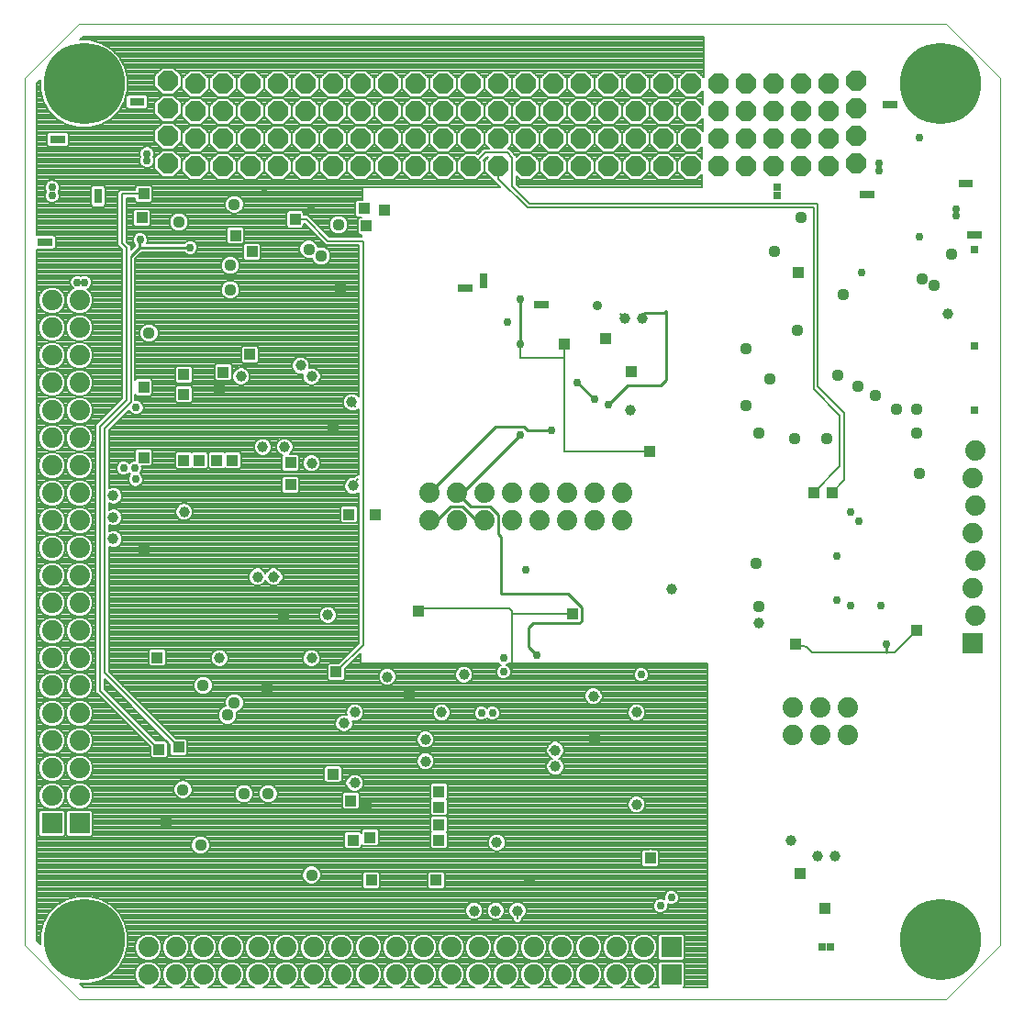
<source format=gbl>
G75*
%MOIN*%
%OFA0B0*%
%FSLAX25Y25*%
%IPPOS*%
%LPD*%
%AMOC8*
5,1,8,0,0,1.08239X$1,22.5*
%
%ADD10C,0.00000*%
%ADD11C,0.29528*%
%ADD12OC8,0.07400*%
%ADD13C,0.04400*%
%ADD14R,0.07400X0.07400*%
%ADD15C,0.07400*%
%ADD16R,0.03962X0.03962*%
%ADD17C,0.00800*%
%ADD18C,0.02978*%
%ADD19C,0.01000*%
%ADD20R,0.02978X0.02978*%
%ADD21C,0.03962*%
%ADD22C,0.03600*%
D10*
X0010258Y0025512D02*
X0010258Y0340473D01*
X0029943Y0360158D01*
X0344904Y0360158D01*
X0364589Y0340473D01*
X0364589Y0025512D01*
X0344904Y0005827D01*
X0029943Y0005827D01*
X0010258Y0025512D01*
D11*
X0031912Y0027481D03*
X0342935Y0027481D03*
X0342935Y0338504D03*
X0031912Y0338504D03*
D12*
X0062424Y0339504D03*
X0062424Y0329504D03*
X0062424Y0319504D03*
X0062424Y0309504D03*
X0072424Y0308504D03*
X0082424Y0308504D03*
X0092424Y0308504D03*
X0102424Y0308504D03*
X0112424Y0308504D03*
X0122424Y0308504D03*
X0132424Y0308504D03*
X0142424Y0308504D03*
X0152424Y0308504D03*
X0162424Y0308504D03*
X0172424Y0308504D03*
X0182424Y0308504D03*
X0192424Y0308504D03*
X0202424Y0308504D03*
X0212424Y0308504D03*
X0222424Y0308504D03*
X0232424Y0308504D03*
X0242424Y0308504D03*
X0252424Y0308504D03*
X0262424Y0308504D03*
X0272424Y0308504D03*
X0282424Y0308504D03*
X0292424Y0308504D03*
X0302424Y0308504D03*
X0312424Y0309504D03*
X0312424Y0319504D03*
X0302424Y0318504D03*
X0292424Y0318504D03*
X0282424Y0318504D03*
X0272424Y0318504D03*
X0262424Y0318504D03*
X0252424Y0318504D03*
X0242424Y0318504D03*
X0232424Y0318504D03*
X0222424Y0318504D03*
X0212424Y0318504D03*
X0202424Y0318504D03*
X0192424Y0318504D03*
X0182424Y0318504D03*
X0172424Y0318504D03*
X0162424Y0318504D03*
X0152424Y0318504D03*
X0142424Y0318504D03*
X0132424Y0318504D03*
X0122424Y0318504D03*
X0112424Y0318504D03*
X0102424Y0318504D03*
X0092424Y0318504D03*
X0082424Y0318504D03*
X0072424Y0318504D03*
X0072424Y0328504D03*
X0072424Y0338504D03*
X0082424Y0338504D03*
X0082424Y0328504D03*
X0092424Y0328504D03*
X0092424Y0338504D03*
X0102424Y0338504D03*
X0102424Y0328504D03*
X0112424Y0328504D03*
X0122424Y0328504D03*
X0122424Y0338504D03*
X0112424Y0338504D03*
X0132424Y0338504D03*
X0132424Y0328504D03*
X0142424Y0328504D03*
X0152424Y0328504D03*
X0152424Y0338504D03*
X0142424Y0338504D03*
X0162424Y0338504D03*
X0162424Y0328504D03*
X0172424Y0328504D03*
X0182424Y0328504D03*
X0182424Y0338504D03*
X0172424Y0338504D03*
X0192424Y0338504D03*
X0192424Y0328504D03*
X0202424Y0328504D03*
X0212424Y0328504D03*
X0212424Y0338504D03*
X0202424Y0338504D03*
X0222424Y0338504D03*
X0222424Y0328504D03*
X0232424Y0328504D03*
X0242424Y0328504D03*
X0242424Y0338504D03*
X0232424Y0338504D03*
X0252424Y0338504D03*
X0252424Y0328504D03*
X0262424Y0328504D03*
X0262424Y0338504D03*
X0272424Y0338504D03*
X0272424Y0328504D03*
X0282424Y0328504D03*
X0282424Y0338504D03*
X0292424Y0338504D03*
X0292424Y0328504D03*
X0302424Y0328504D03*
X0302424Y0338504D03*
X0312424Y0339504D03*
X0312424Y0329504D03*
D13*
X0292435Y0289889D03*
X0282593Y0277586D03*
X0307691Y0261838D03*
X0290959Y0249043D03*
X0281117Y0231327D03*
X0272258Y0221484D03*
X0277180Y0211641D03*
X0289975Y0209673D03*
X0301786Y0209673D03*
X0313205Y0228782D03*
X0319452Y0225160D03*
X0326973Y0220145D03*
X0334473Y0220145D03*
X0334266Y0211641D03*
X0335250Y0196878D03*
X0305723Y0232695D03*
X0272258Y0242153D03*
X0336235Y0267744D03*
X0340664Y0265283D03*
X0347061Y0276602D03*
X0276195Y0164397D03*
X0277180Y0148649D03*
X0124431Y0287323D03*
X0118034Y0276004D03*
X0113605Y0278465D03*
X0086538Y0294705D03*
X0066361Y0288308D03*
X0085061Y0272560D03*
X0085061Y0263701D03*
X0055534Y0247953D03*
X0075219Y0120001D03*
X0086538Y0113603D03*
X0084077Y0109174D03*
X0067837Y0082107D03*
X0074235Y0061930D03*
X0089983Y0080630D03*
X0098841Y0080630D03*
X0114589Y0051103D03*
D14*
X0030298Y0069867D03*
X0020298Y0069867D03*
X0245298Y0024867D03*
X0245298Y0014867D03*
X0354861Y0135204D03*
D15*
X0355861Y0145204D03*
X0354861Y0155204D03*
X0355861Y0165204D03*
X0354861Y0175204D03*
X0355861Y0185204D03*
X0354861Y0195204D03*
X0355861Y0205204D03*
X0309298Y0111867D03*
X0299298Y0111867D03*
X0299298Y0101867D03*
X0309298Y0101867D03*
X0289298Y0101867D03*
X0289298Y0111867D03*
X0227298Y0179867D03*
X0217298Y0179867D03*
X0217298Y0189867D03*
X0227298Y0189867D03*
X0207298Y0189867D03*
X0207298Y0179867D03*
X0197298Y0179867D03*
X0187298Y0179867D03*
X0187298Y0189867D03*
X0197298Y0189867D03*
X0177298Y0189867D03*
X0177298Y0179867D03*
X0167298Y0179867D03*
X0157298Y0179867D03*
X0157298Y0189867D03*
X0167298Y0189867D03*
X0030298Y0189867D03*
X0030298Y0199867D03*
X0030298Y0209867D03*
X0030298Y0219867D03*
X0030298Y0229867D03*
X0030298Y0239867D03*
X0030298Y0249867D03*
X0030298Y0259867D03*
X0020298Y0259867D03*
X0020298Y0249867D03*
X0020298Y0239867D03*
X0020298Y0229867D03*
X0020298Y0219867D03*
X0020298Y0209867D03*
X0020298Y0199867D03*
X0020298Y0189867D03*
X0020298Y0179867D03*
X0030298Y0179867D03*
X0030298Y0169867D03*
X0030298Y0159867D03*
X0030298Y0149867D03*
X0030298Y0139867D03*
X0030298Y0129867D03*
X0030298Y0119867D03*
X0030298Y0109867D03*
X0030298Y0099867D03*
X0030298Y0089867D03*
X0030298Y0079867D03*
X0020298Y0079867D03*
X0020298Y0089867D03*
X0020298Y0099867D03*
X0020298Y0109867D03*
X0020298Y0119867D03*
X0020298Y0129867D03*
X0020298Y0139867D03*
X0020298Y0149867D03*
X0020298Y0159867D03*
X0020298Y0169867D03*
X0055298Y0024867D03*
X0065298Y0024867D03*
X0075298Y0024867D03*
X0085298Y0024867D03*
X0095298Y0024867D03*
X0105298Y0024867D03*
X0115298Y0024867D03*
X0125298Y0024867D03*
X0135298Y0024867D03*
X0145298Y0024867D03*
X0155298Y0024867D03*
X0165298Y0024867D03*
X0175298Y0024867D03*
X0185298Y0024867D03*
X0195298Y0024867D03*
X0205298Y0024867D03*
X0215298Y0024867D03*
X0225298Y0024867D03*
X0235298Y0024867D03*
X0235298Y0014867D03*
X0225298Y0014867D03*
X0215298Y0014867D03*
X0205298Y0014867D03*
X0195298Y0014867D03*
X0185298Y0014867D03*
X0175298Y0014867D03*
X0165298Y0014867D03*
X0155298Y0014867D03*
X0145298Y0014867D03*
X0135298Y0014867D03*
X0125298Y0014867D03*
X0115298Y0014867D03*
X0105298Y0014867D03*
X0095298Y0014867D03*
X0085298Y0014867D03*
X0075298Y0014867D03*
X0065298Y0014867D03*
X0055298Y0014867D03*
D16*
X0061698Y0070067D03*
X0059098Y0096667D03*
X0066298Y0097467D03*
X0058498Y0130067D03*
X0053565Y0168819D03*
X0053565Y0202678D03*
X0068161Y0201733D03*
X0073761Y0201733D03*
X0080161Y0201733D03*
X0085761Y0201733D03*
X0106992Y0200933D03*
X0106961Y0192933D03*
X0128098Y0182067D03*
X0137698Y0182067D03*
X0122463Y0212520D03*
X0092161Y0240133D03*
X0082561Y0233733D03*
X0081124Y0228268D03*
X0068161Y0225733D03*
X0068161Y0232933D03*
X0053565Y0228300D03*
X0092935Y0277481D03*
X0087030Y0283386D03*
X0108683Y0289292D03*
X0133698Y0293267D03*
X0134498Y0286867D03*
X0140898Y0292467D03*
X0124898Y0264467D03*
X0052898Y0289867D03*
X0053698Y0298467D03*
X0104534Y0145197D03*
X0123447Y0124922D03*
X0098498Y0118867D03*
X0122409Y0087730D03*
X0128809Y0078130D03*
X0134274Y0076693D03*
X0135809Y0064730D03*
X0129609Y0063730D03*
X0136243Y0049134D03*
X0159865Y0049134D03*
X0160809Y0063730D03*
X0160809Y0069330D03*
X0160809Y0075730D03*
X0160809Y0081330D03*
X0193723Y0049134D03*
X0237698Y0057267D03*
X0217345Y0100103D03*
X0209298Y0145867D03*
X0153298Y0146867D03*
X0150022Y0117232D03*
X0237298Y0204867D03*
X0230750Y0234012D03*
X0221350Y0246012D03*
X0206298Y0243867D03*
X0291298Y0270067D03*
X0296898Y0190067D03*
X0303698Y0190067D03*
X0334298Y0139867D03*
X0290298Y0134867D03*
X0291898Y0051467D03*
X0301098Y0039067D03*
D17*
X0258290Y0039150D02*
X0243911Y0039150D01*
X0243987Y0039332D02*
X0243987Y0040402D01*
X0243938Y0040519D01*
X0244763Y0040178D01*
X0245833Y0040178D01*
X0246821Y0040587D01*
X0247577Y0041343D01*
X0247987Y0042332D01*
X0247987Y0043402D01*
X0247577Y0044390D01*
X0246821Y0045146D01*
X0245833Y0045556D01*
X0244763Y0045556D01*
X0243774Y0045146D01*
X0243018Y0044390D01*
X0242609Y0043402D01*
X0242609Y0042332D01*
X0242657Y0042214D01*
X0241833Y0042556D01*
X0240763Y0042556D01*
X0239774Y0042146D01*
X0239018Y0041390D01*
X0238609Y0040402D01*
X0238609Y0039332D01*
X0239018Y0038343D01*
X0239774Y0037587D01*
X0240763Y0037178D01*
X0241833Y0037178D01*
X0242821Y0037587D01*
X0243577Y0038343D01*
X0243987Y0039332D01*
X0243987Y0039948D02*
X0258290Y0039948D01*
X0258290Y0040747D02*
X0246980Y0040747D01*
X0247661Y0041545D02*
X0258290Y0041545D01*
X0258290Y0042344D02*
X0247987Y0042344D01*
X0247987Y0043142D02*
X0258290Y0043142D01*
X0258290Y0043941D02*
X0247763Y0043941D01*
X0247228Y0044739D02*
X0258290Y0044739D01*
X0258290Y0045538D02*
X0245876Y0045538D01*
X0244719Y0045538D02*
X0014658Y0045538D01*
X0014658Y0046336D02*
X0133382Y0046336D01*
X0133061Y0046656D02*
X0133764Y0045953D01*
X0138721Y0045953D01*
X0139424Y0046656D01*
X0139424Y0051613D01*
X0138721Y0052315D01*
X0133764Y0052315D01*
X0133061Y0051613D01*
X0133061Y0046656D01*
X0133061Y0047135D02*
X0014658Y0047135D01*
X0014658Y0047933D02*
X0113357Y0047933D01*
X0113913Y0047703D02*
X0115265Y0047703D01*
X0116515Y0048220D01*
X0117471Y0049177D01*
X0117989Y0050427D01*
X0117989Y0051779D01*
X0117471Y0053029D01*
X0116515Y0053985D01*
X0115265Y0054503D01*
X0113913Y0054503D01*
X0112663Y0053985D01*
X0111707Y0053029D01*
X0111189Y0051779D01*
X0111189Y0050427D01*
X0111707Y0049177D01*
X0112663Y0048220D01*
X0113913Y0047703D01*
X0115821Y0047933D02*
X0133061Y0047933D01*
X0133061Y0048732D02*
X0117026Y0048732D01*
X0117618Y0049530D02*
X0133061Y0049530D01*
X0133061Y0050329D02*
X0117948Y0050329D01*
X0117989Y0051127D02*
X0133061Y0051127D01*
X0133375Y0051926D02*
X0117928Y0051926D01*
X0117598Y0052724D02*
X0258290Y0052724D01*
X0258290Y0051926D02*
X0162732Y0051926D01*
X0163046Y0051613D02*
X0162343Y0052315D01*
X0157386Y0052315D01*
X0156683Y0051613D01*
X0156683Y0046656D01*
X0157386Y0045953D01*
X0162343Y0045953D01*
X0163046Y0046656D01*
X0163046Y0051613D01*
X0163046Y0051127D02*
X0258290Y0051127D01*
X0258290Y0050329D02*
X0163046Y0050329D01*
X0163046Y0049530D02*
X0258290Y0049530D01*
X0258290Y0048732D02*
X0163046Y0048732D01*
X0163046Y0047933D02*
X0258290Y0047933D01*
X0258290Y0047135D02*
X0163046Y0047135D01*
X0162726Y0046336D02*
X0258290Y0046336D01*
X0258290Y0053523D02*
X0116977Y0053523D01*
X0115704Y0054321D02*
X0234984Y0054321D01*
X0235219Y0054086D02*
X0234517Y0054788D01*
X0234517Y0059745D01*
X0235219Y0060448D01*
X0237016Y0060448D01*
X0237035Y0060467D01*
X0238360Y0060467D01*
X0238379Y0060448D01*
X0240176Y0060448D01*
X0240879Y0059745D01*
X0240879Y0054788D01*
X0240176Y0054086D01*
X0235219Y0054086D01*
X0234517Y0055120D02*
X0014658Y0055120D01*
X0014658Y0055918D02*
X0234517Y0055918D01*
X0234517Y0056717D02*
X0014658Y0056717D01*
X0014658Y0057515D02*
X0234517Y0057515D01*
X0234517Y0058314D02*
X0014658Y0058314D01*
X0014658Y0059112D02*
X0072244Y0059112D01*
X0072309Y0059047D02*
X0073558Y0058530D01*
X0074911Y0058530D01*
X0076161Y0059047D01*
X0077117Y0060004D01*
X0077635Y0061253D01*
X0077635Y0062606D01*
X0077117Y0063856D01*
X0076161Y0064812D01*
X0074911Y0065330D01*
X0073558Y0065330D01*
X0072309Y0064812D01*
X0071352Y0063856D01*
X0070835Y0062606D01*
X0070835Y0061253D01*
X0071352Y0060004D01*
X0072309Y0059047D01*
X0071445Y0059911D02*
X0014658Y0059911D01*
X0014658Y0060709D02*
X0071060Y0060709D01*
X0070835Y0061508D02*
X0014658Y0061508D01*
X0014658Y0062306D02*
X0070835Y0062306D01*
X0071041Y0063105D02*
X0014658Y0063105D01*
X0014658Y0063903D02*
X0071400Y0063903D01*
X0072199Y0064702D02*
X0014658Y0064702D01*
X0014658Y0065500D02*
X0015567Y0065500D01*
X0015398Y0065670D02*
X0016101Y0064967D01*
X0024495Y0064967D01*
X0025198Y0065670D01*
X0025198Y0074064D01*
X0024495Y0074767D01*
X0016101Y0074767D01*
X0015398Y0074064D01*
X0015398Y0065670D01*
X0015398Y0066299D02*
X0014658Y0066299D01*
X0014658Y0067097D02*
X0015398Y0067097D01*
X0015398Y0067896D02*
X0014658Y0067896D01*
X0014658Y0068694D02*
X0015398Y0068694D01*
X0015398Y0069493D02*
X0014658Y0069493D01*
X0014658Y0070291D02*
X0015398Y0070291D01*
X0015398Y0071090D02*
X0014658Y0071090D01*
X0014658Y0071888D02*
X0015398Y0071888D01*
X0015398Y0072687D02*
X0014658Y0072687D01*
X0014658Y0073485D02*
X0015398Y0073485D01*
X0015618Y0074284D02*
X0014658Y0074284D01*
X0014658Y0075083D02*
X0019043Y0075083D01*
X0019323Y0074967D02*
X0021272Y0074967D01*
X0023073Y0075713D01*
X0024452Y0077091D01*
X0025198Y0078892D01*
X0025198Y0080841D01*
X0024452Y0082642D01*
X0023073Y0084021D01*
X0021272Y0084767D01*
X0019323Y0084767D01*
X0017522Y0084021D01*
X0016144Y0082642D01*
X0015398Y0080841D01*
X0015398Y0078892D01*
X0016144Y0077091D01*
X0017522Y0075713D01*
X0019323Y0074967D01*
X0017354Y0075881D02*
X0014658Y0075881D01*
X0014658Y0076680D02*
X0016555Y0076680D01*
X0015983Y0077478D02*
X0014658Y0077478D01*
X0014658Y0078277D02*
X0015653Y0078277D01*
X0015398Y0079075D02*
X0014658Y0079075D01*
X0014658Y0079874D02*
X0015398Y0079874D01*
X0015398Y0080672D02*
X0014658Y0080672D01*
X0014658Y0081471D02*
X0015658Y0081471D01*
X0015989Y0082269D02*
X0014658Y0082269D01*
X0014658Y0083068D02*
X0016569Y0083068D01*
X0017367Y0083866D02*
X0014658Y0083866D01*
X0014658Y0084665D02*
X0019077Y0084665D01*
X0019323Y0084967D02*
X0021272Y0084967D01*
X0023073Y0085713D01*
X0024452Y0087091D01*
X0025198Y0088892D01*
X0025198Y0090841D01*
X0024452Y0092642D01*
X0023073Y0094021D01*
X0021272Y0094767D01*
X0019323Y0094767D01*
X0017522Y0094021D01*
X0016144Y0092642D01*
X0015398Y0090841D01*
X0015398Y0088892D01*
X0016144Y0087091D01*
X0017522Y0085713D01*
X0019323Y0084967D01*
X0018124Y0085463D02*
X0014658Y0085463D01*
X0014658Y0086262D02*
X0016973Y0086262D01*
X0016174Y0087060D02*
X0014658Y0087060D01*
X0014658Y0087859D02*
X0015826Y0087859D01*
X0015495Y0088657D02*
X0014658Y0088657D01*
X0014658Y0089456D02*
X0015398Y0089456D01*
X0015398Y0090254D02*
X0014658Y0090254D01*
X0014658Y0091053D02*
X0015485Y0091053D01*
X0015816Y0091851D02*
X0014658Y0091851D01*
X0014658Y0092650D02*
X0016151Y0092650D01*
X0016950Y0093448D02*
X0014658Y0093448D01*
X0014658Y0094247D02*
X0018068Y0094247D01*
X0019133Y0095045D02*
X0014658Y0095045D01*
X0014658Y0095844D02*
X0017391Y0095844D01*
X0017522Y0095713D02*
X0019323Y0094967D01*
X0021272Y0094967D01*
X0023073Y0095713D01*
X0024452Y0097091D01*
X0025198Y0098892D01*
X0025198Y0100841D01*
X0024452Y0102642D01*
X0023073Y0104021D01*
X0021272Y0104767D01*
X0019323Y0104767D01*
X0017522Y0104021D01*
X0016144Y0102642D01*
X0015398Y0100841D01*
X0015398Y0098892D01*
X0016144Y0097091D01*
X0017522Y0095713D01*
X0016592Y0096642D02*
X0014658Y0096642D01*
X0014658Y0097441D02*
X0015999Y0097441D01*
X0015668Y0098239D02*
X0014658Y0098239D01*
X0014658Y0099038D02*
X0015398Y0099038D01*
X0015398Y0099836D02*
X0014658Y0099836D01*
X0014658Y0100635D02*
X0015398Y0100635D01*
X0015643Y0101433D02*
X0014658Y0101433D01*
X0014658Y0102232D02*
X0015974Y0102232D01*
X0016532Y0103030D02*
X0014658Y0103030D01*
X0014658Y0103829D02*
X0017330Y0103829D01*
X0018214Y0105426D02*
X0014658Y0105426D01*
X0014658Y0106224D02*
X0017010Y0106224D01*
X0017522Y0105713D02*
X0019323Y0104967D01*
X0021272Y0104967D01*
X0023073Y0105713D01*
X0024452Y0107091D01*
X0025198Y0108892D01*
X0025198Y0110841D01*
X0024452Y0112642D01*
X0023073Y0114021D01*
X0021272Y0114767D01*
X0019323Y0114767D01*
X0017522Y0114021D01*
X0016144Y0112642D01*
X0015398Y0110841D01*
X0015398Y0108892D01*
X0016144Y0107091D01*
X0017522Y0105713D01*
X0018987Y0104627D02*
X0014658Y0104627D01*
X0014658Y0107023D02*
X0016212Y0107023D01*
X0015841Y0107821D02*
X0014658Y0107821D01*
X0014658Y0108620D02*
X0015510Y0108620D01*
X0015398Y0109419D02*
X0014658Y0109419D01*
X0014658Y0110217D02*
X0015398Y0110217D01*
X0015470Y0111016D02*
X0014658Y0111016D01*
X0014658Y0111814D02*
X0015801Y0111814D01*
X0016131Y0112613D02*
X0014658Y0112613D01*
X0014658Y0113411D02*
X0016912Y0113411D01*
X0017978Y0114210D02*
X0014658Y0114210D01*
X0014658Y0115008D02*
X0019223Y0115008D01*
X0019323Y0114967D02*
X0021272Y0114967D01*
X0023073Y0115713D01*
X0024452Y0117091D01*
X0025198Y0118892D01*
X0025198Y0120841D01*
X0024452Y0122642D01*
X0023073Y0124021D01*
X0021272Y0124767D01*
X0019323Y0124767D01*
X0017522Y0124021D01*
X0016144Y0122642D01*
X0015398Y0120841D01*
X0015398Y0118892D01*
X0016144Y0117091D01*
X0017522Y0115713D01*
X0019323Y0114967D01*
X0021372Y0115008D02*
X0029223Y0115008D01*
X0029323Y0114967D02*
X0031272Y0114967D01*
X0033073Y0115713D01*
X0034452Y0117091D01*
X0035198Y0118892D01*
X0035198Y0120841D01*
X0034452Y0122642D01*
X0033073Y0124021D01*
X0031272Y0124767D01*
X0029323Y0124767D01*
X0027522Y0124021D01*
X0026144Y0122642D01*
X0025398Y0120841D01*
X0025398Y0118892D01*
X0026144Y0117091D01*
X0027522Y0115713D01*
X0029323Y0114967D01*
X0029323Y0114767D02*
X0027522Y0114021D01*
X0026144Y0112642D01*
X0025398Y0110841D01*
X0025398Y0108892D01*
X0026144Y0107091D01*
X0027522Y0105713D01*
X0029323Y0104967D01*
X0031272Y0104967D01*
X0033073Y0105713D01*
X0034452Y0107091D01*
X0035198Y0108892D01*
X0035198Y0110841D01*
X0034452Y0112642D01*
X0033073Y0114021D01*
X0031272Y0114767D01*
X0029323Y0114767D01*
X0027978Y0114210D02*
X0022617Y0114210D01*
X0023683Y0113411D02*
X0026912Y0113411D01*
X0026131Y0112613D02*
X0024464Y0112613D01*
X0024795Y0111814D02*
X0025801Y0111814D01*
X0025470Y0111016D02*
X0025125Y0111016D01*
X0025198Y0110217D02*
X0025398Y0110217D01*
X0025398Y0109419D02*
X0025198Y0109419D01*
X0025085Y0108620D02*
X0025510Y0108620D01*
X0025841Y0107821D02*
X0024754Y0107821D01*
X0024384Y0107023D02*
X0026212Y0107023D01*
X0027010Y0106224D02*
X0023585Y0106224D01*
X0022381Y0105426D02*
X0028214Y0105426D01*
X0028987Y0104627D02*
X0021608Y0104627D01*
X0023265Y0103829D02*
X0027330Y0103829D01*
X0027522Y0104021D02*
X0026144Y0102642D01*
X0025398Y0100841D01*
X0025398Y0098892D01*
X0026144Y0097091D01*
X0027522Y0095713D01*
X0029323Y0094967D01*
X0031272Y0094967D01*
X0033073Y0095713D01*
X0034452Y0097091D01*
X0035198Y0098892D01*
X0035198Y0100841D01*
X0034452Y0102642D01*
X0033073Y0104021D01*
X0031272Y0104767D01*
X0029323Y0104767D01*
X0027522Y0104021D01*
X0026532Y0103030D02*
X0024064Y0103030D01*
X0024622Y0102232D02*
X0025974Y0102232D01*
X0025643Y0101433D02*
X0024952Y0101433D01*
X0025198Y0100635D02*
X0025398Y0100635D01*
X0025398Y0099836D02*
X0025198Y0099836D01*
X0025198Y0099038D02*
X0025398Y0099038D01*
X0025668Y0098239D02*
X0024927Y0098239D01*
X0024597Y0097441D02*
X0025999Y0097441D01*
X0026592Y0096642D02*
X0024003Y0096642D01*
X0023204Y0095844D02*
X0027391Y0095844D01*
X0028068Y0094247D02*
X0022527Y0094247D01*
X0021462Y0095045D02*
X0029133Y0095045D01*
X0029323Y0094767D02*
X0027522Y0094021D01*
X0026144Y0092642D01*
X0025398Y0090841D01*
X0025398Y0088892D01*
X0026144Y0087091D01*
X0027522Y0085713D01*
X0029323Y0084967D01*
X0031272Y0084967D01*
X0033073Y0085713D01*
X0034452Y0087091D01*
X0035198Y0088892D01*
X0035198Y0090841D01*
X0034452Y0092642D01*
X0033073Y0094021D01*
X0031272Y0094767D01*
X0029323Y0094767D01*
X0031462Y0095045D02*
X0055917Y0095045D01*
X0055917Y0094247D02*
X0032527Y0094247D01*
X0033646Y0093448D02*
X0152901Y0093448D01*
X0152746Y0093074D02*
X0152746Y0091809D01*
X0153231Y0090640D01*
X0154126Y0089745D01*
X0155295Y0089260D01*
X0156560Y0089260D01*
X0157730Y0089745D01*
X0158624Y0090640D01*
X0159109Y0091809D01*
X0159109Y0093074D01*
X0158624Y0094243D01*
X0157730Y0095138D01*
X0156560Y0095623D01*
X0155295Y0095623D01*
X0154126Y0095138D01*
X0153231Y0094243D01*
X0152746Y0093074D01*
X0152746Y0092650D02*
X0034444Y0092650D01*
X0034779Y0091851D02*
X0152746Y0091851D01*
X0153060Y0091053D02*
X0035110Y0091053D01*
X0035198Y0090254D02*
X0119275Y0090254D01*
X0119228Y0090208D02*
X0119228Y0085251D01*
X0119931Y0084549D01*
X0124888Y0084549D01*
X0125591Y0085251D01*
X0125591Y0090208D01*
X0124888Y0090911D01*
X0119931Y0090911D01*
X0119228Y0090208D01*
X0119228Y0089456D02*
X0035198Y0089456D01*
X0035100Y0088657D02*
X0119228Y0088657D01*
X0119228Y0087859D02*
X0034770Y0087859D01*
X0034421Y0087060D02*
X0119228Y0087060D01*
X0119228Y0086262D02*
X0033622Y0086262D01*
X0032471Y0085463D02*
X0067055Y0085463D01*
X0067161Y0085507D02*
X0065911Y0084989D01*
X0064955Y0084033D01*
X0064437Y0082783D01*
X0064437Y0081430D01*
X0064955Y0080181D01*
X0065911Y0079224D01*
X0067161Y0078707D01*
X0068513Y0078707D01*
X0069763Y0079224D01*
X0070719Y0080181D01*
X0071237Y0081430D01*
X0071237Y0082783D01*
X0070719Y0084033D01*
X0069763Y0084989D01*
X0068513Y0085507D01*
X0067161Y0085507D01*
X0068619Y0085463D02*
X0119228Y0085463D01*
X0119815Y0084665D02*
X0070087Y0084665D01*
X0070788Y0083866D02*
X0088910Y0083866D01*
X0089306Y0084030D02*
X0088057Y0083513D01*
X0087100Y0082556D01*
X0086583Y0081307D01*
X0086583Y0079954D01*
X0087100Y0078704D01*
X0088057Y0077748D01*
X0089306Y0077230D01*
X0090659Y0077230D01*
X0091909Y0077748D01*
X0092865Y0078704D01*
X0093383Y0079954D01*
X0093383Y0081307D01*
X0092865Y0082556D01*
X0091909Y0083513D01*
X0090659Y0084030D01*
X0089306Y0084030D01*
X0091056Y0083866D02*
X0097768Y0083866D01*
X0098165Y0084030D02*
X0096915Y0083513D01*
X0095959Y0082556D01*
X0095441Y0081307D01*
X0095441Y0079954D01*
X0095959Y0078704D01*
X0096915Y0077748D01*
X0098165Y0077230D01*
X0099517Y0077230D01*
X0100767Y0077748D01*
X0101723Y0078704D01*
X0102241Y0079954D01*
X0102241Y0081307D01*
X0101723Y0082556D01*
X0100767Y0083513D01*
X0099517Y0084030D01*
X0098165Y0084030D01*
X0099914Y0083866D02*
X0126807Y0083866D01*
X0126769Y0083905D02*
X0127451Y0083222D01*
X0127640Y0082765D01*
X0128535Y0081871D01*
X0129704Y0081386D01*
X0130970Y0081386D01*
X0132139Y0081871D01*
X0133034Y0082765D01*
X0133518Y0083935D01*
X0133518Y0085200D01*
X0133034Y0086369D01*
X0132139Y0087264D01*
X0130970Y0087749D01*
X0129704Y0087749D01*
X0128535Y0087264D01*
X0127640Y0086369D01*
X0127451Y0085913D01*
X0126769Y0085230D01*
X0126769Y0083905D01*
X0126769Y0084665D02*
X0125004Y0084665D01*
X0125591Y0085463D02*
X0127002Y0085463D01*
X0127596Y0086262D02*
X0125591Y0086262D01*
X0125591Y0087060D02*
X0128331Y0087060D01*
X0128369Y0084567D02*
X0130337Y0084567D01*
X0128137Y0082269D02*
X0101842Y0082269D01*
X0102173Y0081471D02*
X0129501Y0081471D01*
X0131173Y0081471D02*
X0157628Y0081471D01*
X0157628Y0082269D02*
X0132537Y0082269D01*
X0133159Y0083068D02*
X0157628Y0083068D01*
X0157628Y0083808D02*
X0157628Y0078851D01*
X0157950Y0078530D01*
X0157628Y0078208D01*
X0157628Y0073251D01*
X0158331Y0072549D01*
X0163288Y0072549D01*
X0163991Y0073251D01*
X0163991Y0078208D01*
X0163669Y0078530D01*
X0163991Y0078851D01*
X0163991Y0083808D01*
X0163288Y0084511D01*
X0158331Y0084511D01*
X0157628Y0083808D01*
X0157687Y0083866D02*
X0133490Y0083866D01*
X0133518Y0084665D02*
X0258290Y0084665D01*
X0258290Y0085463D02*
X0133409Y0085463D01*
X0133078Y0086262D02*
X0258290Y0086262D01*
X0258290Y0087060D02*
X0132343Y0087060D01*
X0127515Y0083068D02*
X0101212Y0083068D01*
X0102241Y0080672D02*
X0125693Y0080672D01*
X0125628Y0080608D02*
X0125628Y0075651D01*
X0126331Y0074949D01*
X0131288Y0074949D01*
X0131991Y0075651D01*
X0131991Y0080608D01*
X0131288Y0081311D01*
X0126331Y0081311D01*
X0125628Y0080608D01*
X0125628Y0079874D02*
X0102208Y0079874D01*
X0101877Y0079075D02*
X0125628Y0079075D01*
X0125628Y0078277D02*
X0101295Y0078277D01*
X0100115Y0077478D02*
X0125628Y0077478D01*
X0125628Y0076680D02*
X0034040Y0076680D01*
X0034452Y0077091D02*
X0035198Y0078892D01*
X0035198Y0080841D01*
X0034452Y0082642D01*
X0033073Y0084021D01*
X0031272Y0084767D01*
X0029323Y0084767D01*
X0027522Y0084021D01*
X0026144Y0082642D01*
X0025398Y0080841D01*
X0025398Y0078892D01*
X0026144Y0077091D01*
X0027522Y0075713D01*
X0029323Y0074967D01*
X0031272Y0074967D01*
X0033073Y0075713D01*
X0034452Y0077091D01*
X0034612Y0077478D02*
X0088709Y0077478D01*
X0087528Y0078277D02*
X0034943Y0078277D01*
X0035198Y0079075D02*
X0066272Y0079075D01*
X0065262Y0079874D02*
X0035198Y0079874D01*
X0035198Y0080672D02*
X0064751Y0080672D01*
X0064437Y0081471D02*
X0034937Y0081471D01*
X0034606Y0082269D02*
X0064437Y0082269D01*
X0064555Y0083068D02*
X0034026Y0083068D01*
X0033228Y0083866D02*
X0064886Y0083866D01*
X0065587Y0084665D02*
X0031519Y0084665D01*
X0029077Y0084665D02*
X0021519Y0084665D01*
X0022471Y0085463D02*
X0028124Y0085463D01*
X0026973Y0086262D02*
X0023622Y0086262D01*
X0024421Y0087060D02*
X0026174Y0087060D01*
X0025826Y0087859D02*
X0024770Y0087859D01*
X0025100Y0088657D02*
X0025495Y0088657D01*
X0025398Y0089456D02*
X0025198Y0089456D01*
X0025198Y0090254D02*
X0025398Y0090254D01*
X0025485Y0091053D02*
X0025110Y0091053D01*
X0024779Y0091851D02*
X0025816Y0091851D01*
X0026151Y0092650D02*
X0024444Y0092650D01*
X0023646Y0093448D02*
X0026950Y0093448D01*
X0033204Y0095844D02*
X0055917Y0095844D01*
X0055917Y0096642D02*
X0034003Y0096642D01*
X0034597Y0097441D02*
X0055917Y0097441D01*
X0055917Y0097585D02*
X0055917Y0094188D01*
X0056619Y0093486D01*
X0061576Y0093486D01*
X0062279Y0094188D01*
X0062279Y0099145D01*
X0061576Y0099848D01*
X0058179Y0099848D01*
X0039298Y0118729D01*
X0039298Y0122204D01*
X0063117Y0098385D01*
X0063117Y0094988D01*
X0063819Y0094286D01*
X0068776Y0094286D01*
X0069479Y0094988D01*
X0069479Y0099945D01*
X0068776Y0100648D01*
X0065379Y0100648D01*
X0040898Y0125129D01*
X0040898Y0170393D01*
X0041922Y0169969D01*
X0043187Y0169969D01*
X0044356Y0170453D01*
X0045251Y0171348D01*
X0045735Y0172517D01*
X0045735Y0173783D01*
X0045251Y0174952D01*
X0044356Y0175847D01*
X0043187Y0176331D01*
X0041922Y0176331D01*
X0040898Y0175907D01*
X0040898Y0178267D01*
X0041922Y0177843D01*
X0043187Y0177843D01*
X0044356Y0178327D01*
X0045251Y0179222D01*
X0045735Y0180391D01*
X0045735Y0181657D01*
X0045251Y0182826D01*
X0044356Y0183721D01*
X0043187Y0184205D01*
X0041922Y0184205D01*
X0040898Y0183781D01*
X0040898Y0186141D01*
X0041922Y0185717D01*
X0043187Y0185717D01*
X0044356Y0186201D01*
X0045251Y0187096D01*
X0045735Y0188265D01*
X0045735Y0189531D01*
X0045251Y0190700D01*
X0044356Y0191595D01*
X0043187Y0192079D01*
X0041922Y0192079D01*
X0040898Y0191655D01*
X0040898Y0212604D01*
X0048316Y0220022D01*
X0048597Y0219343D01*
X0049353Y0218587D01*
X0050341Y0218178D01*
X0051411Y0218178D01*
X0052400Y0218587D01*
X0053156Y0219343D01*
X0053565Y0220332D01*
X0053565Y0221402D01*
X0053156Y0222390D01*
X0052400Y0223146D01*
X0051411Y0223556D01*
X0050498Y0223556D01*
X0050498Y0225708D01*
X0051087Y0225119D01*
X0056044Y0225119D01*
X0056746Y0225822D01*
X0056746Y0230778D01*
X0056044Y0231481D01*
X0051087Y0231481D01*
X0050498Y0230891D01*
X0050498Y0275062D01*
X0052789Y0277354D01*
X0068382Y0277354D01*
X0068962Y0276775D01*
X0069950Y0276365D01*
X0071020Y0276365D01*
X0072008Y0276775D01*
X0072765Y0277531D01*
X0073174Y0278519D01*
X0073174Y0279589D01*
X0072765Y0280577D01*
X0072008Y0281334D01*
X0071020Y0281743D01*
X0069950Y0281743D01*
X0068962Y0281334D01*
X0068382Y0280754D01*
X0054747Y0280754D01*
X0054987Y0281332D01*
X0054987Y0282402D01*
X0054577Y0283390D01*
X0053821Y0284146D01*
X0052833Y0284556D01*
X0051763Y0284556D01*
X0050774Y0284146D01*
X0050018Y0283390D01*
X0049609Y0282402D01*
X0049609Y0281332D01*
X0050018Y0280343D01*
X0050385Y0279976D01*
X0050385Y0279758D01*
X0048898Y0278271D01*
X0048898Y0279529D01*
X0047298Y0281129D01*
X0047298Y0296867D01*
X0050517Y0296867D01*
X0050517Y0295988D01*
X0051219Y0295286D01*
X0056176Y0295286D01*
X0056879Y0295988D01*
X0056879Y0300945D01*
X0056176Y0301648D01*
X0051219Y0301648D01*
X0050517Y0300945D01*
X0050517Y0300067D01*
X0045035Y0300067D01*
X0044098Y0299129D01*
X0044098Y0279804D01*
X0045035Y0278867D01*
X0045698Y0278204D01*
X0045698Y0224329D01*
X0036098Y0214729D01*
X0036098Y0117404D01*
X0037035Y0116467D01*
X0055917Y0097585D01*
X0055262Y0098239D02*
X0034927Y0098239D01*
X0035198Y0099038D02*
X0054464Y0099038D01*
X0053665Y0099836D02*
X0035198Y0099836D01*
X0035198Y0100635D02*
X0052867Y0100635D01*
X0052068Y0101433D02*
X0034952Y0101433D01*
X0034622Y0102232D02*
X0051270Y0102232D01*
X0050471Y0103030D02*
X0034064Y0103030D01*
X0033265Y0103829D02*
X0049673Y0103829D01*
X0048874Y0104627D02*
X0031608Y0104627D01*
X0032381Y0105426D02*
X0048076Y0105426D01*
X0047277Y0106224D02*
X0033585Y0106224D01*
X0034384Y0107023D02*
X0046479Y0107023D01*
X0045680Y0107821D02*
X0034754Y0107821D01*
X0035085Y0108620D02*
X0044882Y0108620D01*
X0044083Y0109419D02*
X0035198Y0109419D01*
X0035198Y0110217D02*
X0043285Y0110217D01*
X0042486Y0111016D02*
X0035125Y0111016D01*
X0034795Y0111814D02*
X0041688Y0111814D01*
X0040889Y0112613D02*
X0034464Y0112613D01*
X0033683Y0113411D02*
X0040090Y0113411D01*
X0039292Y0114210D02*
X0032617Y0114210D01*
X0031372Y0115008D02*
X0038493Y0115008D01*
X0037695Y0115807D02*
X0033167Y0115807D01*
X0033966Y0116605D02*
X0036896Y0116605D01*
X0036098Y0117404D02*
X0034581Y0117404D01*
X0034912Y0118202D02*
X0036098Y0118202D01*
X0036098Y0119001D02*
X0035198Y0119001D01*
X0035198Y0119799D02*
X0036098Y0119799D01*
X0036098Y0120598D02*
X0035198Y0120598D01*
X0034968Y0121396D02*
X0036098Y0121396D01*
X0036098Y0122195D02*
X0034637Y0122195D01*
X0034101Y0122993D02*
X0036098Y0122993D01*
X0036098Y0123792D02*
X0033302Y0123792D01*
X0031698Y0124590D02*
X0036098Y0124590D01*
X0036098Y0125389D02*
X0032291Y0125389D01*
X0033073Y0125713D02*
X0034452Y0127091D01*
X0035198Y0128892D01*
X0035198Y0130841D01*
X0034452Y0132642D01*
X0033073Y0134021D01*
X0031272Y0134767D01*
X0029323Y0134767D01*
X0027522Y0134021D01*
X0026144Y0132642D01*
X0025398Y0130841D01*
X0025398Y0128892D01*
X0026144Y0127091D01*
X0027522Y0125713D01*
X0029323Y0124967D01*
X0031272Y0124967D01*
X0033073Y0125713D01*
X0033548Y0126187D02*
X0036098Y0126187D01*
X0036098Y0126986D02*
X0034346Y0126986D01*
X0034739Y0127784D02*
X0036098Y0127784D01*
X0036098Y0128583D02*
X0035070Y0128583D01*
X0035198Y0129381D02*
X0036098Y0129381D01*
X0036098Y0130180D02*
X0035198Y0130180D01*
X0035141Y0130978D02*
X0036098Y0130978D01*
X0036098Y0131777D02*
X0034810Y0131777D01*
X0034479Y0132575D02*
X0036098Y0132575D01*
X0036098Y0133374D02*
X0033720Y0133374D01*
X0032707Y0134172D02*
X0036098Y0134172D01*
X0036098Y0134971D02*
X0031282Y0134971D01*
X0031272Y0134967D02*
X0033073Y0135713D01*
X0034452Y0137091D01*
X0035198Y0138892D01*
X0035198Y0140841D01*
X0034452Y0142642D01*
X0033073Y0144021D01*
X0031272Y0144767D01*
X0029323Y0144767D01*
X0027522Y0144021D01*
X0026144Y0142642D01*
X0025398Y0140841D01*
X0025398Y0138892D01*
X0026144Y0137091D01*
X0027522Y0135713D01*
X0029323Y0134967D01*
X0031272Y0134967D01*
X0029313Y0134971D02*
X0021282Y0134971D01*
X0021272Y0134967D02*
X0023073Y0135713D01*
X0024452Y0137091D01*
X0025198Y0138892D01*
X0025198Y0140841D01*
X0024452Y0142642D01*
X0023073Y0144021D01*
X0021272Y0144767D01*
X0019323Y0144767D01*
X0017522Y0144021D01*
X0016144Y0142642D01*
X0015398Y0140841D01*
X0015398Y0138892D01*
X0016144Y0137091D01*
X0017522Y0135713D01*
X0019323Y0134967D01*
X0021272Y0134967D01*
X0021272Y0134767D02*
X0019323Y0134767D01*
X0017522Y0134021D01*
X0016144Y0132642D01*
X0015398Y0130841D01*
X0015398Y0128892D01*
X0016144Y0127091D01*
X0017522Y0125713D01*
X0019323Y0124967D01*
X0021272Y0124967D01*
X0023073Y0125713D01*
X0024452Y0127091D01*
X0025198Y0128892D01*
X0025198Y0130841D01*
X0024452Y0132642D01*
X0023073Y0134021D01*
X0021272Y0134767D01*
X0022707Y0134172D02*
X0027888Y0134172D01*
X0026875Y0133374D02*
X0023720Y0133374D01*
X0024479Y0132575D02*
X0026116Y0132575D01*
X0025785Y0131777D02*
X0024810Y0131777D01*
X0025141Y0130978D02*
X0025454Y0130978D01*
X0025398Y0130180D02*
X0025198Y0130180D01*
X0025198Y0129381D02*
X0025398Y0129381D01*
X0025526Y0128583D02*
X0025070Y0128583D01*
X0024739Y0127784D02*
X0025856Y0127784D01*
X0026249Y0126986D02*
X0024346Y0126986D01*
X0023548Y0126187D02*
X0027047Y0126187D01*
X0028304Y0125389D02*
X0022291Y0125389D01*
X0021698Y0124590D02*
X0028897Y0124590D01*
X0027293Y0123792D02*
X0023302Y0123792D01*
X0024101Y0122993D02*
X0026495Y0122993D01*
X0025958Y0122195D02*
X0024637Y0122195D01*
X0024968Y0121396D02*
X0025627Y0121396D01*
X0025398Y0120598D02*
X0025198Y0120598D01*
X0025198Y0119799D02*
X0025398Y0119799D01*
X0025398Y0119001D02*
X0025198Y0119001D01*
X0024912Y0118202D02*
X0025683Y0118202D01*
X0026014Y0117404D02*
X0024581Y0117404D01*
X0023966Y0116605D02*
X0026630Y0116605D01*
X0027428Y0115807D02*
X0023167Y0115807D01*
X0017428Y0115807D02*
X0014658Y0115807D01*
X0014658Y0116605D02*
X0016630Y0116605D01*
X0016014Y0117404D02*
X0014658Y0117404D01*
X0014658Y0118202D02*
X0015683Y0118202D01*
X0015398Y0119001D02*
X0014658Y0119001D01*
X0014658Y0119799D02*
X0015398Y0119799D01*
X0015398Y0120598D02*
X0014658Y0120598D01*
X0014658Y0121396D02*
X0015627Y0121396D01*
X0015958Y0122195D02*
X0014658Y0122195D01*
X0014658Y0122993D02*
X0016495Y0122993D01*
X0017293Y0123792D02*
X0014658Y0123792D01*
X0014658Y0124590D02*
X0018897Y0124590D01*
X0018304Y0125389D02*
X0014658Y0125389D01*
X0014658Y0126187D02*
X0017047Y0126187D01*
X0016249Y0126986D02*
X0014658Y0126986D01*
X0014658Y0127784D02*
X0015856Y0127784D01*
X0015526Y0128583D02*
X0014658Y0128583D01*
X0014658Y0129381D02*
X0015398Y0129381D01*
X0015398Y0130180D02*
X0014658Y0130180D01*
X0014658Y0130978D02*
X0015454Y0130978D01*
X0015785Y0131777D02*
X0014658Y0131777D01*
X0014658Y0132575D02*
X0016116Y0132575D01*
X0016875Y0133374D02*
X0014658Y0133374D01*
X0014658Y0134172D02*
X0017888Y0134172D01*
X0019313Y0134971D02*
X0014658Y0134971D01*
X0014658Y0135769D02*
X0017465Y0135769D01*
X0016667Y0136568D02*
X0014658Y0136568D01*
X0014658Y0137366D02*
X0016030Y0137366D01*
X0015699Y0138165D02*
X0014658Y0138165D01*
X0014658Y0138963D02*
X0015398Y0138963D01*
X0015398Y0139762D02*
X0014658Y0139762D01*
X0014658Y0140560D02*
X0015398Y0140560D01*
X0015612Y0141359D02*
X0014658Y0141359D01*
X0014658Y0142157D02*
X0015943Y0142157D01*
X0016457Y0142956D02*
X0014658Y0142956D01*
X0014658Y0143754D02*
X0017256Y0143754D01*
X0018807Y0144553D02*
X0014658Y0144553D01*
X0014658Y0145352D02*
X0018394Y0145352D01*
X0017522Y0145713D02*
X0019323Y0144967D01*
X0021272Y0144967D01*
X0023073Y0145713D01*
X0024452Y0147091D01*
X0025198Y0148892D01*
X0025198Y0150841D01*
X0024452Y0152642D01*
X0023073Y0154021D01*
X0021272Y0154767D01*
X0019323Y0154767D01*
X0017522Y0154021D01*
X0016144Y0152642D01*
X0015398Y0150841D01*
X0015398Y0148892D01*
X0016144Y0147091D01*
X0017522Y0145713D01*
X0017085Y0146150D02*
X0014658Y0146150D01*
X0014658Y0146949D02*
X0016286Y0146949D01*
X0015872Y0147747D02*
X0014658Y0147747D01*
X0014658Y0148546D02*
X0015541Y0148546D01*
X0015398Y0149344D02*
X0014658Y0149344D01*
X0014658Y0150143D02*
X0015398Y0150143D01*
X0015439Y0150941D02*
X0014658Y0150941D01*
X0014658Y0151740D02*
X0015770Y0151740D01*
X0016100Y0152538D02*
X0014658Y0152538D01*
X0014658Y0153337D02*
X0016838Y0153337D01*
X0017798Y0154135D02*
X0014658Y0154135D01*
X0014658Y0154934D02*
X0036098Y0154934D01*
X0036098Y0155732D02*
X0033093Y0155732D01*
X0033073Y0155713D02*
X0034452Y0157091D01*
X0035198Y0158892D01*
X0035198Y0160841D01*
X0034452Y0162642D01*
X0033073Y0164021D01*
X0031272Y0164767D01*
X0029323Y0164767D01*
X0027522Y0164021D01*
X0026144Y0162642D01*
X0025398Y0160841D01*
X0025398Y0158892D01*
X0026144Y0157091D01*
X0027522Y0155713D01*
X0029323Y0154967D01*
X0031272Y0154967D01*
X0033073Y0155713D01*
X0033891Y0156531D02*
X0036098Y0156531D01*
X0036098Y0157329D02*
X0034550Y0157329D01*
X0034881Y0158128D02*
X0036098Y0158128D01*
X0036098Y0158926D02*
X0035198Y0158926D01*
X0035198Y0159725D02*
X0036098Y0159725D01*
X0036098Y0160523D02*
X0035198Y0160523D01*
X0034999Y0161322D02*
X0036098Y0161322D01*
X0036098Y0162120D02*
X0034668Y0162120D01*
X0034175Y0162919D02*
X0036098Y0162919D01*
X0036098Y0163717D02*
X0033377Y0163717D01*
X0031878Y0164516D02*
X0036098Y0164516D01*
X0036098Y0165314D02*
X0032112Y0165314D01*
X0031272Y0164967D02*
X0033073Y0165713D01*
X0034452Y0167091D01*
X0035198Y0168892D01*
X0035198Y0170841D01*
X0034452Y0172642D01*
X0033073Y0174021D01*
X0031272Y0174767D01*
X0029323Y0174767D01*
X0027522Y0174021D01*
X0026144Y0172642D01*
X0025398Y0170841D01*
X0025398Y0168892D01*
X0026144Y0167091D01*
X0027522Y0165713D01*
X0029323Y0164967D01*
X0031272Y0164967D01*
X0033473Y0166113D02*
X0036098Y0166113D01*
X0036098Y0166911D02*
X0034272Y0166911D01*
X0034708Y0167710D02*
X0036098Y0167710D01*
X0036098Y0168508D02*
X0035039Y0168508D01*
X0035198Y0169307D02*
X0036098Y0169307D01*
X0036098Y0170105D02*
X0035198Y0170105D01*
X0035172Y0170904D02*
X0036098Y0170904D01*
X0036098Y0171702D02*
X0034841Y0171702D01*
X0034510Y0172501D02*
X0036098Y0172501D01*
X0036098Y0173299D02*
X0033795Y0173299D01*
X0032887Y0174098D02*
X0036098Y0174098D01*
X0036098Y0174896D02*
X0014658Y0174896D01*
X0014658Y0174098D02*
X0017709Y0174098D01*
X0017522Y0174021D02*
X0016144Y0172642D01*
X0015398Y0170841D01*
X0015398Y0168892D01*
X0016144Y0167091D01*
X0017522Y0165713D01*
X0019323Y0164967D01*
X0021272Y0164967D01*
X0023073Y0165713D01*
X0024452Y0167091D01*
X0025198Y0168892D01*
X0025198Y0170841D01*
X0024452Y0172642D01*
X0023073Y0174021D01*
X0021272Y0174767D01*
X0019323Y0174767D01*
X0017522Y0174021D01*
X0016801Y0173299D02*
X0014658Y0173299D01*
X0014658Y0172501D02*
X0016085Y0172501D01*
X0015754Y0171702D02*
X0014658Y0171702D01*
X0014658Y0170904D02*
X0015424Y0170904D01*
X0015398Y0170105D02*
X0014658Y0170105D01*
X0014658Y0169307D02*
X0015398Y0169307D01*
X0015557Y0168508D02*
X0014658Y0168508D01*
X0014658Y0167710D02*
X0015887Y0167710D01*
X0016323Y0166911D02*
X0014658Y0166911D01*
X0014658Y0166113D02*
X0017122Y0166113D01*
X0018484Y0165314D02*
X0014658Y0165314D01*
X0014658Y0164516D02*
X0018717Y0164516D01*
X0019323Y0164767D02*
X0017522Y0164021D01*
X0016144Y0162642D01*
X0015398Y0160841D01*
X0015398Y0158892D01*
X0016144Y0157091D01*
X0017522Y0155713D01*
X0019323Y0154967D01*
X0021272Y0154967D01*
X0023073Y0155713D01*
X0024452Y0157091D01*
X0025198Y0158892D01*
X0025198Y0160841D01*
X0024452Y0162642D01*
X0023073Y0164021D01*
X0021272Y0164767D01*
X0019323Y0164767D01*
X0017219Y0163717D02*
X0014658Y0163717D01*
X0014658Y0162919D02*
X0016420Y0162919D01*
X0015927Y0162120D02*
X0014658Y0162120D01*
X0014658Y0161322D02*
X0015597Y0161322D01*
X0015398Y0160523D02*
X0014658Y0160523D01*
X0014658Y0159725D02*
X0015398Y0159725D01*
X0015398Y0158926D02*
X0014658Y0158926D01*
X0014658Y0158128D02*
X0015714Y0158128D01*
X0016045Y0157329D02*
X0014658Y0157329D01*
X0014658Y0156531D02*
X0016704Y0156531D01*
X0017502Y0155732D02*
X0014658Y0155732D01*
X0022201Y0145352D02*
X0028394Y0145352D01*
X0028807Y0144553D02*
X0021788Y0144553D01*
X0023339Y0143754D02*
X0027256Y0143754D01*
X0026457Y0142956D02*
X0024138Y0142956D01*
X0024652Y0142157D02*
X0025943Y0142157D01*
X0025612Y0141359D02*
X0024983Y0141359D01*
X0025198Y0140560D02*
X0025398Y0140560D01*
X0025398Y0139762D02*
X0025198Y0139762D01*
X0025198Y0138963D02*
X0025398Y0138963D01*
X0025699Y0138165D02*
X0024896Y0138165D01*
X0024566Y0137366D02*
X0026030Y0137366D01*
X0026667Y0136568D02*
X0023929Y0136568D01*
X0023130Y0135769D02*
X0027465Y0135769D01*
X0033130Y0135769D02*
X0036098Y0135769D01*
X0036098Y0136568D02*
X0033929Y0136568D01*
X0034566Y0137366D02*
X0036098Y0137366D01*
X0036098Y0138165D02*
X0034896Y0138165D01*
X0035198Y0138963D02*
X0036098Y0138963D01*
X0036098Y0139762D02*
X0035198Y0139762D01*
X0035198Y0140560D02*
X0036098Y0140560D01*
X0036098Y0141359D02*
X0034983Y0141359D01*
X0034652Y0142157D02*
X0036098Y0142157D01*
X0036098Y0142956D02*
X0034138Y0142956D01*
X0033339Y0143754D02*
X0036098Y0143754D01*
X0036098Y0144553D02*
X0031788Y0144553D01*
X0031272Y0144967D02*
X0033073Y0145713D01*
X0034452Y0147091D01*
X0035198Y0148892D01*
X0035198Y0150841D01*
X0034452Y0152642D01*
X0033073Y0154021D01*
X0031272Y0154767D01*
X0029323Y0154767D01*
X0027522Y0154021D01*
X0026144Y0152642D01*
X0025398Y0150841D01*
X0025398Y0148892D01*
X0026144Y0147091D01*
X0027522Y0145713D01*
X0029323Y0144967D01*
X0031272Y0144967D01*
X0032201Y0145352D02*
X0036098Y0145352D01*
X0036098Y0146150D02*
X0033511Y0146150D01*
X0034309Y0146949D02*
X0036098Y0146949D01*
X0036098Y0147747D02*
X0034723Y0147747D01*
X0035054Y0148546D02*
X0036098Y0148546D01*
X0036098Y0149344D02*
X0035198Y0149344D01*
X0035198Y0150143D02*
X0036098Y0150143D01*
X0036098Y0150941D02*
X0035156Y0150941D01*
X0034826Y0151740D02*
X0036098Y0151740D01*
X0036098Y0152538D02*
X0034495Y0152538D01*
X0033757Y0153337D02*
X0036098Y0153337D01*
X0036098Y0154135D02*
X0032797Y0154135D01*
X0027798Y0154135D02*
X0022797Y0154135D01*
X0023757Y0153337D02*
X0026838Y0153337D01*
X0026100Y0152538D02*
X0024495Y0152538D01*
X0024826Y0151740D02*
X0025770Y0151740D01*
X0025439Y0150941D02*
X0025156Y0150941D01*
X0025198Y0150143D02*
X0025398Y0150143D01*
X0025398Y0149344D02*
X0025198Y0149344D01*
X0025054Y0148546D02*
X0025541Y0148546D01*
X0025872Y0147747D02*
X0024723Y0147747D01*
X0024309Y0146949D02*
X0026286Y0146949D01*
X0027085Y0146150D02*
X0023511Y0146150D01*
X0023093Y0155732D02*
X0027502Y0155732D01*
X0026704Y0156531D02*
X0023891Y0156531D01*
X0024550Y0157329D02*
X0026045Y0157329D01*
X0025714Y0158128D02*
X0024881Y0158128D01*
X0025198Y0158926D02*
X0025398Y0158926D01*
X0025398Y0159725D02*
X0025198Y0159725D01*
X0025198Y0160523D02*
X0025398Y0160523D01*
X0025597Y0161322D02*
X0024999Y0161322D01*
X0024668Y0162120D02*
X0025927Y0162120D01*
X0026420Y0162919D02*
X0024175Y0162919D01*
X0023377Y0163717D02*
X0027219Y0163717D01*
X0028717Y0164516D02*
X0021878Y0164516D01*
X0022112Y0165314D02*
X0028484Y0165314D01*
X0027122Y0166113D02*
X0023473Y0166113D01*
X0024272Y0166911D02*
X0026323Y0166911D01*
X0025887Y0167710D02*
X0024708Y0167710D01*
X0025039Y0168508D02*
X0025557Y0168508D01*
X0025398Y0169307D02*
X0025198Y0169307D01*
X0025198Y0170105D02*
X0025398Y0170105D01*
X0025424Y0170904D02*
X0025172Y0170904D01*
X0024841Y0171702D02*
X0025754Y0171702D01*
X0026085Y0172501D02*
X0024510Y0172501D01*
X0023795Y0173299D02*
X0026801Y0173299D01*
X0027709Y0174098D02*
X0022887Y0174098D01*
X0023031Y0175695D02*
X0027565Y0175695D01*
X0027522Y0175713D02*
X0029323Y0174967D01*
X0031272Y0174967D01*
X0033073Y0175713D01*
X0034452Y0177091D01*
X0035198Y0178892D01*
X0035198Y0180841D01*
X0034452Y0182642D01*
X0033073Y0184021D01*
X0031272Y0184767D01*
X0029323Y0184767D01*
X0027522Y0184021D01*
X0026144Y0182642D01*
X0025398Y0180841D01*
X0025398Y0178892D01*
X0026144Y0177091D01*
X0027522Y0175713D01*
X0026741Y0176493D02*
X0023854Y0176493D01*
X0024452Y0177091D02*
X0025198Y0178892D01*
X0025198Y0180841D01*
X0024452Y0182642D01*
X0023073Y0184021D01*
X0021272Y0184767D01*
X0019323Y0184767D01*
X0017522Y0184021D01*
X0016144Y0182642D01*
X0015398Y0180841D01*
X0015398Y0178892D01*
X0016144Y0177091D01*
X0017522Y0175713D01*
X0019323Y0174967D01*
X0021272Y0174967D01*
X0023073Y0175713D01*
X0024452Y0177091D01*
X0024535Y0177292D02*
X0026060Y0177292D01*
X0025730Y0178090D02*
X0024866Y0178090D01*
X0025196Y0178889D02*
X0025399Y0178889D01*
X0025398Y0179687D02*
X0025198Y0179687D01*
X0025198Y0180486D02*
X0025398Y0180486D01*
X0025581Y0181285D02*
X0025014Y0181285D01*
X0024683Y0182083D02*
X0025912Y0182083D01*
X0026383Y0182882D02*
X0024212Y0182882D01*
X0023414Y0183680D02*
X0027181Y0183680D01*
X0028627Y0184479D02*
X0021968Y0184479D01*
X0022022Y0185277D02*
X0028574Y0185277D01*
X0029323Y0184967D02*
X0031272Y0184967D01*
X0033073Y0185713D01*
X0034452Y0187091D01*
X0035198Y0188892D01*
X0035198Y0190841D01*
X0034452Y0192642D01*
X0033073Y0194021D01*
X0031272Y0194767D01*
X0029323Y0194767D01*
X0027522Y0194021D01*
X0026144Y0192642D01*
X0025398Y0190841D01*
X0025398Y0188892D01*
X0026144Y0187091D01*
X0027522Y0185713D01*
X0029323Y0184967D01*
X0027159Y0186076D02*
X0023436Y0186076D01*
X0023073Y0185713D02*
X0024452Y0187091D01*
X0025198Y0188892D01*
X0025198Y0190841D01*
X0024452Y0192642D01*
X0023073Y0194021D01*
X0021272Y0194767D01*
X0019323Y0194767D01*
X0017522Y0194021D01*
X0016144Y0192642D01*
X0015398Y0190841D01*
X0015398Y0188892D01*
X0016144Y0187091D01*
X0017522Y0185713D01*
X0019323Y0184967D01*
X0021272Y0184967D01*
X0023073Y0185713D01*
X0024235Y0186874D02*
X0026361Y0186874D01*
X0025903Y0187673D02*
X0024693Y0187673D01*
X0025023Y0188471D02*
X0025572Y0188471D01*
X0025398Y0189270D02*
X0025198Y0189270D01*
X0025198Y0190068D02*
X0025398Y0190068D01*
X0025408Y0190867D02*
X0025187Y0190867D01*
X0024856Y0191665D02*
X0025739Y0191665D01*
X0026070Y0192464D02*
X0024526Y0192464D01*
X0023832Y0193262D02*
X0026764Y0193262D01*
X0027619Y0194061D02*
X0022977Y0194061D01*
X0022941Y0195658D02*
X0027655Y0195658D01*
X0027522Y0195713D02*
X0029323Y0194967D01*
X0031272Y0194967D01*
X0033073Y0195713D01*
X0034452Y0197091D01*
X0035198Y0198892D01*
X0035198Y0200841D01*
X0034452Y0202642D01*
X0033073Y0204021D01*
X0031272Y0204767D01*
X0029323Y0204767D01*
X0027522Y0204021D01*
X0026144Y0202642D01*
X0025398Y0200841D01*
X0025398Y0198892D01*
X0026144Y0197091D01*
X0027522Y0195713D01*
X0026778Y0196456D02*
X0023817Y0196456D01*
X0024452Y0197091D02*
X0025198Y0198892D01*
X0025198Y0200841D01*
X0024452Y0202642D01*
X0023073Y0204021D01*
X0021272Y0204767D01*
X0019323Y0204767D01*
X0017522Y0204021D01*
X0016144Y0202642D01*
X0015398Y0200841D01*
X0015398Y0198892D01*
X0016144Y0197091D01*
X0017522Y0195713D01*
X0019323Y0194967D01*
X0021272Y0194967D01*
X0023073Y0195713D01*
X0024452Y0197091D01*
X0024519Y0197255D02*
X0026076Y0197255D01*
X0025745Y0198053D02*
X0024850Y0198053D01*
X0025181Y0198852D02*
X0025414Y0198852D01*
X0025398Y0199650D02*
X0025198Y0199650D01*
X0025198Y0200449D02*
X0025398Y0200449D01*
X0025566Y0201247D02*
X0025029Y0201247D01*
X0024699Y0202046D02*
X0025897Y0202046D01*
X0026346Y0202844D02*
X0024250Y0202844D01*
X0023451Y0203643D02*
X0027144Y0203643D01*
X0028538Y0204441D02*
X0022058Y0204441D01*
X0021932Y0205240D02*
X0028663Y0205240D01*
X0029323Y0204967D02*
X0031272Y0204967D01*
X0033073Y0205713D01*
X0034452Y0207091D01*
X0035198Y0208892D01*
X0035198Y0210841D01*
X0034452Y0212642D01*
X0033073Y0214021D01*
X0031272Y0214767D01*
X0029323Y0214767D01*
X0027522Y0214021D01*
X0026144Y0212642D01*
X0025398Y0210841D01*
X0025398Y0208892D01*
X0026144Y0207091D01*
X0027522Y0205713D01*
X0029323Y0204967D01*
X0027196Y0206038D02*
X0023399Y0206038D01*
X0023073Y0205713D02*
X0024452Y0207091D01*
X0025198Y0208892D01*
X0025198Y0210841D01*
X0024452Y0212642D01*
X0023073Y0214021D01*
X0021272Y0214767D01*
X0019323Y0214767D01*
X0017522Y0214021D01*
X0016144Y0212642D01*
X0015398Y0210841D01*
X0015398Y0208892D01*
X0016144Y0207091D01*
X0017522Y0205713D01*
X0019323Y0204967D01*
X0021272Y0204967D01*
X0023073Y0205713D01*
X0024198Y0206837D02*
X0026398Y0206837D01*
X0025918Y0207635D02*
X0024677Y0207635D01*
X0025008Y0208434D02*
X0025587Y0208434D01*
X0025398Y0209232D02*
X0025198Y0209232D01*
X0025198Y0210031D02*
X0025398Y0210031D01*
X0025398Y0210829D02*
X0025198Y0210829D01*
X0024872Y0211628D02*
X0025723Y0211628D01*
X0026054Y0212426D02*
X0024541Y0212426D01*
X0023869Y0213225D02*
X0026726Y0213225D01*
X0027529Y0214023D02*
X0023066Y0214023D01*
X0022851Y0215621D02*
X0027744Y0215621D01*
X0027522Y0215713D02*
X0029323Y0214967D01*
X0031272Y0214967D01*
X0033073Y0215713D01*
X0034452Y0217091D01*
X0035198Y0218892D01*
X0035198Y0220841D01*
X0034452Y0222642D01*
X0033073Y0224021D01*
X0031272Y0224767D01*
X0029323Y0224767D01*
X0027522Y0224021D01*
X0026144Y0222642D01*
X0025398Y0220841D01*
X0025398Y0218892D01*
X0026144Y0217091D01*
X0027522Y0215713D01*
X0026816Y0216419D02*
X0023780Y0216419D01*
X0024452Y0217091D02*
X0025198Y0218892D01*
X0025198Y0220841D01*
X0024452Y0222642D01*
X0023073Y0224021D01*
X0021272Y0224767D01*
X0019323Y0224767D01*
X0017522Y0224021D01*
X0016144Y0222642D01*
X0015398Y0220841D01*
X0015398Y0218892D01*
X0016144Y0217091D01*
X0017522Y0215713D01*
X0019323Y0214967D01*
X0021272Y0214967D01*
X0023073Y0215713D01*
X0024452Y0217091D01*
X0024504Y0217218D02*
X0026091Y0217218D01*
X0025760Y0218016D02*
X0024835Y0218016D01*
X0025166Y0218815D02*
X0025430Y0218815D01*
X0025398Y0219613D02*
X0025198Y0219613D01*
X0025198Y0220412D02*
X0025398Y0220412D01*
X0025550Y0221210D02*
X0025045Y0221210D01*
X0024714Y0222009D02*
X0025881Y0222009D01*
X0026308Y0222807D02*
X0024287Y0222807D01*
X0023488Y0223606D02*
X0027107Y0223606D01*
X0028448Y0224404D02*
X0022147Y0224404D01*
X0021842Y0225203D02*
X0028753Y0225203D01*
X0029323Y0224967D02*
X0031272Y0224967D01*
X0033073Y0225713D01*
X0034452Y0227091D01*
X0035198Y0228892D01*
X0035198Y0230841D01*
X0034452Y0232642D01*
X0033073Y0234021D01*
X0031272Y0234767D01*
X0029323Y0234767D01*
X0027522Y0234021D01*
X0026144Y0232642D01*
X0025398Y0230841D01*
X0025398Y0228892D01*
X0026144Y0227091D01*
X0027522Y0225713D01*
X0029323Y0224967D01*
X0027233Y0226001D02*
X0023362Y0226001D01*
X0023073Y0225713D02*
X0024452Y0227091D01*
X0025198Y0228892D01*
X0025198Y0230841D01*
X0024452Y0232642D01*
X0023073Y0234021D01*
X0021272Y0234767D01*
X0019323Y0234767D01*
X0017522Y0234021D01*
X0016144Y0232642D01*
X0015398Y0230841D01*
X0015398Y0228892D01*
X0016144Y0227091D01*
X0017522Y0225713D01*
X0019323Y0224967D01*
X0021272Y0224967D01*
X0023073Y0225713D01*
X0024160Y0226800D02*
X0026435Y0226800D01*
X0025934Y0227598D02*
X0024662Y0227598D01*
X0024992Y0228397D02*
X0025603Y0228397D01*
X0025398Y0229195D02*
X0025198Y0229195D01*
X0025198Y0229994D02*
X0025398Y0229994D01*
X0025398Y0230792D02*
X0025198Y0230792D01*
X0024887Y0231591D02*
X0025708Y0231591D01*
X0026039Y0232389D02*
X0024556Y0232389D01*
X0023906Y0233188D02*
X0026689Y0233188D01*
X0027488Y0233986D02*
X0023108Y0233986D01*
X0022761Y0235583D02*
X0027834Y0235583D01*
X0027522Y0235713D02*
X0029323Y0234967D01*
X0031272Y0234967D01*
X0033073Y0235713D01*
X0034452Y0237091D01*
X0035198Y0238892D01*
X0035198Y0240841D01*
X0034452Y0242642D01*
X0033073Y0244021D01*
X0031272Y0244767D01*
X0029323Y0244767D01*
X0027522Y0244021D01*
X0026144Y0242642D01*
X0025398Y0240841D01*
X0025398Y0238892D01*
X0026144Y0237091D01*
X0027522Y0235713D01*
X0026853Y0236382D02*
X0023742Y0236382D01*
X0023073Y0235713D02*
X0024452Y0237091D01*
X0025198Y0238892D01*
X0025198Y0240841D01*
X0024452Y0242642D01*
X0023073Y0244021D01*
X0021272Y0244767D01*
X0019323Y0244767D01*
X0017522Y0244021D01*
X0016144Y0242642D01*
X0015398Y0240841D01*
X0015398Y0238892D01*
X0016144Y0237091D01*
X0017522Y0235713D01*
X0019323Y0234967D01*
X0021272Y0234967D01*
X0023073Y0235713D01*
X0024489Y0237180D02*
X0026107Y0237180D01*
X0025776Y0237979D02*
X0024819Y0237979D01*
X0025150Y0238777D02*
X0025445Y0238777D01*
X0025398Y0239576D02*
X0025198Y0239576D01*
X0025198Y0240374D02*
X0025398Y0240374D01*
X0025535Y0241173D02*
X0025060Y0241173D01*
X0024730Y0241971D02*
X0025866Y0241971D01*
X0026271Y0242770D02*
X0024324Y0242770D01*
X0023526Y0243568D02*
X0027070Y0243568D01*
X0028358Y0244367D02*
X0022237Y0244367D01*
X0021752Y0245165D02*
X0028843Y0245165D01*
X0029323Y0244967D02*
X0031272Y0244967D01*
X0033073Y0245713D01*
X0034452Y0247091D01*
X0035198Y0248892D01*
X0035198Y0250841D01*
X0034452Y0252642D01*
X0033073Y0254021D01*
X0031272Y0254767D01*
X0029323Y0254767D01*
X0027522Y0254021D01*
X0026144Y0252642D01*
X0025398Y0250841D01*
X0025398Y0248892D01*
X0026144Y0247091D01*
X0027522Y0245713D01*
X0029323Y0244967D01*
X0027271Y0245964D02*
X0023325Y0245964D01*
X0023073Y0245713D02*
X0024452Y0247091D01*
X0025198Y0248892D01*
X0025198Y0250841D01*
X0024452Y0252642D01*
X0023073Y0254021D01*
X0021272Y0254767D01*
X0019323Y0254767D01*
X0017522Y0254021D01*
X0016144Y0252642D01*
X0015398Y0250841D01*
X0015398Y0248892D01*
X0016144Y0247091D01*
X0017522Y0245713D01*
X0019323Y0244967D01*
X0021272Y0244967D01*
X0023073Y0245713D01*
X0024123Y0246762D02*
X0026472Y0246762D01*
X0025949Y0247561D02*
X0024646Y0247561D01*
X0024977Y0248359D02*
X0025618Y0248359D01*
X0025398Y0249158D02*
X0025198Y0249158D01*
X0025198Y0249956D02*
X0025398Y0249956D01*
X0025398Y0250755D02*
X0025198Y0250755D01*
X0024903Y0251554D02*
X0025693Y0251554D01*
X0026023Y0252352D02*
X0024572Y0252352D01*
X0023943Y0253151D02*
X0026652Y0253151D01*
X0027450Y0253949D02*
X0023145Y0253949D01*
X0022671Y0255546D02*
X0027924Y0255546D01*
X0027522Y0255713D02*
X0029323Y0254967D01*
X0031272Y0254967D01*
X0033073Y0255713D01*
X0034452Y0257091D01*
X0035198Y0258892D01*
X0035198Y0260841D01*
X0034452Y0262642D01*
X0033172Y0263922D01*
X0033571Y0264087D01*
X0034327Y0264843D01*
X0034737Y0265832D01*
X0034737Y0266902D01*
X0034327Y0267890D01*
X0033571Y0268646D01*
X0032583Y0269056D01*
X0031513Y0269056D01*
X0030798Y0268759D01*
X0030083Y0269056D01*
X0029013Y0269056D01*
X0028024Y0268646D01*
X0027268Y0267890D01*
X0026859Y0266902D01*
X0026859Y0265832D01*
X0027268Y0264843D01*
X0027924Y0264187D01*
X0027522Y0264021D01*
X0026144Y0262642D01*
X0025398Y0260841D01*
X0025398Y0258892D01*
X0026144Y0257091D01*
X0027522Y0255713D01*
X0026890Y0256345D02*
X0023705Y0256345D01*
X0023073Y0255713D02*
X0024452Y0257091D01*
X0025198Y0258892D01*
X0025198Y0260841D01*
X0024452Y0262642D01*
X0023073Y0264021D01*
X0021272Y0264767D01*
X0019323Y0264767D01*
X0017522Y0264021D01*
X0016144Y0262642D01*
X0015398Y0260841D01*
X0015398Y0258892D01*
X0016144Y0257091D01*
X0017522Y0255713D01*
X0019323Y0254967D01*
X0021272Y0254967D01*
X0023073Y0255713D01*
X0024473Y0257143D02*
X0026122Y0257143D01*
X0025791Y0257942D02*
X0024804Y0257942D01*
X0025135Y0258740D02*
X0025461Y0258740D01*
X0025398Y0259539D02*
X0025198Y0259539D01*
X0025198Y0260337D02*
X0025398Y0260337D01*
X0025520Y0261136D02*
X0025076Y0261136D01*
X0024745Y0261934D02*
X0025850Y0261934D01*
X0026234Y0262733D02*
X0024361Y0262733D01*
X0023563Y0263531D02*
X0027033Y0263531D01*
X0027782Y0264330D02*
X0022327Y0264330D01*
X0018268Y0264330D02*
X0014658Y0264330D01*
X0014658Y0265128D02*
X0027150Y0265128D01*
X0026859Y0265927D02*
X0014658Y0265927D01*
X0014658Y0266725D02*
X0026859Y0266725D01*
X0027116Y0267524D02*
X0014658Y0267524D01*
X0014658Y0268322D02*
X0027700Y0268322D01*
X0033895Y0268322D02*
X0045698Y0268322D01*
X0045698Y0267524D02*
X0034479Y0267524D01*
X0034737Y0266725D02*
X0045698Y0266725D01*
X0045698Y0265927D02*
X0034737Y0265927D01*
X0034445Y0265128D02*
X0045698Y0265128D01*
X0045698Y0264330D02*
X0033813Y0264330D01*
X0033563Y0263531D02*
X0045698Y0263531D01*
X0045698Y0262733D02*
X0034361Y0262733D01*
X0034745Y0261934D02*
X0045698Y0261934D01*
X0045698Y0261136D02*
X0035076Y0261136D01*
X0035198Y0260337D02*
X0045698Y0260337D01*
X0045698Y0259539D02*
X0035198Y0259539D01*
X0035135Y0258740D02*
X0045698Y0258740D01*
X0045698Y0257942D02*
X0034804Y0257942D01*
X0034473Y0257143D02*
X0045698Y0257143D01*
X0045698Y0256345D02*
X0033705Y0256345D01*
X0032671Y0255546D02*
X0045698Y0255546D01*
X0045698Y0254748D02*
X0031318Y0254748D01*
X0033145Y0253949D02*
X0045698Y0253949D01*
X0045698Y0253151D02*
X0033943Y0253151D01*
X0034572Y0252352D02*
X0045698Y0252352D01*
X0045698Y0251554D02*
X0034903Y0251554D01*
X0035198Y0250755D02*
X0045698Y0250755D01*
X0045698Y0249956D02*
X0035198Y0249956D01*
X0035198Y0249158D02*
X0045698Y0249158D01*
X0045698Y0248359D02*
X0034977Y0248359D01*
X0034646Y0247561D02*
X0045698Y0247561D01*
X0045698Y0246762D02*
X0034123Y0246762D01*
X0033325Y0245964D02*
X0045698Y0245964D01*
X0045698Y0245165D02*
X0031752Y0245165D01*
X0032237Y0244367D02*
X0045698Y0244367D01*
X0045698Y0243568D02*
X0033526Y0243568D01*
X0034324Y0242770D02*
X0045698Y0242770D01*
X0045698Y0241971D02*
X0034730Y0241971D01*
X0035060Y0241173D02*
X0045698Y0241173D01*
X0045698Y0240374D02*
X0035198Y0240374D01*
X0035198Y0239576D02*
X0045698Y0239576D01*
X0045698Y0238777D02*
X0035150Y0238777D01*
X0034819Y0237979D02*
X0045698Y0237979D01*
X0045698Y0237180D02*
X0034489Y0237180D01*
X0033742Y0236382D02*
X0045698Y0236382D01*
X0045698Y0235583D02*
X0032761Y0235583D01*
X0033108Y0233986D02*
X0045698Y0233986D01*
X0045698Y0233188D02*
X0033906Y0233188D01*
X0034556Y0232389D02*
X0045698Y0232389D01*
X0045698Y0231591D02*
X0034887Y0231591D01*
X0035198Y0230792D02*
X0045698Y0230792D01*
X0045698Y0229994D02*
X0035198Y0229994D01*
X0035198Y0229195D02*
X0045698Y0229195D01*
X0045698Y0228397D02*
X0034992Y0228397D01*
X0034662Y0227598D02*
X0045698Y0227598D01*
X0045698Y0226800D02*
X0034160Y0226800D01*
X0033362Y0226001D02*
X0045698Y0226001D01*
X0045698Y0225203D02*
X0031842Y0225203D01*
X0032147Y0224404D02*
X0045698Y0224404D01*
X0044974Y0223606D02*
X0033488Y0223606D01*
X0034287Y0222807D02*
X0044175Y0222807D01*
X0043377Y0222009D02*
X0034714Y0222009D01*
X0035045Y0221210D02*
X0042578Y0221210D01*
X0041780Y0220412D02*
X0035198Y0220412D01*
X0035198Y0219613D02*
X0040981Y0219613D01*
X0040183Y0218815D02*
X0035166Y0218815D01*
X0034835Y0218016D02*
X0039384Y0218016D01*
X0038586Y0217218D02*
X0034504Y0217218D01*
X0033780Y0216419D02*
X0037787Y0216419D01*
X0036989Y0215621D02*
X0032851Y0215621D01*
X0033066Y0214023D02*
X0036098Y0214023D01*
X0036098Y0213225D02*
X0033869Y0213225D01*
X0034541Y0212426D02*
X0036098Y0212426D01*
X0036098Y0211628D02*
X0034872Y0211628D01*
X0035198Y0210829D02*
X0036098Y0210829D01*
X0036098Y0210031D02*
X0035198Y0210031D01*
X0035198Y0209232D02*
X0036098Y0209232D01*
X0036098Y0208434D02*
X0035008Y0208434D01*
X0034677Y0207635D02*
X0036098Y0207635D01*
X0036098Y0206837D02*
X0034198Y0206837D01*
X0033399Y0206038D02*
X0036098Y0206038D01*
X0036098Y0205240D02*
X0031932Y0205240D01*
X0032058Y0204441D02*
X0036098Y0204441D01*
X0036098Y0203643D02*
X0033451Y0203643D01*
X0034250Y0202844D02*
X0036098Y0202844D01*
X0036098Y0202046D02*
X0034699Y0202046D01*
X0035029Y0201247D02*
X0036098Y0201247D01*
X0036098Y0200449D02*
X0035198Y0200449D01*
X0035198Y0199650D02*
X0036098Y0199650D01*
X0036098Y0198852D02*
X0035181Y0198852D01*
X0034850Y0198053D02*
X0036098Y0198053D01*
X0036098Y0197255D02*
X0034519Y0197255D01*
X0033817Y0196456D02*
X0036098Y0196456D01*
X0036098Y0195658D02*
X0032941Y0195658D01*
X0032977Y0194061D02*
X0036098Y0194061D01*
X0036098Y0194859D02*
X0014658Y0194859D01*
X0014658Y0194061D02*
X0017619Y0194061D01*
X0016764Y0193262D02*
X0014658Y0193262D01*
X0014658Y0192464D02*
X0016070Y0192464D01*
X0015739Y0191665D02*
X0014658Y0191665D01*
X0014658Y0190867D02*
X0015408Y0190867D01*
X0015398Y0190068D02*
X0014658Y0190068D01*
X0014658Y0189270D02*
X0015398Y0189270D01*
X0015572Y0188471D02*
X0014658Y0188471D01*
X0014658Y0187673D02*
X0015903Y0187673D01*
X0016361Y0186874D02*
X0014658Y0186874D01*
X0014658Y0186076D02*
X0017159Y0186076D01*
X0018574Y0185277D02*
X0014658Y0185277D01*
X0014658Y0184479D02*
X0018627Y0184479D01*
X0017181Y0183680D02*
X0014658Y0183680D01*
X0014658Y0182882D02*
X0016383Y0182882D01*
X0015912Y0182083D02*
X0014658Y0182083D01*
X0014658Y0181285D02*
X0015581Y0181285D01*
X0015398Y0180486D02*
X0014658Y0180486D01*
X0014658Y0179687D02*
X0015398Y0179687D01*
X0015399Y0178889D02*
X0014658Y0178889D01*
X0014658Y0178090D02*
X0015730Y0178090D01*
X0016060Y0177292D02*
X0014658Y0177292D01*
X0014658Y0176493D02*
X0016741Y0176493D01*
X0017565Y0175695D02*
X0014658Y0175695D01*
X0033031Y0175695D02*
X0036098Y0175695D01*
X0036098Y0176493D02*
X0033854Y0176493D01*
X0034535Y0177292D02*
X0036098Y0177292D01*
X0036098Y0178090D02*
X0034866Y0178090D01*
X0035196Y0178889D02*
X0036098Y0178889D01*
X0036098Y0179687D02*
X0035198Y0179687D01*
X0035198Y0180486D02*
X0036098Y0180486D01*
X0036098Y0181285D02*
X0035014Y0181285D01*
X0034683Y0182083D02*
X0036098Y0182083D01*
X0036098Y0182882D02*
X0034212Y0182882D01*
X0033414Y0183680D02*
X0036098Y0183680D01*
X0036098Y0184479D02*
X0031968Y0184479D01*
X0032022Y0185277D02*
X0036098Y0185277D01*
X0036098Y0186076D02*
X0033436Y0186076D01*
X0034235Y0186874D02*
X0036098Y0186874D01*
X0036098Y0187673D02*
X0034693Y0187673D01*
X0035023Y0188471D02*
X0036098Y0188471D01*
X0036098Y0189270D02*
X0035198Y0189270D01*
X0035198Y0190068D02*
X0036098Y0190068D01*
X0036098Y0190867D02*
X0035187Y0190867D01*
X0034856Y0191665D02*
X0036098Y0191665D01*
X0036098Y0192464D02*
X0034526Y0192464D01*
X0033832Y0193262D02*
X0036098Y0193262D01*
X0040898Y0193262D02*
X0048411Y0193262D01*
X0048393Y0193280D02*
X0049149Y0192524D01*
X0050138Y0192115D01*
X0051207Y0192115D01*
X0052196Y0192524D01*
X0052952Y0193280D01*
X0053361Y0194269D01*
X0053361Y0195339D01*
X0052952Y0196327D01*
X0052256Y0197023D01*
X0052517Y0197283D01*
X0052926Y0198271D01*
X0052926Y0199341D01*
X0052862Y0199497D01*
X0056044Y0199497D01*
X0056746Y0200200D01*
X0056746Y0205156D01*
X0056044Y0205859D01*
X0051087Y0205859D01*
X0050384Y0205156D01*
X0050384Y0201495D01*
X0049702Y0201495D01*
X0048714Y0201086D01*
X0048298Y0200669D01*
X0047821Y0201146D01*
X0046833Y0201556D01*
X0045763Y0201556D01*
X0044774Y0201146D01*
X0044018Y0200390D01*
X0043609Y0199402D01*
X0043609Y0198332D01*
X0044018Y0197343D01*
X0044774Y0196587D01*
X0045763Y0196178D01*
X0046833Y0196178D01*
X0047821Y0196587D01*
X0048237Y0197004D01*
X0048653Y0196587D01*
X0048393Y0196327D01*
X0047983Y0195339D01*
X0047983Y0194269D01*
X0048393Y0193280D01*
X0048070Y0194061D02*
X0040898Y0194061D01*
X0040898Y0194859D02*
X0047983Y0194859D01*
X0048116Y0195658D02*
X0040898Y0195658D01*
X0040898Y0196456D02*
X0045090Y0196456D01*
X0044107Y0197255D02*
X0040898Y0197255D01*
X0040898Y0198053D02*
X0043724Y0198053D01*
X0043609Y0198852D02*
X0040898Y0198852D01*
X0040898Y0199650D02*
X0043712Y0199650D01*
X0044077Y0200449D02*
X0040898Y0200449D01*
X0040898Y0201247D02*
X0045018Y0201247D01*
X0047577Y0201247D02*
X0049104Y0201247D01*
X0050384Y0202046D02*
X0040898Y0202046D01*
X0040898Y0202844D02*
X0050384Y0202844D01*
X0050384Y0203643D02*
X0040898Y0203643D01*
X0040898Y0204441D02*
X0050384Y0204441D01*
X0050468Y0205240D02*
X0040898Y0205240D01*
X0040898Y0206038D02*
X0093691Y0206038D01*
X0093691Y0205982D02*
X0094176Y0204813D01*
X0095070Y0203918D01*
X0096240Y0203434D01*
X0097505Y0203434D01*
X0098674Y0203918D01*
X0099569Y0204813D01*
X0100054Y0205982D01*
X0100054Y0207247D01*
X0099569Y0208417D01*
X0098674Y0209311D01*
X0097505Y0209796D01*
X0096240Y0209796D01*
X0095070Y0209311D01*
X0094176Y0208417D01*
X0093691Y0207247D01*
X0093691Y0205982D01*
X0093999Y0205240D02*
X0056662Y0205240D01*
X0056746Y0204441D02*
X0065210Y0204441D01*
X0064980Y0204211D02*
X0064980Y0199255D01*
X0065682Y0198552D01*
X0070639Y0198552D01*
X0070961Y0198874D01*
X0071282Y0198552D01*
X0076239Y0198552D01*
X0076942Y0199255D01*
X0076942Y0204211D01*
X0076239Y0204914D01*
X0071282Y0204914D01*
X0070961Y0204592D01*
X0070639Y0204914D01*
X0065682Y0204914D01*
X0064980Y0204211D01*
X0064980Y0203643D02*
X0056746Y0203643D01*
X0056746Y0202844D02*
X0064980Y0202844D01*
X0064980Y0202046D02*
X0056746Y0202046D01*
X0056746Y0201247D02*
X0064980Y0201247D01*
X0064980Y0200449D02*
X0056746Y0200449D01*
X0056197Y0199650D02*
X0064980Y0199650D01*
X0065382Y0198852D02*
X0052926Y0198852D01*
X0052836Y0198053D02*
X0104212Y0198053D01*
X0104514Y0197752D02*
X0103811Y0198455D01*
X0103811Y0203411D01*
X0103916Y0203516D01*
X0102945Y0203918D01*
X0102050Y0204813D01*
X0101565Y0205982D01*
X0101565Y0207247D01*
X0102050Y0208417D01*
X0102945Y0209311D01*
X0104114Y0209796D01*
X0105379Y0209796D01*
X0106548Y0209311D01*
X0107443Y0208417D01*
X0107928Y0207247D01*
X0107928Y0205982D01*
X0107443Y0204813D01*
X0106744Y0204114D01*
X0109470Y0204114D01*
X0110173Y0203411D01*
X0110173Y0198455D01*
X0109470Y0197752D01*
X0104514Y0197752D01*
X0103811Y0198852D02*
X0088539Y0198852D01*
X0088239Y0198552D02*
X0088942Y0199255D01*
X0088942Y0204211D01*
X0088239Y0204914D01*
X0083282Y0204914D01*
X0082961Y0204592D01*
X0082639Y0204914D01*
X0077682Y0204914D01*
X0076980Y0204211D01*
X0076980Y0199255D01*
X0077682Y0198552D01*
X0082639Y0198552D01*
X0082961Y0198874D01*
X0083282Y0198552D01*
X0088239Y0198552D01*
X0088942Y0199650D02*
X0103811Y0199650D01*
X0103811Y0200449D02*
X0088942Y0200449D01*
X0088942Y0201247D02*
X0103811Y0201247D01*
X0103811Y0202046D02*
X0088942Y0202046D01*
X0088942Y0202844D02*
X0103811Y0202844D01*
X0103609Y0203643D02*
X0098010Y0203643D01*
X0099198Y0204441D02*
X0102421Y0204441D01*
X0101873Y0205240D02*
X0099746Y0205240D01*
X0100054Y0206038D02*
X0101565Y0206038D01*
X0101565Y0206837D02*
X0100054Y0206837D01*
X0099893Y0207635D02*
X0101726Y0207635D01*
X0102067Y0208434D02*
X0099552Y0208434D01*
X0098753Y0209232D02*
X0102865Y0209232D01*
X0104746Y0206615D02*
X0105115Y0206615D01*
X0107928Y0206837D02*
X0131690Y0206837D01*
X0131690Y0207635D02*
X0107767Y0207635D01*
X0107426Y0208434D02*
X0131690Y0208434D01*
X0131690Y0209232D02*
X0106627Y0209232D01*
X0107928Y0206038D02*
X0131690Y0206038D01*
X0131690Y0205240D02*
X0107620Y0205240D01*
X0107072Y0204441D02*
X0131690Y0204441D01*
X0131690Y0203643D02*
X0115819Y0203643D01*
X0116391Y0203406D02*
X0115222Y0203890D01*
X0113956Y0203890D01*
X0112787Y0203406D01*
X0111892Y0202511D01*
X0111408Y0201342D01*
X0111408Y0200076D01*
X0111892Y0198907D01*
X0112787Y0198012D01*
X0113956Y0197528D01*
X0115222Y0197528D01*
X0116391Y0198012D01*
X0117286Y0198907D01*
X0117770Y0200076D01*
X0117770Y0201342D01*
X0117286Y0202511D01*
X0116391Y0203406D01*
X0116953Y0202844D02*
X0131690Y0202844D01*
X0131690Y0202046D02*
X0117479Y0202046D01*
X0117770Y0201247D02*
X0131690Y0201247D01*
X0131690Y0200449D02*
X0117770Y0200449D01*
X0117594Y0199650D02*
X0131690Y0199650D01*
X0131690Y0198852D02*
X0117230Y0198852D01*
X0116432Y0198053D02*
X0131690Y0198053D01*
X0131690Y0197255D02*
X0052488Y0197255D01*
X0052823Y0196456D02*
X0130601Y0196456D01*
X0130567Y0196450D02*
X0129996Y0195648D01*
X0129065Y0195648D01*
X0127896Y0195163D01*
X0127001Y0194269D01*
X0126517Y0193099D01*
X0126517Y0191834D01*
X0127001Y0190665D01*
X0127896Y0189770D01*
X0129065Y0189286D01*
X0130330Y0189286D01*
X0131500Y0189770D01*
X0131690Y0189960D01*
X0131690Y0135427D01*
X0124366Y0128103D01*
X0120969Y0128103D01*
X0120266Y0127400D01*
X0120266Y0122444D01*
X0120969Y0121741D01*
X0125925Y0121741D01*
X0126628Y0122444D01*
X0126628Y0125840D01*
X0132318Y0131530D01*
X0132306Y0127875D01*
X0182487Y0127875D01*
X0182774Y0127587D01*
X0183307Y0127367D01*
X0182774Y0127146D01*
X0182018Y0126390D01*
X0181609Y0125402D01*
X0181609Y0124332D01*
X0182018Y0123343D01*
X0182774Y0122587D01*
X0183763Y0122178D01*
X0184833Y0122178D01*
X0185821Y0122587D01*
X0186577Y0123343D01*
X0186987Y0124332D01*
X0186987Y0125402D01*
X0186577Y0126390D01*
X0185821Y0127146D01*
X0185289Y0127367D01*
X0185821Y0127587D01*
X0186108Y0127875D01*
X0258290Y0127875D01*
X0258290Y0010227D01*
X0249755Y0010227D01*
X0250198Y0010670D01*
X0250198Y0019064D01*
X0249495Y0019767D01*
X0241101Y0019767D01*
X0240398Y0019064D01*
X0240398Y0010670D01*
X0240840Y0010227D01*
X0236901Y0010227D01*
X0238073Y0010713D01*
X0239452Y0012091D01*
X0240198Y0013892D01*
X0240198Y0015841D01*
X0239452Y0017642D01*
X0238073Y0019021D01*
X0236272Y0019767D01*
X0234323Y0019767D01*
X0232522Y0019021D01*
X0231144Y0017642D01*
X0230398Y0015841D01*
X0230398Y0013892D01*
X0231144Y0012091D01*
X0232522Y0010713D01*
X0233694Y0010227D01*
X0226901Y0010227D01*
X0228073Y0010713D01*
X0229452Y0012091D01*
X0230198Y0013892D01*
X0230198Y0015841D01*
X0229452Y0017642D01*
X0228073Y0019021D01*
X0226272Y0019767D01*
X0224323Y0019767D01*
X0222522Y0019021D01*
X0221144Y0017642D01*
X0220398Y0015841D01*
X0220398Y0013892D01*
X0221144Y0012091D01*
X0222522Y0010713D01*
X0223694Y0010227D01*
X0216901Y0010227D01*
X0218073Y0010713D01*
X0219452Y0012091D01*
X0220198Y0013892D01*
X0220198Y0015841D01*
X0219452Y0017642D01*
X0218073Y0019021D01*
X0216272Y0019767D01*
X0214323Y0019767D01*
X0212522Y0019021D01*
X0211144Y0017642D01*
X0210398Y0015841D01*
X0210398Y0013892D01*
X0211144Y0012091D01*
X0212522Y0010713D01*
X0213694Y0010227D01*
X0206901Y0010227D01*
X0208073Y0010713D01*
X0209452Y0012091D01*
X0210198Y0013892D01*
X0210198Y0015841D01*
X0209452Y0017642D01*
X0208073Y0019021D01*
X0206272Y0019767D01*
X0204323Y0019767D01*
X0202522Y0019021D01*
X0201144Y0017642D01*
X0200398Y0015841D01*
X0200398Y0013892D01*
X0201144Y0012091D01*
X0202522Y0010713D01*
X0203694Y0010227D01*
X0196901Y0010227D01*
X0198073Y0010713D01*
X0199452Y0012091D01*
X0200198Y0013892D01*
X0200198Y0015841D01*
X0199452Y0017642D01*
X0198073Y0019021D01*
X0196272Y0019767D01*
X0194323Y0019767D01*
X0192522Y0019021D01*
X0191144Y0017642D01*
X0190398Y0015841D01*
X0190398Y0013892D01*
X0191144Y0012091D01*
X0192522Y0010713D01*
X0193694Y0010227D01*
X0186901Y0010227D01*
X0188073Y0010713D01*
X0189452Y0012091D01*
X0190198Y0013892D01*
X0190198Y0015841D01*
X0189452Y0017642D01*
X0188073Y0019021D01*
X0186272Y0019767D01*
X0184323Y0019767D01*
X0182522Y0019021D01*
X0181144Y0017642D01*
X0180398Y0015841D01*
X0180398Y0013892D01*
X0181144Y0012091D01*
X0182522Y0010713D01*
X0183694Y0010227D01*
X0176901Y0010227D01*
X0178073Y0010713D01*
X0179452Y0012091D01*
X0180198Y0013892D01*
X0180198Y0015841D01*
X0179452Y0017642D01*
X0178073Y0019021D01*
X0176272Y0019767D01*
X0174323Y0019767D01*
X0172522Y0019021D01*
X0171144Y0017642D01*
X0170398Y0015841D01*
X0170398Y0013892D01*
X0171144Y0012091D01*
X0172522Y0010713D01*
X0173694Y0010227D01*
X0166901Y0010227D01*
X0168073Y0010713D01*
X0169452Y0012091D01*
X0170198Y0013892D01*
X0170198Y0015841D01*
X0169452Y0017642D01*
X0168073Y0019021D01*
X0166272Y0019767D01*
X0164323Y0019767D01*
X0162522Y0019021D01*
X0161144Y0017642D01*
X0160398Y0015841D01*
X0160398Y0013892D01*
X0161144Y0012091D01*
X0162522Y0010713D01*
X0163694Y0010227D01*
X0156901Y0010227D01*
X0158073Y0010713D01*
X0159452Y0012091D01*
X0160198Y0013892D01*
X0160198Y0015841D01*
X0159452Y0017642D01*
X0158073Y0019021D01*
X0156272Y0019767D01*
X0154323Y0019767D01*
X0152522Y0019021D01*
X0151144Y0017642D01*
X0150398Y0015841D01*
X0150398Y0013892D01*
X0151144Y0012091D01*
X0152522Y0010713D01*
X0153694Y0010227D01*
X0146901Y0010227D01*
X0148073Y0010713D01*
X0149452Y0012091D01*
X0150198Y0013892D01*
X0150198Y0015841D01*
X0149452Y0017642D01*
X0148073Y0019021D01*
X0146272Y0019767D01*
X0144323Y0019767D01*
X0142522Y0019021D01*
X0141144Y0017642D01*
X0140398Y0015841D01*
X0140398Y0013892D01*
X0141144Y0012091D01*
X0142522Y0010713D01*
X0143694Y0010227D01*
X0136901Y0010227D01*
X0138073Y0010713D01*
X0139452Y0012091D01*
X0140198Y0013892D01*
X0140198Y0015841D01*
X0139452Y0017642D01*
X0138073Y0019021D01*
X0136272Y0019767D01*
X0134323Y0019767D01*
X0132522Y0019021D01*
X0131144Y0017642D01*
X0130398Y0015841D01*
X0130398Y0013892D01*
X0131144Y0012091D01*
X0132522Y0010713D01*
X0133694Y0010227D01*
X0126901Y0010227D01*
X0128073Y0010713D01*
X0129452Y0012091D01*
X0130198Y0013892D01*
X0130198Y0015841D01*
X0129452Y0017642D01*
X0128073Y0019021D01*
X0126272Y0019767D01*
X0124323Y0019767D01*
X0122522Y0019021D01*
X0121144Y0017642D01*
X0120398Y0015841D01*
X0120398Y0013892D01*
X0121144Y0012091D01*
X0122522Y0010713D01*
X0123694Y0010227D01*
X0116901Y0010227D01*
X0118073Y0010713D01*
X0119452Y0012091D01*
X0120198Y0013892D01*
X0120198Y0015841D01*
X0119452Y0017642D01*
X0118073Y0019021D01*
X0116272Y0019767D01*
X0114323Y0019767D01*
X0112522Y0019021D01*
X0111144Y0017642D01*
X0110398Y0015841D01*
X0110398Y0013892D01*
X0111144Y0012091D01*
X0112522Y0010713D01*
X0113694Y0010227D01*
X0106901Y0010227D01*
X0108073Y0010713D01*
X0109452Y0012091D01*
X0110198Y0013892D01*
X0110198Y0015841D01*
X0109452Y0017642D01*
X0108073Y0019021D01*
X0106272Y0019767D01*
X0104323Y0019767D01*
X0102522Y0019021D01*
X0101144Y0017642D01*
X0100398Y0015841D01*
X0100398Y0013892D01*
X0101144Y0012091D01*
X0102522Y0010713D01*
X0103694Y0010227D01*
X0096901Y0010227D01*
X0098073Y0010713D01*
X0099452Y0012091D01*
X0100198Y0013892D01*
X0100198Y0015841D01*
X0099452Y0017642D01*
X0098073Y0019021D01*
X0096272Y0019767D01*
X0094323Y0019767D01*
X0092522Y0019021D01*
X0091144Y0017642D01*
X0090398Y0015841D01*
X0090398Y0013892D01*
X0091144Y0012091D01*
X0092522Y0010713D01*
X0093694Y0010227D01*
X0086901Y0010227D01*
X0088073Y0010713D01*
X0089452Y0012091D01*
X0090198Y0013892D01*
X0090198Y0015841D01*
X0089452Y0017642D01*
X0088073Y0019021D01*
X0086272Y0019767D01*
X0084323Y0019767D01*
X0082522Y0019021D01*
X0081144Y0017642D01*
X0080398Y0015841D01*
X0080398Y0013892D01*
X0081144Y0012091D01*
X0082522Y0010713D01*
X0083694Y0010227D01*
X0076901Y0010227D01*
X0078073Y0010713D01*
X0079452Y0012091D01*
X0080198Y0013892D01*
X0080198Y0015841D01*
X0079452Y0017642D01*
X0078073Y0019021D01*
X0076272Y0019767D01*
X0074323Y0019767D01*
X0072522Y0019021D01*
X0071144Y0017642D01*
X0070398Y0015841D01*
X0070398Y0013892D01*
X0071144Y0012091D01*
X0072522Y0010713D01*
X0073694Y0010227D01*
X0066901Y0010227D01*
X0068073Y0010713D01*
X0069452Y0012091D01*
X0070198Y0013892D01*
X0070198Y0015841D01*
X0069452Y0017642D01*
X0068073Y0019021D01*
X0066272Y0019767D01*
X0064323Y0019767D01*
X0062522Y0019021D01*
X0061144Y0017642D01*
X0060398Y0015841D01*
X0060398Y0013892D01*
X0061144Y0012091D01*
X0062522Y0010713D01*
X0063694Y0010227D01*
X0056901Y0010227D01*
X0058073Y0010713D01*
X0059452Y0012091D01*
X0060198Y0013892D01*
X0060198Y0015841D01*
X0059452Y0017642D01*
X0058073Y0019021D01*
X0056272Y0019767D01*
X0054323Y0019767D01*
X0052522Y0019021D01*
X0051144Y0017642D01*
X0050398Y0015841D01*
X0050398Y0013892D01*
X0051144Y0012091D01*
X0052522Y0010713D01*
X0053694Y0010227D01*
X0031766Y0010227D01*
X0030476Y0011517D01*
X0034013Y0011517D01*
X0038074Y0012605D01*
X0041714Y0014707D01*
X0044686Y0017679D01*
X0046788Y0021319D01*
X0047876Y0025379D01*
X0047876Y0029583D01*
X0046788Y0033643D01*
X0044686Y0037283D01*
X0041714Y0040255D01*
X0038074Y0042357D01*
X0034013Y0043445D01*
X0029810Y0043445D01*
X0025750Y0042357D01*
X0022110Y0040255D01*
X0019138Y0037283D01*
X0017036Y0033643D01*
X0015948Y0029583D01*
X0015948Y0026045D01*
X0014658Y0027335D01*
X0014658Y0278284D01*
X0020892Y0278284D01*
X0021595Y0278987D01*
X0021595Y0282959D01*
X0020892Y0283662D01*
X0014658Y0283662D01*
X0014658Y0338650D01*
X0015948Y0339940D01*
X0015948Y0336403D01*
X0017036Y0332343D01*
X0019138Y0328702D01*
X0022110Y0325730D01*
X0025750Y0323629D01*
X0029810Y0322541D01*
X0034013Y0322541D01*
X0038074Y0323629D01*
X0041714Y0325730D01*
X0044686Y0328702D01*
X0046788Y0332343D01*
X0047217Y0333946D01*
X0047217Y0329987D01*
X0047920Y0329284D01*
X0054392Y0329284D01*
X0055095Y0329987D01*
X0055095Y0333959D01*
X0054392Y0334662D01*
X0047920Y0334662D01*
X0047222Y0333964D01*
X0047876Y0336403D01*
X0047876Y0340606D01*
X0046788Y0344666D01*
X0044686Y0348306D01*
X0041714Y0351279D01*
X0038074Y0353380D01*
X0034013Y0354468D01*
X0030476Y0354468D01*
X0031766Y0355758D01*
X0257179Y0355758D01*
X0256946Y0340912D01*
X0254453Y0343404D01*
X0250394Y0343404D01*
X0247524Y0340534D01*
X0247524Y0336475D01*
X0250394Y0333604D01*
X0254453Y0333604D01*
X0256869Y0336020D01*
X0256791Y0331066D01*
X0254453Y0333404D01*
X0250394Y0333404D01*
X0247524Y0330534D01*
X0247524Y0326475D01*
X0250394Y0323604D01*
X0254453Y0323604D01*
X0256710Y0325861D01*
X0256637Y0321221D01*
X0254453Y0323404D01*
X0250394Y0323404D01*
X0247524Y0320534D01*
X0247524Y0316475D01*
X0250394Y0313604D01*
X0254453Y0313604D01*
X0256550Y0315701D01*
X0256482Y0311375D01*
X0254453Y0313404D01*
X0250394Y0313404D01*
X0247524Y0310534D01*
X0247524Y0306475D01*
X0250394Y0303604D01*
X0254453Y0303604D01*
X0256391Y0305542D01*
X0256321Y0301103D01*
X0189924Y0301103D01*
X0188998Y0302029D01*
X0188998Y0305001D01*
X0190394Y0303604D01*
X0194453Y0303604D01*
X0197324Y0306475D01*
X0197324Y0310534D01*
X0194453Y0313404D01*
X0190394Y0313404D01*
X0189008Y0312019D01*
X0189016Y0312283D01*
X0188998Y0312303D01*
X0188998Y0312329D01*
X0188545Y0312782D01*
X0187298Y0314103D01*
X0187298Y0314129D01*
X0186845Y0314582D01*
X0186406Y0315047D01*
X0186379Y0315048D01*
X0186360Y0315067D01*
X0185915Y0315067D01*
X0187324Y0316475D01*
X0187324Y0320534D01*
X0184453Y0323404D01*
X0180394Y0323404D01*
X0177524Y0320534D01*
X0177524Y0316475D01*
X0178932Y0315067D01*
X0178341Y0315067D01*
X0178327Y0315080D01*
X0177681Y0315067D01*
X0177035Y0315067D01*
X0177021Y0315053D01*
X0177002Y0315053D01*
X0176555Y0314586D01*
X0176098Y0314129D01*
X0176098Y0314110D01*
X0174947Y0312911D01*
X0174453Y0313404D01*
X0170394Y0313404D01*
X0167524Y0310534D01*
X0167524Y0306475D01*
X0170394Y0303604D01*
X0174453Y0303604D01*
X0177324Y0306475D01*
X0177324Y0310534D01*
X0177210Y0310648D01*
X0178380Y0311867D01*
X0178856Y0311867D01*
X0177524Y0310534D01*
X0177524Y0306475D01*
X0180394Y0303604D01*
X0180824Y0303604D01*
X0180824Y0303278D01*
X0181761Y0302341D01*
X0182999Y0301103D01*
X0132917Y0301103D01*
X0132900Y0296448D01*
X0131219Y0296448D01*
X0130517Y0295745D01*
X0130517Y0290788D01*
X0131219Y0290086D01*
X0132878Y0290086D01*
X0132878Y0290048D01*
X0132019Y0290048D01*
X0131317Y0289345D01*
X0131317Y0284388D01*
X0132019Y0283686D01*
X0132855Y0283686D01*
X0132853Y0283018D01*
X0121157Y0283018D01*
X0114220Y0289955D01*
X0113283Y0290892D01*
X0111865Y0290892D01*
X0111865Y0291770D01*
X0111162Y0292473D01*
X0106205Y0292473D01*
X0105502Y0291770D01*
X0105502Y0286814D01*
X0106205Y0286111D01*
X0111162Y0286111D01*
X0111865Y0286814D01*
X0111865Y0287692D01*
X0111958Y0287692D01*
X0119832Y0279818D01*
X0131690Y0279818D01*
X0131690Y0224816D01*
X0130952Y0225554D01*
X0129782Y0226038D01*
X0128517Y0226038D01*
X0127348Y0225554D01*
X0126453Y0224659D01*
X0125969Y0223490D01*
X0125969Y0222224D01*
X0126453Y0221055D01*
X0127348Y0220160D01*
X0128517Y0219676D01*
X0129782Y0219676D01*
X0129862Y0219709D01*
X0130727Y0219574D01*
X0131690Y0220278D01*
X0131690Y0196640D01*
X0130567Y0196450D01*
X0130003Y0195658D02*
X0109895Y0195658D01*
X0110142Y0195411D02*
X0109439Y0196114D01*
X0104482Y0196114D01*
X0103780Y0195411D01*
X0103780Y0190455D01*
X0104482Y0189752D01*
X0109439Y0189752D01*
X0110142Y0190455D01*
X0110142Y0195411D01*
X0110142Y0194859D02*
X0127591Y0194859D01*
X0126915Y0194061D02*
X0110142Y0194061D01*
X0110142Y0193262D02*
X0126584Y0193262D01*
X0126517Y0192464D02*
X0110142Y0192464D01*
X0110142Y0191665D02*
X0126586Y0191665D01*
X0126917Y0190867D02*
X0110142Y0190867D01*
X0109755Y0190068D02*
X0127597Y0190068D01*
X0129698Y0192467D02*
X0131487Y0194983D01*
X0131690Y0189270D02*
X0045735Y0189270D01*
X0045735Y0188471D02*
X0131690Y0188471D01*
X0131690Y0187673D02*
X0045490Y0187673D01*
X0045029Y0186874D02*
X0131690Y0186874D01*
X0131690Y0186076D02*
X0069199Y0186076D01*
X0068962Y0186174D02*
X0067696Y0186174D01*
X0066527Y0185689D01*
X0065632Y0184795D01*
X0065148Y0183625D01*
X0065148Y0182360D01*
X0065632Y0181191D01*
X0066527Y0180296D01*
X0067696Y0179812D01*
X0068962Y0179812D01*
X0070131Y0180296D01*
X0071026Y0181191D01*
X0071510Y0182360D01*
X0071510Y0183625D01*
X0071026Y0184795D01*
X0070131Y0185689D01*
X0068962Y0186174D01*
X0067459Y0186076D02*
X0044053Y0186076D01*
X0044397Y0183680D02*
X0065171Y0183680D01*
X0065148Y0182882D02*
X0045196Y0182882D01*
X0045559Y0182083D02*
X0065263Y0182083D01*
X0065593Y0181285D02*
X0045735Y0181285D01*
X0045735Y0180486D02*
X0066337Y0180486D01*
X0068882Y0182008D02*
X0068329Y0182993D01*
X0066115Y0185277D02*
X0040898Y0185277D01*
X0040898Y0184479D02*
X0065501Y0184479D01*
X0070543Y0185277D02*
X0131690Y0185277D01*
X0131690Y0184479D02*
X0131279Y0184479D01*
X0131279Y0184545D02*
X0130576Y0185248D01*
X0125619Y0185248D01*
X0124917Y0184545D01*
X0124917Y0179588D01*
X0125619Y0178886D01*
X0130576Y0178886D01*
X0131279Y0179588D01*
X0131279Y0184545D01*
X0131279Y0183680D02*
X0131690Y0183680D01*
X0131690Y0182882D02*
X0131279Y0182882D01*
X0131279Y0182083D02*
X0131690Y0182083D01*
X0131690Y0181285D02*
X0131279Y0181285D01*
X0131279Y0180486D02*
X0131690Y0180486D01*
X0131690Y0179687D02*
X0131279Y0179687D01*
X0131690Y0178889D02*
X0130579Y0178889D01*
X0131690Y0178090D02*
X0043784Y0178090D01*
X0044918Y0178889D02*
X0125616Y0178889D01*
X0124917Y0179687D02*
X0045444Y0179687D01*
X0044508Y0175695D02*
X0131690Y0175695D01*
X0131690Y0176493D02*
X0040898Y0176493D01*
X0040898Y0177292D02*
X0131690Y0177292D01*
X0131690Y0174896D02*
X0045274Y0174896D01*
X0045605Y0174098D02*
X0131690Y0174098D01*
X0131690Y0173299D02*
X0045735Y0173299D01*
X0045729Y0172501D02*
X0131690Y0172501D01*
X0131690Y0171702D02*
X0045398Y0171702D01*
X0044807Y0170904D02*
X0131690Y0170904D01*
X0131690Y0170105D02*
X0043516Y0170105D01*
X0041592Y0170105D02*
X0040898Y0170105D01*
X0040898Y0169307D02*
X0131690Y0169307D01*
X0131690Y0168508D02*
X0040898Y0168508D01*
X0040898Y0167710D02*
X0131690Y0167710D01*
X0131690Y0166911D02*
X0040898Y0166911D01*
X0040898Y0166113D02*
X0131690Y0166113D01*
X0131690Y0165314D02*
X0040898Y0165314D01*
X0040898Y0164516D02*
X0131690Y0164516D01*
X0131690Y0163717D02*
X0040898Y0163717D01*
X0040898Y0162919D02*
X0094221Y0162919D01*
X0094241Y0162939D02*
X0093559Y0162257D01*
X0093102Y0162067D01*
X0092207Y0161173D01*
X0091723Y0160003D01*
X0091723Y0158738D01*
X0092207Y0157569D01*
X0093102Y0156674D01*
X0094271Y0156189D01*
X0095537Y0156189D01*
X0096706Y0156674D01*
X0097601Y0157569D01*
X0097857Y0158187D01*
X0098113Y0157569D01*
X0099007Y0156674D01*
X0100177Y0156189D01*
X0101442Y0156189D01*
X0102611Y0156674D01*
X0103506Y0157569D01*
X0103695Y0158025D01*
X0104378Y0158708D01*
X0104378Y0160033D01*
X0103695Y0160716D01*
X0103506Y0161173D01*
X0102611Y0162067D01*
X0102155Y0162257D01*
X0101472Y0162939D01*
X0100147Y0162939D01*
X0099464Y0162257D01*
X0099007Y0162067D01*
X0098113Y0161173D01*
X0097857Y0160555D01*
X0097601Y0161173D01*
X0096706Y0162067D01*
X0096249Y0162257D01*
X0095567Y0162939D01*
X0094241Y0162939D01*
X0093230Y0162120D02*
X0040898Y0162120D01*
X0040898Y0161322D02*
X0092356Y0161322D01*
X0091938Y0160523D02*
X0040898Y0160523D01*
X0040898Y0159725D02*
X0091723Y0159725D01*
X0091723Y0158926D02*
X0040898Y0158926D01*
X0040898Y0158128D02*
X0091976Y0158128D01*
X0092447Y0157329D02*
X0040898Y0157329D01*
X0040898Y0156531D02*
X0093447Y0156531D01*
X0096360Y0156531D02*
X0099353Y0156531D01*
X0098352Y0157329D02*
X0097361Y0157329D01*
X0097832Y0158128D02*
X0097881Y0158128D01*
X0100809Y0159371D02*
X0100809Y0161339D01*
X0102778Y0159371D01*
X0103888Y0160523D02*
X0131690Y0160523D01*
X0131690Y0159725D02*
X0104378Y0159725D01*
X0104378Y0158926D02*
X0131690Y0158926D01*
X0131690Y0158128D02*
X0103798Y0158128D01*
X0103267Y0157329D02*
X0131690Y0157329D01*
X0131690Y0156531D02*
X0102266Y0156531D01*
X0103357Y0161322D02*
X0131690Y0161322D01*
X0131690Y0162120D02*
X0102484Y0162120D01*
X0101493Y0162919D02*
X0131690Y0162919D01*
X0131690Y0155732D02*
X0040898Y0155732D01*
X0040898Y0154934D02*
X0131690Y0154934D01*
X0131690Y0154135D02*
X0040898Y0154135D01*
X0040898Y0153337D02*
X0131690Y0153337D01*
X0131690Y0152538D02*
X0040898Y0152538D01*
X0040898Y0151740D02*
X0131690Y0151740D01*
X0131690Y0150941D02*
X0040898Y0150941D01*
X0040898Y0150143D02*
X0131690Y0150143D01*
X0131690Y0149344D02*
X0040898Y0149344D01*
X0040898Y0148546D02*
X0119315Y0148546D01*
X0119862Y0148772D02*
X0118693Y0148288D01*
X0117798Y0147393D01*
X0117313Y0146224D01*
X0117313Y0144958D01*
X0117798Y0143789D01*
X0118693Y0142894D01*
X0119862Y0142410D01*
X0121127Y0142410D01*
X0122296Y0142894D01*
X0123191Y0143789D01*
X0123676Y0144958D01*
X0123676Y0146224D01*
X0123191Y0147393D01*
X0122296Y0148288D01*
X0121127Y0148772D01*
X0119862Y0148772D01*
X0121674Y0148546D02*
X0131690Y0148546D01*
X0131690Y0147747D02*
X0122837Y0147747D01*
X0123375Y0146949D02*
X0131690Y0146949D01*
X0131690Y0146150D02*
X0123676Y0146150D01*
X0123676Y0145352D02*
X0131690Y0145352D01*
X0131690Y0144553D02*
X0123508Y0144553D01*
X0123157Y0143754D02*
X0131690Y0143754D01*
X0131690Y0142956D02*
X0122358Y0142956D01*
X0121479Y0145591D02*
X0120494Y0145591D01*
X0118152Y0147747D02*
X0040898Y0147747D01*
X0040898Y0146949D02*
X0117614Y0146949D01*
X0117313Y0146150D02*
X0040898Y0146150D01*
X0040898Y0145352D02*
X0117313Y0145352D01*
X0117481Y0144553D02*
X0040898Y0144553D01*
X0040898Y0143754D02*
X0117832Y0143754D01*
X0118631Y0142956D02*
X0040898Y0142956D01*
X0040898Y0142157D02*
X0131690Y0142157D01*
X0131690Y0141359D02*
X0040898Y0141359D01*
X0040898Y0140560D02*
X0131690Y0140560D01*
X0131690Y0139762D02*
X0040898Y0139762D01*
X0040898Y0138963D02*
X0131690Y0138963D01*
X0131690Y0138165D02*
X0040898Y0138165D01*
X0040898Y0137366D02*
X0131690Y0137366D01*
X0131690Y0136568D02*
X0040898Y0136568D01*
X0040898Y0135769D02*
X0131690Y0135769D01*
X0131234Y0134971D02*
X0040898Y0134971D01*
X0040898Y0134172D02*
X0130435Y0134172D01*
X0129637Y0133374D02*
X0040898Y0133374D01*
X0040898Y0132575D02*
X0055347Y0132575D01*
X0055317Y0132545D02*
X0055317Y0127588D01*
X0056019Y0126886D01*
X0060976Y0126886D01*
X0061679Y0127588D01*
X0061679Y0129385D01*
X0061698Y0129404D01*
X0061698Y0130729D01*
X0061679Y0130748D01*
X0061679Y0132545D01*
X0060976Y0133248D01*
X0056019Y0133248D01*
X0055317Y0132545D01*
X0055317Y0131777D02*
X0040898Y0131777D01*
X0040898Y0130978D02*
X0055317Y0130978D01*
X0055317Y0130180D02*
X0040898Y0130180D01*
X0040898Y0129381D02*
X0055317Y0129381D01*
X0055317Y0128583D02*
X0040898Y0128583D01*
X0040898Y0127784D02*
X0055317Y0127784D01*
X0055919Y0126986D02*
X0040898Y0126986D01*
X0040898Y0126187D02*
X0120266Y0126187D01*
X0120266Y0125389D02*
X0040898Y0125389D01*
X0041437Y0124590D02*
X0120266Y0124590D01*
X0120266Y0123792D02*
X0042235Y0123792D01*
X0043034Y0122993D02*
X0073559Y0122993D01*
X0073293Y0122883D02*
X0072337Y0121926D01*
X0071819Y0120677D01*
X0071819Y0119324D01*
X0072337Y0118075D01*
X0073293Y0117118D01*
X0074543Y0116601D01*
X0075895Y0116601D01*
X0077145Y0117118D01*
X0078101Y0118075D01*
X0078619Y0119324D01*
X0078619Y0120677D01*
X0078101Y0121926D01*
X0077145Y0122883D01*
X0075895Y0123401D01*
X0074543Y0123401D01*
X0073293Y0122883D01*
X0072605Y0122195D02*
X0043832Y0122195D01*
X0044631Y0121396D02*
X0072117Y0121396D01*
X0071819Y0120598D02*
X0045429Y0120598D01*
X0046228Y0119799D02*
X0071819Y0119799D01*
X0071953Y0119001D02*
X0047026Y0119001D01*
X0047825Y0118202D02*
X0072284Y0118202D01*
X0073007Y0117404D02*
X0048623Y0117404D01*
X0049422Y0116605D02*
X0074531Y0116605D01*
X0075906Y0116605D02*
X0084901Y0116605D01*
X0084612Y0116485D02*
X0083655Y0115529D01*
X0083138Y0114279D01*
X0083138Y0112927D01*
X0083301Y0112532D01*
X0082151Y0112056D01*
X0081195Y0111100D01*
X0080677Y0109850D01*
X0080677Y0108497D01*
X0081195Y0107248D01*
X0082151Y0106291D01*
X0083401Y0105774D01*
X0084753Y0105774D01*
X0086003Y0106291D01*
X0086960Y0107248D01*
X0087477Y0108497D01*
X0087477Y0109850D01*
X0087314Y0110244D01*
X0088464Y0110720D01*
X0089420Y0111677D01*
X0089938Y0112927D01*
X0089938Y0114279D01*
X0089420Y0115529D01*
X0088464Y0116485D01*
X0087214Y0117003D01*
X0085861Y0117003D01*
X0084612Y0116485D01*
X0083933Y0115807D02*
X0050220Y0115807D01*
X0051019Y0115008D02*
X0083440Y0115008D01*
X0083138Y0114210D02*
X0051817Y0114210D01*
X0052616Y0113411D02*
X0083138Y0113411D01*
X0083268Y0112613D02*
X0053414Y0112613D01*
X0054213Y0111814D02*
X0081909Y0111814D01*
X0081160Y0111016D02*
X0055011Y0111016D01*
X0055810Y0110217D02*
X0080829Y0110217D01*
X0080677Y0109419D02*
X0056609Y0109419D01*
X0057407Y0108620D02*
X0080677Y0108620D01*
X0080957Y0107821D02*
X0058206Y0107821D01*
X0059004Y0107023D02*
X0081420Y0107023D01*
X0082313Y0106224D02*
X0059803Y0106224D01*
X0060601Y0105426D02*
X0123286Y0105426D01*
X0123219Y0105588D02*
X0123703Y0104419D01*
X0124598Y0103524D01*
X0125767Y0103040D01*
X0127033Y0103040D01*
X0128202Y0103524D01*
X0129097Y0104419D01*
X0129581Y0105588D01*
X0129581Y0106854D01*
X0129494Y0107064D01*
X0129704Y0106977D01*
X0130970Y0106977D01*
X0132139Y0107461D01*
X0133034Y0108356D01*
X0133518Y0109525D01*
X0133518Y0110791D01*
X0133034Y0111960D01*
X0132139Y0112855D01*
X0130970Y0113339D01*
X0129704Y0113339D01*
X0128535Y0112855D01*
X0127640Y0111960D01*
X0127156Y0110791D01*
X0127156Y0109525D01*
X0127243Y0109315D01*
X0127033Y0109402D01*
X0125767Y0109402D01*
X0124598Y0108918D01*
X0123703Y0108023D01*
X0123219Y0106854D01*
X0123219Y0105588D01*
X0123219Y0106224D02*
X0085842Y0106224D01*
X0086735Y0107023D02*
X0123289Y0107023D01*
X0123620Y0107821D02*
X0087197Y0107821D01*
X0087477Y0108620D02*
X0124300Y0108620D01*
X0127200Y0109419D02*
X0087477Y0109419D01*
X0087325Y0110217D02*
X0127156Y0110217D01*
X0127249Y0111016D02*
X0088759Y0111016D01*
X0089477Y0111814D02*
X0127580Y0111814D01*
X0128293Y0112613D02*
X0089808Y0112613D01*
X0089938Y0113411D02*
X0215105Y0113411D01*
X0215149Y0113367D02*
X0216318Y0112882D01*
X0217584Y0112882D01*
X0218753Y0113367D01*
X0219648Y0114262D01*
X0219837Y0114718D01*
X0220520Y0115401D01*
X0220520Y0116726D01*
X0219837Y0117409D01*
X0219648Y0117865D01*
X0218753Y0118760D01*
X0217584Y0119245D01*
X0216318Y0119245D01*
X0215149Y0118760D01*
X0214254Y0117865D01*
X0213770Y0116696D01*
X0213770Y0115431D01*
X0214254Y0114262D01*
X0215149Y0113367D01*
X0214306Y0114210D02*
X0089938Y0114210D01*
X0089636Y0115008D02*
X0213945Y0115008D01*
X0213770Y0115807D02*
X0089142Y0115807D01*
X0088174Y0116605D02*
X0213770Y0116605D01*
X0214063Y0117404D02*
X0077430Y0117404D01*
X0078154Y0118202D02*
X0214591Y0118202D01*
X0215729Y0119001D02*
X0078485Y0119001D01*
X0078619Y0119799D02*
X0258290Y0119799D01*
X0258290Y0119001D02*
X0218173Y0119001D01*
X0219311Y0118202D02*
X0258290Y0118202D01*
X0258290Y0117404D02*
X0219842Y0117404D01*
X0220520Y0116605D02*
X0258290Y0116605D01*
X0258290Y0115807D02*
X0220520Y0115807D01*
X0220127Y0115008D02*
X0258290Y0115008D01*
X0258290Y0114210D02*
X0219596Y0114210D01*
X0218797Y0113411D02*
X0258290Y0113411D01*
X0258290Y0112613D02*
X0234743Y0112613D01*
X0234501Y0112855D02*
X0233332Y0113339D01*
X0232066Y0113339D01*
X0230897Y0112855D01*
X0230002Y0111960D01*
X0229518Y0110791D01*
X0229518Y0109525D01*
X0230002Y0108356D01*
X0230897Y0107461D01*
X0232066Y0106977D01*
X0233332Y0106977D01*
X0234501Y0107461D01*
X0235396Y0108356D01*
X0235880Y0109525D01*
X0235880Y0110791D01*
X0235396Y0111960D01*
X0234501Y0112855D01*
X0235456Y0111814D02*
X0258290Y0111814D01*
X0258290Y0111016D02*
X0235787Y0111016D01*
X0235880Y0110217D02*
X0258290Y0110217D01*
X0258290Y0109419D02*
X0235836Y0109419D01*
X0235505Y0108620D02*
X0258290Y0108620D01*
X0258290Y0107821D02*
X0234861Y0107821D01*
X0233443Y0107023D02*
X0258290Y0107023D01*
X0258290Y0106224D02*
X0129581Y0106224D01*
X0129593Y0107023D02*
X0129511Y0107023D01*
X0131081Y0107023D02*
X0161089Y0107023D01*
X0161200Y0106977D02*
X0162466Y0106977D01*
X0163635Y0107461D01*
X0164530Y0108356D01*
X0165014Y0109525D01*
X0165014Y0110791D01*
X0164530Y0111960D01*
X0163635Y0112855D01*
X0162466Y0113339D01*
X0161200Y0113339D01*
X0160031Y0112855D01*
X0159136Y0111960D01*
X0158652Y0110791D01*
X0158652Y0109525D01*
X0159136Y0108356D01*
X0160031Y0107461D01*
X0161200Y0106977D01*
X0162577Y0107023D02*
X0231955Y0107023D01*
X0230537Y0107821D02*
X0182055Y0107821D01*
X0181821Y0107587D02*
X0182577Y0108343D01*
X0182987Y0109332D01*
X0182987Y0110402D01*
X0182577Y0111390D01*
X0181821Y0112146D01*
X0180833Y0112556D01*
X0179763Y0112556D01*
X0178774Y0112146D01*
X0178298Y0111669D01*
X0177821Y0112146D01*
X0176833Y0112556D01*
X0175763Y0112556D01*
X0174774Y0112146D01*
X0174018Y0111390D01*
X0173609Y0110402D01*
X0173609Y0109332D01*
X0174018Y0108343D01*
X0174774Y0107587D01*
X0175763Y0107178D01*
X0176833Y0107178D01*
X0177821Y0107587D01*
X0178298Y0108064D01*
X0178774Y0107587D01*
X0179763Y0107178D01*
X0180833Y0107178D01*
X0181821Y0107587D01*
X0182692Y0108620D02*
X0229893Y0108620D01*
X0229562Y0109419D02*
X0182987Y0109419D01*
X0182987Y0110217D02*
X0229518Y0110217D01*
X0229611Y0111016D02*
X0182732Y0111016D01*
X0182153Y0111814D02*
X0229942Y0111814D01*
X0230655Y0112613D02*
X0163877Y0112613D01*
X0164590Y0111814D02*
X0174442Y0111814D01*
X0173863Y0111016D02*
X0164921Y0111016D01*
X0165014Y0110217D02*
X0173609Y0110217D01*
X0173609Y0109419D02*
X0164970Y0109419D01*
X0164639Y0108620D02*
X0173903Y0108620D01*
X0174540Y0107821D02*
X0163995Y0107821D01*
X0161833Y0109789D02*
X0161833Y0110158D01*
X0158652Y0110217D02*
X0133518Y0110217D01*
X0133474Y0109419D02*
X0158696Y0109419D01*
X0159027Y0108620D02*
X0133143Y0108620D01*
X0132499Y0107821D02*
X0159671Y0107821D01*
X0158745Y0111016D02*
X0133425Y0111016D01*
X0133094Y0111814D02*
X0159076Y0111814D01*
X0159789Y0112613D02*
X0132381Y0112613D01*
X0130337Y0110158D02*
X0131137Y0108927D01*
X0129514Y0105426D02*
X0258290Y0105426D01*
X0258290Y0104627D02*
X0129183Y0104627D01*
X0128507Y0103829D02*
X0258290Y0103829D01*
X0258290Y0103030D02*
X0157686Y0103030D01*
X0157730Y0103012D02*
X0156560Y0103497D01*
X0155295Y0103497D01*
X0154126Y0103012D01*
X0153231Y0102117D01*
X0152746Y0100948D01*
X0152746Y0099683D01*
X0153231Y0098514D01*
X0154126Y0097619D01*
X0155295Y0097134D01*
X0156560Y0097134D01*
X0157730Y0097619D01*
X0158624Y0098514D01*
X0159109Y0099683D01*
X0159109Y0100948D01*
X0158624Y0102117D01*
X0157730Y0103012D01*
X0158510Y0102232D02*
X0258290Y0102232D01*
X0258290Y0101433D02*
X0158908Y0101433D01*
X0159109Y0100635D02*
X0258290Y0100635D01*
X0258290Y0099836D02*
X0203945Y0099836D01*
X0203834Y0099947D02*
X0202509Y0099947D01*
X0201826Y0099264D01*
X0201370Y0099075D01*
X0200475Y0098180D01*
X0200286Y0097724D01*
X0199603Y0097041D01*
X0199603Y0095716D01*
X0200286Y0095033D01*
X0200475Y0094577D01*
X0201370Y0093682D01*
X0201988Y0093426D01*
X0201370Y0093170D01*
X0200475Y0092275D01*
X0200286Y0091818D01*
X0199603Y0091136D01*
X0199603Y0089810D01*
X0200286Y0089128D01*
X0200475Y0088671D01*
X0201370Y0087776D01*
X0202539Y0087292D01*
X0203804Y0087292D01*
X0204974Y0087776D01*
X0205868Y0088671D01*
X0206353Y0089840D01*
X0206353Y0091106D01*
X0205868Y0092275D01*
X0204974Y0093170D01*
X0204356Y0093426D01*
X0204974Y0093682D01*
X0205868Y0094577D01*
X0206353Y0095746D01*
X0206353Y0097011D01*
X0205868Y0098180D01*
X0204974Y0099075D01*
X0204517Y0099264D01*
X0203834Y0099947D01*
X0202398Y0099836D02*
X0159109Y0099836D01*
X0158842Y0099038D02*
X0201332Y0099038D01*
X0200534Y0098239D02*
X0158350Y0098239D01*
X0157300Y0097441D02*
X0200003Y0097441D01*
X0199603Y0096642D02*
X0069479Y0096642D01*
X0069479Y0095844D02*
X0199603Y0095844D01*
X0200274Y0095045D02*
X0157822Y0095045D01*
X0158621Y0094247D02*
X0200805Y0094247D01*
X0201933Y0093448D02*
X0158954Y0093448D01*
X0159109Y0092650D02*
X0200850Y0092650D01*
X0200299Y0091851D02*
X0159109Y0091851D01*
X0158796Y0091053D02*
X0199603Y0091053D01*
X0199603Y0090254D02*
X0158239Y0090254D01*
X0157032Y0089456D02*
X0199958Y0089456D01*
X0200489Y0088657D02*
X0125591Y0088657D01*
X0125591Y0087859D02*
X0201287Y0087859D01*
X0201203Y0090473D02*
X0203172Y0090473D01*
X0205494Y0092650D02*
X0258290Y0092650D01*
X0258290Y0093448D02*
X0204410Y0093448D01*
X0205539Y0094247D02*
X0258290Y0094247D01*
X0258290Y0095045D02*
X0206063Y0095045D01*
X0206353Y0095844D02*
X0258290Y0095844D01*
X0258290Y0096642D02*
X0206353Y0096642D01*
X0206175Y0097441D02*
X0258290Y0097441D01*
X0258290Y0098239D02*
X0205810Y0098239D01*
X0205011Y0099038D02*
X0258290Y0099038D01*
X0258290Y0091851D02*
X0206044Y0091851D01*
X0206353Y0091053D02*
X0258290Y0091053D01*
X0258290Y0090254D02*
X0206353Y0090254D01*
X0206193Y0089456D02*
X0258290Y0089456D01*
X0258290Y0088657D02*
X0205855Y0088657D01*
X0205056Y0087859D02*
X0258290Y0087859D01*
X0258290Y0083866D02*
X0163932Y0083866D01*
X0163991Y0083068D02*
X0258290Y0083068D01*
X0258290Y0082269D02*
X0163991Y0082269D01*
X0163991Y0081471D02*
X0258290Y0081471D01*
X0258290Y0080672D02*
X0163991Y0080672D01*
X0163991Y0079874D02*
X0232064Y0079874D01*
X0232066Y0079875D02*
X0230897Y0079390D01*
X0230002Y0078495D01*
X0229518Y0077326D01*
X0229518Y0076061D01*
X0230002Y0074891D01*
X0230897Y0073997D01*
X0232066Y0073512D01*
X0233332Y0073512D01*
X0234501Y0073997D01*
X0235396Y0074891D01*
X0235880Y0076061D01*
X0235880Y0077326D01*
X0235396Y0078495D01*
X0234501Y0079390D01*
X0233332Y0079875D01*
X0232066Y0079875D01*
X0233334Y0079874D02*
X0258290Y0079874D01*
X0258290Y0079075D02*
X0234816Y0079075D01*
X0235487Y0078277D02*
X0258290Y0078277D01*
X0258290Y0077478D02*
X0235817Y0077478D01*
X0235880Y0076680D02*
X0258290Y0076680D01*
X0258290Y0075881D02*
X0235806Y0075881D01*
X0235475Y0075083D02*
X0258290Y0075083D01*
X0258290Y0074284D02*
X0234789Y0074284D01*
X0230610Y0074284D02*
X0163991Y0074284D01*
X0163991Y0073485D02*
X0258290Y0073485D01*
X0258290Y0072687D02*
X0163426Y0072687D01*
X0163288Y0072511D02*
X0158331Y0072511D01*
X0157628Y0071808D01*
X0157628Y0066851D01*
X0157950Y0066530D01*
X0157628Y0066208D01*
X0157628Y0061251D01*
X0158331Y0060549D01*
X0163288Y0060549D01*
X0163991Y0061251D01*
X0163991Y0066208D01*
X0163669Y0066530D01*
X0163991Y0066851D01*
X0163991Y0071808D01*
X0163288Y0072511D01*
X0163910Y0071888D02*
X0258290Y0071888D01*
X0258290Y0071090D02*
X0163991Y0071090D01*
X0163991Y0070291D02*
X0258290Y0070291D01*
X0258290Y0069493D02*
X0163991Y0069493D01*
X0163991Y0068694D02*
X0258290Y0068694D01*
X0258290Y0067896D02*
X0163991Y0067896D01*
X0163991Y0067097D02*
X0258290Y0067097D01*
X0258290Y0066299D02*
X0163899Y0066299D01*
X0163991Y0065500D02*
X0179974Y0065500D01*
X0180085Y0065611D02*
X0179190Y0064716D01*
X0178706Y0063547D01*
X0178706Y0062281D01*
X0179190Y0061112D01*
X0180085Y0060217D01*
X0181254Y0059733D01*
X0182519Y0059733D01*
X0183689Y0060217D01*
X0184583Y0061112D01*
X0185068Y0062281D01*
X0185068Y0063547D01*
X0184583Y0064716D01*
X0183689Y0065611D01*
X0182519Y0066095D01*
X0181254Y0066095D01*
X0180085Y0065611D01*
X0179184Y0064702D02*
X0163991Y0064702D01*
X0163991Y0063903D02*
X0178853Y0063903D01*
X0178706Y0063105D02*
X0163991Y0063105D01*
X0163991Y0062306D02*
X0178706Y0062306D01*
X0179026Y0061508D02*
X0163991Y0061508D01*
X0163448Y0060709D02*
X0179592Y0060709D01*
X0180824Y0059911D02*
X0077024Y0059911D01*
X0077409Y0060709D02*
X0126971Y0060709D01*
X0127131Y0060549D02*
X0132088Y0060549D01*
X0132791Y0061251D01*
X0132791Y0062089D01*
X0133331Y0061549D01*
X0138288Y0061549D01*
X0138991Y0062251D01*
X0138991Y0067208D01*
X0138288Y0067911D01*
X0133331Y0067911D01*
X0132628Y0067208D01*
X0132628Y0066370D01*
X0132088Y0066911D01*
X0127131Y0066911D01*
X0126428Y0066208D01*
X0126428Y0061251D01*
X0127131Y0060549D01*
X0126428Y0061508D02*
X0077635Y0061508D01*
X0077635Y0062306D02*
X0126428Y0062306D01*
X0126428Y0063105D02*
X0077428Y0063105D01*
X0077069Y0063903D02*
X0126428Y0063903D01*
X0126428Y0064702D02*
X0076271Y0064702D01*
X0076226Y0059112D02*
X0234517Y0059112D01*
X0234683Y0059911D02*
X0182949Y0059911D01*
X0184181Y0060709D02*
X0258290Y0060709D01*
X0258290Y0059911D02*
X0240713Y0059911D01*
X0240879Y0059112D02*
X0258290Y0059112D01*
X0258290Y0058314D02*
X0240879Y0058314D01*
X0240879Y0057515D02*
X0258290Y0057515D01*
X0258290Y0056717D02*
X0240879Y0056717D01*
X0240879Y0055918D02*
X0258290Y0055918D01*
X0258290Y0055120D02*
X0240879Y0055120D01*
X0240411Y0054321D02*
X0258290Y0054321D01*
X0258290Y0061508D02*
X0184747Y0061508D01*
X0185068Y0062306D02*
X0258290Y0062306D01*
X0258290Y0063105D02*
X0185068Y0063105D01*
X0184920Y0063903D02*
X0258290Y0063903D01*
X0258290Y0064702D02*
X0184589Y0064702D01*
X0183799Y0065500D02*
X0258290Y0065500D01*
X0243367Y0044739D02*
X0014658Y0044739D01*
X0014658Y0043941D02*
X0242832Y0043941D01*
X0242609Y0043142D02*
X0035143Y0043142D01*
X0038096Y0042344D02*
X0240251Y0042344D01*
X0239173Y0041545D02*
X0039479Y0041545D01*
X0040862Y0040747D02*
X0171769Y0040747D01*
X0171842Y0040820D02*
X0170947Y0039925D01*
X0170463Y0038756D01*
X0170463Y0037491D01*
X0170947Y0036321D01*
X0171842Y0035427D01*
X0173011Y0034942D01*
X0174277Y0034942D01*
X0175446Y0035427D01*
X0176341Y0036321D01*
X0176825Y0037491D01*
X0176825Y0038756D01*
X0176341Y0039925D01*
X0175446Y0040820D01*
X0174277Y0041304D01*
X0173011Y0041304D01*
X0171842Y0040820D01*
X0170970Y0039948D02*
X0042021Y0039948D01*
X0042819Y0039150D02*
X0170626Y0039150D01*
X0170463Y0038351D02*
X0043618Y0038351D01*
X0044416Y0037552D02*
X0170463Y0037552D01*
X0170768Y0036754D02*
X0044991Y0036754D01*
X0045452Y0035955D02*
X0171313Y0035955D01*
X0172493Y0035157D02*
X0045913Y0035157D01*
X0046374Y0034358D02*
X0188126Y0034358D01*
X0187792Y0034692D02*
X0188729Y0033755D01*
X0190055Y0033755D01*
X0190992Y0034692D01*
X0190992Y0035343D01*
X0191194Y0035427D01*
X0192089Y0036321D01*
X0192573Y0037491D01*
X0192573Y0038756D01*
X0192089Y0039925D01*
X0191194Y0040820D01*
X0190025Y0041304D01*
X0188759Y0041304D01*
X0187590Y0040820D01*
X0186695Y0039925D01*
X0186211Y0038756D01*
X0186211Y0037491D01*
X0186695Y0036321D01*
X0187590Y0035427D01*
X0187792Y0035343D01*
X0187792Y0034692D01*
X0187792Y0035157D02*
X0182669Y0035157D01*
X0182151Y0034942D02*
X0183320Y0035427D01*
X0184215Y0036321D01*
X0184699Y0037491D01*
X0184699Y0038756D01*
X0184215Y0039925D01*
X0183320Y0040820D01*
X0182151Y0041304D01*
X0180885Y0041304D01*
X0179716Y0040820D01*
X0178821Y0039925D01*
X0178337Y0038756D01*
X0178337Y0037491D01*
X0178821Y0036321D01*
X0179716Y0035427D01*
X0180885Y0034942D01*
X0182151Y0034942D01*
X0180367Y0035157D02*
X0174795Y0035157D01*
X0175975Y0035955D02*
X0179187Y0035955D01*
X0178642Y0036754D02*
X0176520Y0036754D01*
X0176825Y0037552D02*
X0178337Y0037552D01*
X0178337Y0038351D02*
X0176825Y0038351D01*
X0176662Y0039150D02*
X0178500Y0039150D01*
X0178844Y0039948D02*
X0176318Y0039948D01*
X0175520Y0040747D02*
X0179643Y0040747D01*
X0183394Y0040747D02*
X0187517Y0040747D01*
X0186718Y0039948D02*
X0184192Y0039948D01*
X0184536Y0039150D02*
X0186374Y0039150D01*
X0186211Y0038351D02*
X0184699Y0038351D01*
X0184699Y0037552D02*
X0186211Y0037552D01*
X0186516Y0036754D02*
X0184394Y0036754D01*
X0183849Y0035955D02*
X0187061Y0035955D01*
X0189392Y0035355D02*
X0189392Y0038123D01*
X0191723Y0035955D02*
X0258290Y0035955D01*
X0258290Y0035157D02*
X0190992Y0035157D01*
X0190658Y0034358D02*
X0258290Y0034358D01*
X0258290Y0033560D02*
X0046810Y0033560D01*
X0047024Y0032761D02*
X0258290Y0032761D01*
X0258290Y0031963D02*
X0047238Y0031963D01*
X0047452Y0031164D02*
X0258290Y0031164D01*
X0258290Y0030366D02*
X0047666Y0030366D01*
X0047876Y0029567D02*
X0053842Y0029567D01*
X0054323Y0029767D02*
X0052522Y0029021D01*
X0051144Y0027642D01*
X0050398Y0025841D01*
X0050398Y0023892D01*
X0051144Y0022091D01*
X0052522Y0020713D01*
X0054323Y0019967D01*
X0056272Y0019967D01*
X0058073Y0020713D01*
X0059452Y0022091D01*
X0060198Y0023892D01*
X0060198Y0025841D01*
X0059452Y0027642D01*
X0058073Y0029021D01*
X0056272Y0029767D01*
X0054323Y0029767D01*
X0052270Y0028769D02*
X0047876Y0028769D01*
X0047876Y0027970D02*
X0051472Y0027970D01*
X0050949Y0027172D02*
X0047876Y0027172D01*
X0047876Y0026373D02*
X0050618Y0026373D01*
X0050398Y0025575D02*
X0047876Y0025575D01*
X0047714Y0024776D02*
X0050398Y0024776D01*
X0050398Y0023978D02*
X0047500Y0023978D01*
X0047286Y0023179D02*
X0050693Y0023179D01*
X0051024Y0022381D02*
X0047072Y0022381D01*
X0046858Y0021582D02*
X0051652Y0021582D01*
X0052451Y0020784D02*
X0046479Y0020784D01*
X0046018Y0019985D02*
X0054278Y0019985D01*
X0052923Y0019187D02*
X0045557Y0019187D01*
X0045096Y0018388D02*
X0051890Y0018388D01*
X0051122Y0017590D02*
X0044597Y0017590D01*
X0043798Y0016791D02*
X0050791Y0016791D01*
X0050460Y0015993D02*
X0043000Y0015993D01*
X0042201Y0015194D02*
X0050398Y0015194D01*
X0050398Y0014396D02*
X0041175Y0014396D01*
X0039792Y0013597D02*
X0050520Y0013597D01*
X0050851Y0012799D02*
X0038409Y0012799D01*
X0035816Y0012000D02*
X0051235Y0012000D01*
X0052033Y0011202D02*
X0030791Y0011202D01*
X0031590Y0010403D02*
X0053269Y0010403D01*
X0057326Y0010403D02*
X0063269Y0010403D01*
X0062033Y0011202D02*
X0058562Y0011202D01*
X0059361Y0012000D02*
X0061235Y0012000D01*
X0060851Y0012799D02*
X0059745Y0012799D01*
X0060075Y0013597D02*
X0060520Y0013597D01*
X0060398Y0014396D02*
X0060198Y0014396D01*
X0060198Y0015194D02*
X0060398Y0015194D01*
X0060460Y0015993D02*
X0060135Y0015993D01*
X0059804Y0016791D02*
X0060791Y0016791D01*
X0061122Y0017590D02*
X0059473Y0017590D01*
X0058706Y0018388D02*
X0061890Y0018388D01*
X0062923Y0019187D02*
X0057672Y0019187D01*
X0056317Y0019985D02*
X0064278Y0019985D01*
X0064323Y0019967D02*
X0066272Y0019967D01*
X0068073Y0020713D01*
X0069452Y0022091D01*
X0070198Y0023892D01*
X0070198Y0025841D01*
X0069452Y0027642D01*
X0068073Y0029021D01*
X0066272Y0029767D01*
X0064323Y0029767D01*
X0062522Y0029021D01*
X0061144Y0027642D01*
X0060398Y0025841D01*
X0060398Y0023892D01*
X0061144Y0022091D01*
X0062522Y0020713D01*
X0064323Y0019967D01*
X0066317Y0019985D02*
X0074278Y0019985D01*
X0074323Y0019967D02*
X0076272Y0019967D01*
X0078073Y0020713D01*
X0079452Y0022091D01*
X0080198Y0023892D01*
X0080198Y0025841D01*
X0079452Y0027642D01*
X0078073Y0029021D01*
X0076272Y0029767D01*
X0074323Y0029767D01*
X0072522Y0029021D01*
X0071144Y0027642D01*
X0070398Y0025841D01*
X0070398Y0023892D01*
X0071144Y0022091D01*
X0072522Y0020713D01*
X0074323Y0019967D01*
X0072923Y0019187D02*
X0067672Y0019187D01*
X0068706Y0018388D02*
X0071890Y0018388D01*
X0071122Y0017590D02*
X0069473Y0017590D01*
X0069804Y0016791D02*
X0070791Y0016791D01*
X0070460Y0015993D02*
X0070135Y0015993D01*
X0070198Y0015194D02*
X0070398Y0015194D01*
X0070398Y0014396D02*
X0070198Y0014396D01*
X0070075Y0013597D02*
X0070520Y0013597D01*
X0070851Y0012799D02*
X0069745Y0012799D01*
X0069361Y0012000D02*
X0071235Y0012000D01*
X0072033Y0011202D02*
X0068562Y0011202D01*
X0067326Y0010403D02*
X0073269Y0010403D01*
X0077326Y0010403D02*
X0083269Y0010403D01*
X0082033Y0011202D02*
X0078562Y0011202D01*
X0079361Y0012000D02*
X0081235Y0012000D01*
X0080851Y0012799D02*
X0079745Y0012799D01*
X0080075Y0013597D02*
X0080520Y0013597D01*
X0080398Y0014396D02*
X0080198Y0014396D01*
X0080198Y0015194D02*
X0080398Y0015194D01*
X0080460Y0015993D02*
X0080135Y0015993D01*
X0079804Y0016791D02*
X0080791Y0016791D01*
X0081122Y0017590D02*
X0079473Y0017590D01*
X0078706Y0018388D02*
X0081890Y0018388D01*
X0082923Y0019187D02*
X0077672Y0019187D01*
X0076317Y0019985D02*
X0084278Y0019985D01*
X0084323Y0019967D02*
X0086272Y0019967D01*
X0088073Y0020713D01*
X0089452Y0022091D01*
X0090198Y0023892D01*
X0090198Y0025841D01*
X0089452Y0027642D01*
X0088073Y0029021D01*
X0086272Y0029767D01*
X0084323Y0029767D01*
X0082522Y0029021D01*
X0081144Y0027642D01*
X0080398Y0025841D01*
X0080398Y0023892D01*
X0081144Y0022091D01*
X0082522Y0020713D01*
X0084323Y0019967D01*
X0086317Y0019985D02*
X0094278Y0019985D01*
X0094323Y0019967D02*
X0096272Y0019967D01*
X0098073Y0020713D01*
X0099452Y0022091D01*
X0100198Y0023892D01*
X0100198Y0025841D01*
X0099452Y0027642D01*
X0098073Y0029021D01*
X0096272Y0029767D01*
X0094323Y0029767D01*
X0092522Y0029021D01*
X0091144Y0027642D01*
X0090398Y0025841D01*
X0090398Y0023892D01*
X0091144Y0022091D01*
X0092522Y0020713D01*
X0094323Y0019967D01*
X0092923Y0019187D02*
X0087672Y0019187D01*
X0088706Y0018388D02*
X0091890Y0018388D01*
X0091122Y0017590D02*
X0089473Y0017590D01*
X0089804Y0016791D02*
X0090791Y0016791D01*
X0090460Y0015993D02*
X0090135Y0015993D01*
X0090198Y0015194D02*
X0090398Y0015194D01*
X0090398Y0014396D02*
X0090198Y0014396D01*
X0090075Y0013597D02*
X0090520Y0013597D01*
X0090851Y0012799D02*
X0089745Y0012799D01*
X0089361Y0012000D02*
X0091235Y0012000D01*
X0092033Y0011202D02*
X0088562Y0011202D01*
X0087326Y0010403D02*
X0093269Y0010403D01*
X0097326Y0010403D02*
X0103269Y0010403D01*
X0102033Y0011202D02*
X0098562Y0011202D01*
X0099361Y0012000D02*
X0101235Y0012000D01*
X0100851Y0012799D02*
X0099745Y0012799D01*
X0100075Y0013597D02*
X0100520Y0013597D01*
X0100398Y0014396D02*
X0100198Y0014396D01*
X0100198Y0015194D02*
X0100398Y0015194D01*
X0100460Y0015993D02*
X0100135Y0015993D01*
X0099804Y0016791D02*
X0100791Y0016791D01*
X0101122Y0017590D02*
X0099473Y0017590D01*
X0098706Y0018388D02*
X0101890Y0018388D01*
X0102923Y0019187D02*
X0097672Y0019187D01*
X0096317Y0019985D02*
X0104278Y0019985D01*
X0104323Y0019967D02*
X0106272Y0019967D01*
X0108073Y0020713D01*
X0109452Y0022091D01*
X0110198Y0023892D01*
X0110198Y0025841D01*
X0109452Y0027642D01*
X0108073Y0029021D01*
X0106272Y0029767D01*
X0104323Y0029767D01*
X0102522Y0029021D01*
X0101144Y0027642D01*
X0100398Y0025841D01*
X0100398Y0023892D01*
X0101144Y0022091D01*
X0102522Y0020713D01*
X0104323Y0019967D01*
X0106317Y0019985D02*
X0114278Y0019985D01*
X0114323Y0019967D02*
X0116272Y0019967D01*
X0118073Y0020713D01*
X0119452Y0022091D01*
X0120198Y0023892D01*
X0120198Y0025841D01*
X0119452Y0027642D01*
X0118073Y0029021D01*
X0116272Y0029767D01*
X0114323Y0029767D01*
X0112522Y0029021D01*
X0111144Y0027642D01*
X0110398Y0025841D01*
X0110398Y0023892D01*
X0111144Y0022091D01*
X0112522Y0020713D01*
X0114323Y0019967D01*
X0112923Y0019187D02*
X0107672Y0019187D01*
X0108706Y0018388D02*
X0111890Y0018388D01*
X0111122Y0017590D02*
X0109473Y0017590D01*
X0109804Y0016791D02*
X0110791Y0016791D01*
X0110460Y0015993D02*
X0110135Y0015993D01*
X0110198Y0015194D02*
X0110398Y0015194D01*
X0110398Y0014396D02*
X0110198Y0014396D01*
X0110075Y0013597D02*
X0110520Y0013597D01*
X0110851Y0012799D02*
X0109745Y0012799D01*
X0109361Y0012000D02*
X0111235Y0012000D01*
X0112033Y0011202D02*
X0108562Y0011202D01*
X0107326Y0010403D02*
X0113269Y0010403D01*
X0117326Y0010403D02*
X0123269Y0010403D01*
X0122033Y0011202D02*
X0118562Y0011202D01*
X0119361Y0012000D02*
X0121235Y0012000D01*
X0120851Y0012799D02*
X0119745Y0012799D01*
X0120075Y0013597D02*
X0120520Y0013597D01*
X0120398Y0014396D02*
X0120198Y0014396D01*
X0120198Y0015194D02*
X0120398Y0015194D01*
X0120460Y0015993D02*
X0120135Y0015993D01*
X0119804Y0016791D02*
X0120791Y0016791D01*
X0121122Y0017590D02*
X0119473Y0017590D01*
X0118706Y0018388D02*
X0121890Y0018388D01*
X0122923Y0019187D02*
X0117672Y0019187D01*
X0116317Y0019985D02*
X0124278Y0019985D01*
X0124323Y0019967D02*
X0126272Y0019967D01*
X0128073Y0020713D01*
X0129452Y0022091D01*
X0130198Y0023892D01*
X0130198Y0025841D01*
X0129452Y0027642D01*
X0128073Y0029021D01*
X0126272Y0029767D01*
X0124323Y0029767D01*
X0122522Y0029021D01*
X0121144Y0027642D01*
X0120398Y0025841D01*
X0120398Y0023892D01*
X0121144Y0022091D01*
X0122522Y0020713D01*
X0124323Y0019967D01*
X0126317Y0019985D02*
X0134278Y0019985D01*
X0134323Y0019967D02*
X0132522Y0020713D01*
X0131144Y0022091D01*
X0130398Y0023892D01*
X0130398Y0025841D01*
X0131144Y0027642D01*
X0132522Y0029021D01*
X0134323Y0029767D01*
X0136272Y0029767D01*
X0138073Y0029021D01*
X0139452Y0027642D01*
X0140198Y0025841D01*
X0140198Y0023892D01*
X0139452Y0022091D01*
X0138073Y0020713D01*
X0136272Y0019967D01*
X0134323Y0019967D01*
X0132923Y0019187D02*
X0127672Y0019187D01*
X0128706Y0018388D02*
X0131890Y0018388D01*
X0131122Y0017590D02*
X0129473Y0017590D01*
X0129804Y0016791D02*
X0130791Y0016791D01*
X0130460Y0015993D02*
X0130135Y0015993D01*
X0130198Y0015194D02*
X0130398Y0015194D01*
X0130398Y0014396D02*
X0130198Y0014396D01*
X0130075Y0013597D02*
X0130520Y0013597D01*
X0130851Y0012799D02*
X0129745Y0012799D01*
X0129361Y0012000D02*
X0131235Y0012000D01*
X0132033Y0011202D02*
X0128562Y0011202D01*
X0127326Y0010403D02*
X0133269Y0010403D01*
X0137326Y0010403D02*
X0143269Y0010403D01*
X0142033Y0011202D02*
X0138562Y0011202D01*
X0139361Y0012000D02*
X0141235Y0012000D01*
X0140851Y0012799D02*
X0139745Y0012799D01*
X0140075Y0013597D02*
X0140520Y0013597D01*
X0140398Y0014396D02*
X0140198Y0014396D01*
X0140198Y0015194D02*
X0140398Y0015194D01*
X0140460Y0015993D02*
X0140135Y0015993D01*
X0139804Y0016791D02*
X0140791Y0016791D01*
X0141122Y0017590D02*
X0139473Y0017590D01*
X0138706Y0018388D02*
X0141890Y0018388D01*
X0142923Y0019187D02*
X0137672Y0019187D01*
X0136317Y0019985D02*
X0144278Y0019985D01*
X0144323Y0019967D02*
X0146272Y0019967D01*
X0148073Y0020713D01*
X0149452Y0022091D01*
X0150198Y0023892D01*
X0150198Y0025841D01*
X0149452Y0027642D01*
X0148073Y0029021D01*
X0146272Y0029767D01*
X0144323Y0029767D01*
X0142522Y0029021D01*
X0141144Y0027642D01*
X0140398Y0025841D01*
X0140398Y0023892D01*
X0141144Y0022091D01*
X0142522Y0020713D01*
X0144323Y0019967D01*
X0146317Y0019985D02*
X0154278Y0019985D01*
X0154323Y0019967D02*
X0156272Y0019967D01*
X0158073Y0020713D01*
X0159452Y0022091D01*
X0160198Y0023892D01*
X0160198Y0025841D01*
X0159452Y0027642D01*
X0158073Y0029021D01*
X0156272Y0029767D01*
X0154323Y0029767D01*
X0152522Y0029021D01*
X0151144Y0027642D01*
X0150398Y0025841D01*
X0150398Y0023892D01*
X0151144Y0022091D01*
X0152522Y0020713D01*
X0154323Y0019967D01*
X0152923Y0019187D02*
X0147672Y0019187D01*
X0148706Y0018388D02*
X0151890Y0018388D01*
X0151122Y0017590D02*
X0149473Y0017590D01*
X0149804Y0016791D02*
X0150791Y0016791D01*
X0150460Y0015993D02*
X0150135Y0015993D01*
X0150198Y0015194D02*
X0150398Y0015194D01*
X0150398Y0014396D02*
X0150198Y0014396D01*
X0150075Y0013597D02*
X0150520Y0013597D01*
X0150851Y0012799D02*
X0149745Y0012799D01*
X0149361Y0012000D02*
X0151235Y0012000D01*
X0152033Y0011202D02*
X0148562Y0011202D01*
X0147326Y0010403D02*
X0153269Y0010403D01*
X0157326Y0010403D02*
X0163269Y0010403D01*
X0162033Y0011202D02*
X0158562Y0011202D01*
X0159361Y0012000D02*
X0161235Y0012000D01*
X0160851Y0012799D02*
X0159745Y0012799D01*
X0160075Y0013597D02*
X0160520Y0013597D01*
X0160398Y0014396D02*
X0160198Y0014396D01*
X0160198Y0015194D02*
X0160398Y0015194D01*
X0160460Y0015993D02*
X0160135Y0015993D01*
X0159804Y0016791D02*
X0160791Y0016791D01*
X0161122Y0017590D02*
X0159473Y0017590D01*
X0158706Y0018388D02*
X0161890Y0018388D01*
X0162923Y0019187D02*
X0157672Y0019187D01*
X0156317Y0019985D02*
X0164278Y0019985D01*
X0164323Y0019967D02*
X0166272Y0019967D01*
X0168073Y0020713D01*
X0169452Y0022091D01*
X0170198Y0023892D01*
X0170198Y0025841D01*
X0169452Y0027642D01*
X0168073Y0029021D01*
X0166272Y0029767D01*
X0164323Y0029767D01*
X0162522Y0029021D01*
X0161144Y0027642D01*
X0160398Y0025841D01*
X0160398Y0023892D01*
X0161144Y0022091D01*
X0162522Y0020713D01*
X0164323Y0019967D01*
X0166317Y0019985D02*
X0174278Y0019985D01*
X0174323Y0019967D02*
X0176272Y0019967D01*
X0178073Y0020713D01*
X0179452Y0022091D01*
X0180198Y0023892D01*
X0180198Y0025841D01*
X0179452Y0027642D01*
X0178073Y0029021D01*
X0176272Y0029767D01*
X0174323Y0029767D01*
X0172522Y0029021D01*
X0171144Y0027642D01*
X0170398Y0025841D01*
X0170398Y0023892D01*
X0171144Y0022091D01*
X0172522Y0020713D01*
X0174323Y0019967D01*
X0172923Y0019187D02*
X0167672Y0019187D01*
X0168706Y0018388D02*
X0171890Y0018388D01*
X0171122Y0017590D02*
X0169473Y0017590D01*
X0169804Y0016791D02*
X0170791Y0016791D01*
X0170460Y0015993D02*
X0170135Y0015993D01*
X0170198Y0015194D02*
X0170398Y0015194D01*
X0170398Y0014396D02*
X0170198Y0014396D01*
X0170075Y0013597D02*
X0170520Y0013597D01*
X0170851Y0012799D02*
X0169745Y0012799D01*
X0169361Y0012000D02*
X0171235Y0012000D01*
X0172033Y0011202D02*
X0168562Y0011202D01*
X0167326Y0010403D02*
X0173269Y0010403D01*
X0177326Y0010403D02*
X0183269Y0010403D01*
X0182033Y0011202D02*
X0178562Y0011202D01*
X0179361Y0012000D02*
X0181235Y0012000D01*
X0180851Y0012799D02*
X0179745Y0012799D01*
X0180075Y0013597D02*
X0180520Y0013597D01*
X0180398Y0014396D02*
X0180198Y0014396D01*
X0180198Y0015194D02*
X0180398Y0015194D01*
X0180460Y0015993D02*
X0180135Y0015993D01*
X0179804Y0016791D02*
X0180791Y0016791D01*
X0181122Y0017590D02*
X0179473Y0017590D01*
X0178706Y0018388D02*
X0181890Y0018388D01*
X0182923Y0019187D02*
X0177672Y0019187D01*
X0176317Y0019985D02*
X0184278Y0019985D01*
X0184323Y0019967D02*
X0186272Y0019967D01*
X0188073Y0020713D01*
X0189452Y0022091D01*
X0190198Y0023892D01*
X0190198Y0025841D01*
X0189452Y0027642D01*
X0188073Y0029021D01*
X0186272Y0029767D01*
X0184323Y0029767D01*
X0182522Y0029021D01*
X0181144Y0027642D01*
X0180398Y0025841D01*
X0180398Y0023892D01*
X0181144Y0022091D01*
X0182522Y0020713D01*
X0184323Y0019967D01*
X0186317Y0019985D02*
X0194278Y0019985D01*
X0194323Y0019967D02*
X0196272Y0019967D01*
X0198073Y0020713D01*
X0199452Y0022091D01*
X0200198Y0023892D01*
X0200198Y0025841D01*
X0199452Y0027642D01*
X0198073Y0029021D01*
X0196272Y0029767D01*
X0194323Y0029767D01*
X0192522Y0029021D01*
X0191144Y0027642D01*
X0190398Y0025841D01*
X0190398Y0023892D01*
X0191144Y0022091D01*
X0192522Y0020713D01*
X0194323Y0019967D01*
X0192923Y0019187D02*
X0187672Y0019187D01*
X0188706Y0018388D02*
X0191890Y0018388D01*
X0191122Y0017590D02*
X0189473Y0017590D01*
X0189804Y0016791D02*
X0190791Y0016791D01*
X0190460Y0015993D02*
X0190135Y0015993D01*
X0190198Y0015194D02*
X0190398Y0015194D01*
X0190398Y0014396D02*
X0190198Y0014396D01*
X0190075Y0013597D02*
X0190520Y0013597D01*
X0190851Y0012799D02*
X0189745Y0012799D01*
X0189361Y0012000D02*
X0191235Y0012000D01*
X0192033Y0011202D02*
X0188562Y0011202D01*
X0187326Y0010403D02*
X0193269Y0010403D01*
X0197326Y0010403D02*
X0203269Y0010403D01*
X0202033Y0011202D02*
X0198562Y0011202D01*
X0199361Y0012000D02*
X0201235Y0012000D01*
X0200851Y0012799D02*
X0199745Y0012799D01*
X0200075Y0013597D02*
X0200520Y0013597D01*
X0200398Y0014396D02*
X0200198Y0014396D01*
X0200198Y0015194D02*
X0200398Y0015194D01*
X0200460Y0015993D02*
X0200135Y0015993D01*
X0199804Y0016791D02*
X0200791Y0016791D01*
X0201122Y0017590D02*
X0199473Y0017590D01*
X0198706Y0018388D02*
X0201890Y0018388D01*
X0202923Y0019187D02*
X0197672Y0019187D01*
X0196317Y0019985D02*
X0204278Y0019985D01*
X0204323Y0019967D02*
X0206272Y0019967D01*
X0208073Y0020713D01*
X0209452Y0022091D01*
X0210198Y0023892D01*
X0210198Y0025841D01*
X0209452Y0027642D01*
X0208073Y0029021D01*
X0206272Y0029767D01*
X0204323Y0029767D01*
X0202522Y0029021D01*
X0201144Y0027642D01*
X0200398Y0025841D01*
X0200398Y0023892D01*
X0201144Y0022091D01*
X0202522Y0020713D01*
X0204323Y0019967D01*
X0206317Y0019985D02*
X0214278Y0019985D01*
X0214323Y0019967D02*
X0216272Y0019967D01*
X0218073Y0020713D01*
X0219452Y0022091D01*
X0220198Y0023892D01*
X0220198Y0025841D01*
X0219452Y0027642D01*
X0218073Y0029021D01*
X0216272Y0029767D01*
X0214323Y0029767D01*
X0212522Y0029021D01*
X0211144Y0027642D01*
X0210398Y0025841D01*
X0210398Y0023892D01*
X0211144Y0022091D01*
X0212522Y0020713D01*
X0214323Y0019967D01*
X0212923Y0019187D02*
X0207672Y0019187D01*
X0208706Y0018388D02*
X0211890Y0018388D01*
X0211122Y0017590D02*
X0209473Y0017590D01*
X0209804Y0016791D02*
X0210791Y0016791D01*
X0210460Y0015993D02*
X0210135Y0015993D01*
X0210198Y0015194D02*
X0210398Y0015194D01*
X0210398Y0014396D02*
X0210198Y0014396D01*
X0210075Y0013597D02*
X0210520Y0013597D01*
X0210851Y0012799D02*
X0209745Y0012799D01*
X0209361Y0012000D02*
X0211235Y0012000D01*
X0212033Y0011202D02*
X0208562Y0011202D01*
X0207326Y0010403D02*
X0213269Y0010403D01*
X0217326Y0010403D02*
X0223269Y0010403D01*
X0222033Y0011202D02*
X0218562Y0011202D01*
X0219361Y0012000D02*
X0221235Y0012000D01*
X0220851Y0012799D02*
X0219745Y0012799D01*
X0220075Y0013597D02*
X0220520Y0013597D01*
X0220398Y0014396D02*
X0220198Y0014396D01*
X0220198Y0015194D02*
X0220398Y0015194D01*
X0220460Y0015993D02*
X0220135Y0015993D01*
X0219804Y0016791D02*
X0220791Y0016791D01*
X0221122Y0017590D02*
X0219473Y0017590D01*
X0218706Y0018388D02*
X0221890Y0018388D01*
X0222923Y0019187D02*
X0217672Y0019187D01*
X0216317Y0019985D02*
X0224278Y0019985D01*
X0224323Y0019967D02*
X0226272Y0019967D01*
X0228073Y0020713D01*
X0229452Y0022091D01*
X0230198Y0023892D01*
X0230198Y0025841D01*
X0229452Y0027642D01*
X0228073Y0029021D01*
X0226272Y0029767D01*
X0224323Y0029767D01*
X0222522Y0029021D01*
X0221144Y0027642D01*
X0220398Y0025841D01*
X0220398Y0023892D01*
X0221144Y0022091D01*
X0222522Y0020713D01*
X0224323Y0019967D01*
X0226317Y0019985D02*
X0234278Y0019985D01*
X0234323Y0019967D02*
X0236272Y0019967D01*
X0238073Y0020713D01*
X0239452Y0022091D01*
X0240198Y0023892D01*
X0240198Y0025841D01*
X0239452Y0027642D01*
X0238073Y0029021D01*
X0236272Y0029767D01*
X0234323Y0029767D01*
X0232522Y0029021D01*
X0231144Y0027642D01*
X0230398Y0025841D01*
X0230398Y0023892D01*
X0231144Y0022091D01*
X0232522Y0020713D01*
X0234323Y0019967D01*
X0232923Y0019187D02*
X0227672Y0019187D01*
X0228706Y0018388D02*
X0231890Y0018388D01*
X0231122Y0017590D02*
X0229473Y0017590D01*
X0229804Y0016791D02*
X0230791Y0016791D01*
X0230460Y0015993D02*
X0230135Y0015993D01*
X0230198Y0015194D02*
X0230398Y0015194D01*
X0230398Y0014396D02*
X0230198Y0014396D01*
X0230075Y0013597D02*
X0230520Y0013597D01*
X0230851Y0012799D02*
X0229745Y0012799D01*
X0229361Y0012000D02*
X0231235Y0012000D01*
X0232033Y0011202D02*
X0228562Y0011202D01*
X0227326Y0010403D02*
X0233269Y0010403D01*
X0237326Y0010403D02*
X0240664Y0010403D01*
X0240398Y0011202D02*
X0238562Y0011202D01*
X0239361Y0012000D02*
X0240398Y0012000D01*
X0240398Y0012799D02*
X0239745Y0012799D01*
X0240075Y0013597D02*
X0240398Y0013597D01*
X0240398Y0014396D02*
X0240198Y0014396D01*
X0240198Y0015194D02*
X0240398Y0015194D01*
X0240398Y0015993D02*
X0240135Y0015993D01*
X0240398Y0016791D02*
X0239804Y0016791D01*
X0239473Y0017590D02*
X0240398Y0017590D01*
X0240398Y0018388D02*
X0238706Y0018388D01*
X0237672Y0019187D02*
X0240521Y0019187D01*
X0241101Y0019967D02*
X0240398Y0020670D01*
X0240398Y0029064D01*
X0241101Y0029767D01*
X0249495Y0029767D01*
X0250198Y0029064D01*
X0250198Y0020670D01*
X0249495Y0019967D01*
X0241101Y0019967D01*
X0241082Y0019985D02*
X0236317Y0019985D01*
X0238144Y0020784D02*
X0240398Y0020784D01*
X0240398Y0021582D02*
X0238943Y0021582D01*
X0239572Y0022381D02*
X0240398Y0022381D01*
X0240398Y0023179D02*
X0239902Y0023179D01*
X0240198Y0023978D02*
X0240398Y0023978D01*
X0240398Y0024776D02*
X0240198Y0024776D01*
X0240198Y0025575D02*
X0240398Y0025575D01*
X0240398Y0026373D02*
X0239977Y0026373D01*
X0239647Y0027172D02*
X0240398Y0027172D01*
X0240398Y0027970D02*
X0239124Y0027970D01*
X0238325Y0028769D02*
X0240398Y0028769D01*
X0240901Y0029567D02*
X0236753Y0029567D01*
X0233842Y0029567D02*
X0226753Y0029567D01*
X0228325Y0028769D02*
X0232270Y0028769D01*
X0231472Y0027970D02*
X0229124Y0027970D01*
X0229647Y0027172D02*
X0230949Y0027172D01*
X0230618Y0026373D02*
X0229977Y0026373D01*
X0230198Y0025575D02*
X0230398Y0025575D01*
X0230398Y0024776D02*
X0230198Y0024776D01*
X0230198Y0023978D02*
X0230398Y0023978D01*
X0230693Y0023179D02*
X0229902Y0023179D01*
X0229572Y0022381D02*
X0231024Y0022381D01*
X0231652Y0021582D02*
X0228943Y0021582D01*
X0228144Y0020784D02*
X0232451Y0020784D01*
X0223842Y0029567D02*
X0216753Y0029567D01*
X0218325Y0028769D02*
X0222270Y0028769D01*
X0221472Y0027970D02*
X0219124Y0027970D01*
X0219647Y0027172D02*
X0220949Y0027172D01*
X0220618Y0026373D02*
X0219977Y0026373D01*
X0220198Y0025575D02*
X0220398Y0025575D01*
X0220398Y0024776D02*
X0220198Y0024776D01*
X0220198Y0023978D02*
X0220398Y0023978D01*
X0220693Y0023179D02*
X0219902Y0023179D01*
X0219572Y0022381D02*
X0221024Y0022381D01*
X0221652Y0021582D02*
X0218943Y0021582D01*
X0218144Y0020784D02*
X0222451Y0020784D01*
X0213842Y0029567D02*
X0206753Y0029567D01*
X0208325Y0028769D02*
X0212270Y0028769D01*
X0211472Y0027970D02*
X0209124Y0027970D01*
X0209647Y0027172D02*
X0210949Y0027172D01*
X0210618Y0026373D02*
X0209977Y0026373D01*
X0210198Y0025575D02*
X0210398Y0025575D01*
X0210398Y0024776D02*
X0210198Y0024776D01*
X0210198Y0023978D02*
X0210398Y0023978D01*
X0210693Y0023179D02*
X0209902Y0023179D01*
X0209572Y0022381D02*
X0211024Y0022381D01*
X0211652Y0021582D02*
X0208943Y0021582D01*
X0208144Y0020784D02*
X0212451Y0020784D01*
X0202451Y0020784D02*
X0198144Y0020784D01*
X0198943Y0021582D02*
X0201652Y0021582D01*
X0201024Y0022381D02*
X0199572Y0022381D01*
X0199902Y0023179D02*
X0200693Y0023179D01*
X0200398Y0023978D02*
X0200198Y0023978D01*
X0200198Y0024776D02*
X0200398Y0024776D01*
X0200398Y0025575D02*
X0200198Y0025575D01*
X0199977Y0026373D02*
X0200618Y0026373D01*
X0200949Y0027172D02*
X0199647Y0027172D01*
X0199124Y0027970D02*
X0201472Y0027970D01*
X0202270Y0028769D02*
X0198325Y0028769D01*
X0196753Y0029567D02*
X0203842Y0029567D01*
X0193842Y0029567D02*
X0186753Y0029567D01*
X0188325Y0028769D02*
X0192270Y0028769D01*
X0191472Y0027970D02*
X0189124Y0027970D01*
X0189647Y0027172D02*
X0190949Y0027172D01*
X0190618Y0026373D02*
X0189977Y0026373D01*
X0190198Y0025575D02*
X0190398Y0025575D01*
X0190398Y0024776D02*
X0190198Y0024776D01*
X0190198Y0023978D02*
X0190398Y0023978D01*
X0190693Y0023179D02*
X0189902Y0023179D01*
X0189572Y0022381D02*
X0191024Y0022381D01*
X0191652Y0021582D02*
X0188943Y0021582D01*
X0188144Y0020784D02*
X0192451Y0020784D01*
X0183842Y0029567D02*
X0176753Y0029567D01*
X0178325Y0028769D02*
X0182270Y0028769D01*
X0181472Y0027970D02*
X0179124Y0027970D01*
X0179647Y0027172D02*
X0180949Y0027172D01*
X0180618Y0026373D02*
X0179977Y0026373D01*
X0180198Y0025575D02*
X0180398Y0025575D01*
X0180398Y0024776D02*
X0180198Y0024776D01*
X0180198Y0023978D02*
X0180398Y0023978D01*
X0180693Y0023179D02*
X0179902Y0023179D01*
X0179572Y0022381D02*
X0181024Y0022381D01*
X0181652Y0021582D02*
X0178943Y0021582D01*
X0178144Y0020784D02*
X0182451Y0020784D01*
X0172451Y0020784D02*
X0168144Y0020784D01*
X0168943Y0021582D02*
X0171652Y0021582D01*
X0171024Y0022381D02*
X0169572Y0022381D01*
X0169902Y0023179D02*
X0170693Y0023179D01*
X0170398Y0023978D02*
X0170198Y0023978D01*
X0170198Y0024776D02*
X0170398Y0024776D01*
X0170398Y0025575D02*
X0170198Y0025575D01*
X0169977Y0026373D02*
X0170618Y0026373D01*
X0170949Y0027172D02*
X0169647Y0027172D01*
X0169124Y0027970D02*
X0171472Y0027970D01*
X0172270Y0028769D02*
X0168325Y0028769D01*
X0166753Y0029567D02*
X0173842Y0029567D01*
X0163842Y0029567D02*
X0156753Y0029567D01*
X0158325Y0028769D02*
X0162270Y0028769D01*
X0161472Y0027970D02*
X0159124Y0027970D01*
X0159647Y0027172D02*
X0160949Y0027172D01*
X0160618Y0026373D02*
X0159977Y0026373D01*
X0160198Y0025575D02*
X0160398Y0025575D01*
X0160398Y0024776D02*
X0160198Y0024776D01*
X0160198Y0023978D02*
X0160398Y0023978D01*
X0160693Y0023179D02*
X0159902Y0023179D01*
X0159572Y0022381D02*
X0161024Y0022381D01*
X0161652Y0021582D02*
X0158943Y0021582D01*
X0158144Y0020784D02*
X0162451Y0020784D01*
X0153842Y0029567D02*
X0146753Y0029567D01*
X0148325Y0028769D02*
X0152270Y0028769D01*
X0151472Y0027970D02*
X0149124Y0027970D01*
X0149647Y0027172D02*
X0150949Y0027172D01*
X0150618Y0026373D02*
X0149977Y0026373D01*
X0150198Y0025575D02*
X0150398Y0025575D01*
X0150398Y0024776D02*
X0150198Y0024776D01*
X0150198Y0023978D02*
X0150398Y0023978D01*
X0150693Y0023179D02*
X0149902Y0023179D01*
X0149572Y0022381D02*
X0151024Y0022381D01*
X0151652Y0021582D02*
X0148943Y0021582D01*
X0148144Y0020784D02*
X0152451Y0020784D01*
X0142451Y0020784D02*
X0138144Y0020784D01*
X0138943Y0021582D02*
X0141652Y0021582D01*
X0141024Y0022381D02*
X0139572Y0022381D01*
X0139902Y0023179D02*
X0140693Y0023179D01*
X0140398Y0023978D02*
X0140198Y0023978D01*
X0140198Y0024776D02*
X0140398Y0024776D01*
X0140398Y0025575D02*
X0140198Y0025575D01*
X0139977Y0026373D02*
X0140618Y0026373D01*
X0140949Y0027172D02*
X0139647Y0027172D01*
X0139124Y0027970D02*
X0141472Y0027970D01*
X0142270Y0028769D02*
X0138325Y0028769D01*
X0136753Y0029567D02*
X0143842Y0029567D01*
X0133842Y0029567D02*
X0126753Y0029567D01*
X0128325Y0028769D02*
X0132270Y0028769D01*
X0131472Y0027970D02*
X0129124Y0027970D01*
X0129647Y0027172D02*
X0130949Y0027172D01*
X0130618Y0026373D02*
X0129977Y0026373D01*
X0130198Y0025575D02*
X0130398Y0025575D01*
X0130398Y0024776D02*
X0130198Y0024776D01*
X0130198Y0023978D02*
X0130398Y0023978D01*
X0130693Y0023179D02*
X0129902Y0023179D01*
X0129572Y0022381D02*
X0131024Y0022381D01*
X0131652Y0021582D02*
X0128943Y0021582D01*
X0128144Y0020784D02*
X0132451Y0020784D01*
X0123842Y0029567D02*
X0116753Y0029567D01*
X0118325Y0028769D02*
X0122270Y0028769D01*
X0121472Y0027970D02*
X0119124Y0027970D01*
X0119647Y0027172D02*
X0120949Y0027172D01*
X0120618Y0026373D02*
X0119977Y0026373D01*
X0120198Y0025575D02*
X0120398Y0025575D01*
X0120398Y0024776D02*
X0120198Y0024776D01*
X0120198Y0023978D02*
X0120398Y0023978D01*
X0120693Y0023179D02*
X0119902Y0023179D01*
X0119572Y0022381D02*
X0121024Y0022381D01*
X0121652Y0021582D02*
X0118943Y0021582D01*
X0118144Y0020784D02*
X0122451Y0020784D01*
X0112451Y0020784D02*
X0108144Y0020784D01*
X0108943Y0021582D02*
X0111652Y0021582D01*
X0111024Y0022381D02*
X0109572Y0022381D01*
X0109902Y0023179D02*
X0110693Y0023179D01*
X0110398Y0023978D02*
X0110198Y0023978D01*
X0110198Y0024776D02*
X0110398Y0024776D01*
X0110398Y0025575D02*
X0110198Y0025575D01*
X0109977Y0026373D02*
X0110618Y0026373D01*
X0110949Y0027172D02*
X0109647Y0027172D01*
X0109124Y0027970D02*
X0111472Y0027970D01*
X0112270Y0028769D02*
X0108325Y0028769D01*
X0106753Y0029567D02*
X0113842Y0029567D01*
X0103842Y0029567D02*
X0096753Y0029567D01*
X0098325Y0028769D02*
X0102270Y0028769D01*
X0101472Y0027970D02*
X0099124Y0027970D01*
X0099647Y0027172D02*
X0100949Y0027172D01*
X0100618Y0026373D02*
X0099977Y0026373D01*
X0100198Y0025575D02*
X0100398Y0025575D01*
X0100398Y0024776D02*
X0100198Y0024776D01*
X0100198Y0023978D02*
X0100398Y0023978D01*
X0100693Y0023179D02*
X0099902Y0023179D01*
X0099572Y0022381D02*
X0101024Y0022381D01*
X0101652Y0021582D02*
X0098943Y0021582D01*
X0098144Y0020784D02*
X0102451Y0020784D01*
X0093842Y0029567D02*
X0086753Y0029567D01*
X0088325Y0028769D02*
X0092270Y0028769D01*
X0091472Y0027970D02*
X0089124Y0027970D01*
X0089647Y0027172D02*
X0090949Y0027172D01*
X0090618Y0026373D02*
X0089977Y0026373D01*
X0090198Y0025575D02*
X0090398Y0025575D01*
X0090398Y0024776D02*
X0090198Y0024776D01*
X0090198Y0023978D02*
X0090398Y0023978D01*
X0090693Y0023179D02*
X0089902Y0023179D01*
X0089572Y0022381D02*
X0091024Y0022381D01*
X0091652Y0021582D02*
X0088943Y0021582D01*
X0088144Y0020784D02*
X0092451Y0020784D01*
X0082451Y0020784D02*
X0078144Y0020784D01*
X0078943Y0021582D02*
X0081652Y0021582D01*
X0081024Y0022381D02*
X0079572Y0022381D01*
X0079902Y0023179D02*
X0080693Y0023179D01*
X0080398Y0023978D02*
X0080198Y0023978D01*
X0080198Y0024776D02*
X0080398Y0024776D01*
X0080398Y0025575D02*
X0080198Y0025575D01*
X0079977Y0026373D02*
X0080618Y0026373D01*
X0080949Y0027172D02*
X0079647Y0027172D01*
X0079124Y0027970D02*
X0081472Y0027970D01*
X0082270Y0028769D02*
X0078325Y0028769D01*
X0076753Y0029567D02*
X0083842Y0029567D01*
X0073842Y0029567D02*
X0066753Y0029567D01*
X0068325Y0028769D02*
X0072270Y0028769D01*
X0071472Y0027970D02*
X0069124Y0027970D01*
X0069647Y0027172D02*
X0070949Y0027172D01*
X0070618Y0026373D02*
X0069977Y0026373D01*
X0070198Y0025575D02*
X0070398Y0025575D01*
X0070398Y0024776D02*
X0070198Y0024776D01*
X0070198Y0023978D02*
X0070398Y0023978D01*
X0070693Y0023179D02*
X0069902Y0023179D01*
X0069572Y0022381D02*
X0071024Y0022381D01*
X0071652Y0021582D02*
X0068943Y0021582D01*
X0068144Y0020784D02*
X0072451Y0020784D01*
X0063842Y0029567D02*
X0056753Y0029567D01*
X0058325Y0028769D02*
X0062270Y0028769D01*
X0061472Y0027970D02*
X0059124Y0027970D01*
X0059647Y0027172D02*
X0060949Y0027172D01*
X0060618Y0026373D02*
X0059977Y0026373D01*
X0060198Y0025575D02*
X0060398Y0025575D01*
X0060398Y0024776D02*
X0060198Y0024776D01*
X0060198Y0023978D02*
X0060398Y0023978D01*
X0060693Y0023179D02*
X0059902Y0023179D01*
X0059572Y0022381D02*
X0061024Y0022381D01*
X0061652Y0021582D02*
X0058943Y0021582D01*
X0058144Y0020784D02*
X0062451Y0020784D01*
X0028681Y0043142D02*
X0014658Y0043142D01*
X0014658Y0042344D02*
X0025727Y0042344D01*
X0024344Y0041545D02*
X0014658Y0041545D01*
X0014658Y0040747D02*
X0022961Y0040747D01*
X0021803Y0039948D02*
X0014658Y0039948D01*
X0014658Y0039150D02*
X0021004Y0039150D01*
X0020206Y0038351D02*
X0014658Y0038351D01*
X0014658Y0037552D02*
X0019407Y0037552D01*
X0018832Y0036754D02*
X0014658Y0036754D01*
X0014658Y0035955D02*
X0018371Y0035955D01*
X0017910Y0035157D02*
X0014658Y0035157D01*
X0014658Y0034358D02*
X0017449Y0034358D01*
X0017014Y0033560D02*
X0014658Y0033560D01*
X0014658Y0032761D02*
X0016800Y0032761D01*
X0016586Y0031963D02*
X0014658Y0031963D01*
X0014658Y0031164D02*
X0016372Y0031164D01*
X0016158Y0030366D02*
X0014658Y0030366D01*
X0014658Y0029567D02*
X0015948Y0029567D01*
X0015948Y0028769D02*
X0014658Y0028769D01*
X0014658Y0027970D02*
X0015948Y0027970D01*
X0015948Y0027172D02*
X0014821Y0027172D01*
X0015620Y0026373D02*
X0015948Y0026373D01*
X0014658Y0048732D02*
X0112152Y0048732D01*
X0111560Y0049530D02*
X0014658Y0049530D01*
X0014658Y0050329D02*
X0111230Y0050329D01*
X0111189Y0051127D02*
X0014658Y0051127D01*
X0014658Y0051926D02*
X0111250Y0051926D01*
X0111580Y0052724D02*
X0014658Y0052724D01*
X0014658Y0053523D02*
X0112200Y0053523D01*
X0113474Y0054321D02*
X0014658Y0054321D01*
X0025028Y0065500D02*
X0025567Y0065500D01*
X0025398Y0065670D02*
X0026101Y0064967D01*
X0034495Y0064967D01*
X0035198Y0065670D01*
X0035198Y0074064D01*
X0034495Y0074767D01*
X0026101Y0074767D01*
X0025398Y0074064D01*
X0025398Y0065670D01*
X0025398Y0066299D02*
X0025198Y0066299D01*
X0025198Y0067097D02*
X0025398Y0067097D01*
X0025398Y0067896D02*
X0025198Y0067896D01*
X0025198Y0068694D02*
X0025398Y0068694D01*
X0025398Y0069493D02*
X0025198Y0069493D01*
X0025198Y0070291D02*
X0025398Y0070291D01*
X0025398Y0071090D02*
X0025198Y0071090D01*
X0025198Y0071888D02*
X0025398Y0071888D01*
X0025398Y0072687D02*
X0025198Y0072687D01*
X0025198Y0073485D02*
X0025398Y0073485D01*
X0025618Y0074284D02*
X0024977Y0074284D01*
X0023242Y0075881D02*
X0027354Y0075881D01*
X0026555Y0076680D02*
X0024040Y0076680D01*
X0024612Y0077478D02*
X0025983Y0077478D01*
X0025653Y0078277D02*
X0024943Y0078277D01*
X0025198Y0079075D02*
X0025398Y0079075D01*
X0025398Y0079874D02*
X0025198Y0079874D01*
X0025198Y0080672D02*
X0025398Y0080672D01*
X0025658Y0081471D02*
X0024937Y0081471D01*
X0024606Y0082269D02*
X0025989Y0082269D01*
X0026569Y0083068D02*
X0024026Y0083068D01*
X0023228Y0083866D02*
X0027367Y0083866D01*
X0029043Y0075083D02*
X0021552Y0075083D01*
X0031552Y0075083D02*
X0126197Y0075083D01*
X0125628Y0075881D02*
X0033242Y0075881D01*
X0034977Y0074284D02*
X0157628Y0074284D01*
X0157628Y0073485D02*
X0035198Y0073485D01*
X0035198Y0072687D02*
X0158193Y0072687D01*
X0157709Y0071888D02*
X0035198Y0071888D01*
X0035198Y0071090D02*
X0157628Y0071090D01*
X0157628Y0070291D02*
X0035198Y0070291D01*
X0035198Y0069493D02*
X0157628Y0069493D01*
X0157628Y0068694D02*
X0035198Y0068694D01*
X0035198Y0067896D02*
X0133316Y0067896D01*
X0132628Y0067097D02*
X0035198Y0067097D01*
X0035198Y0066299D02*
X0126519Y0066299D01*
X0126428Y0065500D02*
X0035028Y0065500D01*
X0059298Y0070067D02*
X0061698Y0070067D01*
X0069402Y0079075D02*
X0086947Y0079075D01*
X0086616Y0079874D02*
X0070412Y0079874D01*
X0070923Y0080672D02*
X0086583Y0080672D01*
X0086651Y0081471D02*
X0071237Y0081471D01*
X0071237Y0082269D02*
X0086981Y0082269D01*
X0087612Y0083068D02*
X0071119Y0083068D01*
X0069479Y0095045D02*
X0154033Y0095045D01*
X0153234Y0094247D02*
X0062279Y0094247D01*
X0062279Y0095045D02*
X0063117Y0095045D01*
X0063117Y0095844D02*
X0062279Y0095844D01*
X0062279Y0096642D02*
X0063117Y0096642D01*
X0063117Y0097441D02*
X0062279Y0097441D01*
X0062279Y0098239D02*
X0063117Y0098239D01*
X0062464Y0099038D02*
X0062279Y0099038D01*
X0061665Y0099836D02*
X0061587Y0099836D01*
X0060867Y0100635D02*
X0057392Y0100635D01*
X0056594Y0101433D02*
X0060068Y0101433D01*
X0059270Y0102232D02*
X0055795Y0102232D01*
X0054997Y0103030D02*
X0058471Y0103030D01*
X0057673Y0103829D02*
X0054198Y0103829D01*
X0053400Y0104627D02*
X0056874Y0104627D01*
X0056076Y0105426D02*
X0052601Y0105426D01*
X0051803Y0106224D02*
X0055277Y0106224D01*
X0054479Y0107023D02*
X0051004Y0107023D01*
X0050206Y0107821D02*
X0053680Y0107821D01*
X0052882Y0108620D02*
X0049407Y0108620D01*
X0048609Y0109419D02*
X0052083Y0109419D01*
X0051285Y0110217D02*
X0047810Y0110217D01*
X0047011Y0111016D02*
X0050486Y0111016D01*
X0049688Y0111814D02*
X0046213Y0111814D01*
X0045414Y0112613D02*
X0048889Y0112613D01*
X0048090Y0113411D02*
X0044616Y0113411D01*
X0043817Y0114210D02*
X0047292Y0114210D01*
X0046493Y0115008D02*
X0043019Y0115008D01*
X0042220Y0115807D02*
X0045695Y0115807D01*
X0044896Y0116605D02*
X0041422Y0116605D01*
X0040623Y0117404D02*
X0044098Y0117404D01*
X0043299Y0118202D02*
X0039825Y0118202D01*
X0039298Y0119001D02*
X0042501Y0119001D01*
X0041702Y0119799D02*
X0039298Y0119799D01*
X0039298Y0120598D02*
X0040904Y0120598D01*
X0040105Y0121396D02*
X0039298Y0121396D01*
X0039298Y0122195D02*
X0039307Y0122195D01*
X0039298Y0124467D02*
X0039298Y0213267D01*
X0048898Y0222867D01*
X0048898Y0275867D01*
X0048998Y0275967D01*
X0050498Y0274710D02*
X0082404Y0274710D01*
X0082179Y0274486D02*
X0081661Y0273236D01*
X0081661Y0271883D01*
X0082179Y0270634D01*
X0083135Y0269677D01*
X0084385Y0269160D01*
X0085738Y0269160D01*
X0086987Y0269677D01*
X0087944Y0270634D01*
X0088461Y0271883D01*
X0088461Y0273236D01*
X0087944Y0274486D01*
X0086987Y0275442D01*
X0085738Y0275960D01*
X0084385Y0275960D01*
X0083135Y0275442D01*
X0082179Y0274486D01*
X0081941Y0273912D02*
X0050498Y0273912D01*
X0050498Y0273113D02*
X0081661Y0273113D01*
X0081661Y0272315D02*
X0050498Y0272315D01*
X0050498Y0271516D02*
X0081813Y0271516D01*
X0082144Y0270718D02*
X0050498Y0270718D01*
X0050498Y0269919D02*
X0082893Y0269919D01*
X0084385Y0267101D02*
X0083135Y0266584D01*
X0082179Y0265627D01*
X0081661Y0264378D01*
X0081661Y0263025D01*
X0082179Y0261775D01*
X0083135Y0260819D01*
X0084385Y0260301D01*
X0085738Y0260301D01*
X0086987Y0260819D01*
X0087944Y0261775D01*
X0088461Y0263025D01*
X0088461Y0264378D01*
X0087944Y0265627D01*
X0086987Y0266584D01*
X0085738Y0267101D01*
X0084385Y0267101D01*
X0083477Y0266725D02*
X0050498Y0266725D01*
X0050498Y0265927D02*
X0082479Y0265927D01*
X0081972Y0265128D02*
X0050498Y0265128D01*
X0050498Y0264330D02*
X0081661Y0264330D01*
X0081661Y0263531D02*
X0050498Y0263531D01*
X0050498Y0262733D02*
X0081782Y0262733D01*
X0082113Y0261934D02*
X0050498Y0261934D01*
X0050498Y0261136D02*
X0082819Y0261136D01*
X0084299Y0260337D02*
X0050498Y0260337D01*
X0050498Y0259539D02*
X0131690Y0259539D01*
X0131690Y0260337D02*
X0085824Y0260337D01*
X0087304Y0261136D02*
X0131690Y0261136D01*
X0131690Y0261934D02*
X0088010Y0261934D01*
X0088340Y0262733D02*
X0131690Y0262733D01*
X0131690Y0263531D02*
X0088461Y0263531D01*
X0088461Y0264330D02*
X0131690Y0264330D01*
X0131690Y0265128D02*
X0088151Y0265128D01*
X0087644Y0265927D02*
X0131690Y0265927D01*
X0131690Y0266725D02*
X0086646Y0266725D01*
X0087229Y0269919D02*
X0131690Y0269919D01*
X0131690Y0269121D02*
X0050498Y0269121D01*
X0050498Y0268322D02*
X0131690Y0268322D01*
X0131690Y0267524D02*
X0050498Y0267524D01*
X0045698Y0269121D02*
X0014658Y0269121D01*
X0014658Y0269919D02*
X0045698Y0269919D01*
X0045698Y0270718D02*
X0014658Y0270718D01*
X0014658Y0271516D02*
X0045698Y0271516D01*
X0045698Y0272315D02*
X0014658Y0272315D01*
X0014658Y0273113D02*
X0045698Y0273113D01*
X0045698Y0273912D02*
X0014658Y0273912D01*
X0014658Y0274710D02*
X0045698Y0274710D01*
X0045698Y0275509D02*
X0014658Y0275509D01*
X0014658Y0276307D02*
X0045698Y0276307D01*
X0045698Y0277106D02*
X0014658Y0277106D01*
X0014658Y0277904D02*
X0045698Y0277904D01*
X0045199Y0278703D02*
X0021311Y0278703D01*
X0021595Y0279501D02*
X0044400Y0279501D01*
X0044098Y0280300D02*
X0021595Y0280300D01*
X0021595Y0281098D02*
X0044098Y0281098D01*
X0044098Y0281897D02*
X0021595Y0281897D01*
X0021595Y0282695D02*
X0044098Y0282695D01*
X0044098Y0283494D02*
X0021061Y0283494D01*
X0014658Y0284292D02*
X0044098Y0284292D01*
X0044098Y0285091D02*
X0014658Y0285091D01*
X0014658Y0285890D02*
X0044098Y0285890D01*
X0044098Y0286688D02*
X0014658Y0286688D01*
X0014658Y0287487D02*
X0044098Y0287487D01*
X0044098Y0288285D02*
X0014658Y0288285D01*
X0014658Y0289084D02*
X0044098Y0289084D01*
X0044098Y0289882D02*
X0014658Y0289882D01*
X0014658Y0290681D02*
X0044098Y0290681D01*
X0044098Y0291479D02*
X0014658Y0291479D01*
X0014658Y0292278D02*
X0044098Y0292278D01*
X0044098Y0293076D02*
X0014658Y0293076D01*
X0014658Y0293875D02*
X0034867Y0293875D01*
X0034955Y0293786D02*
X0038927Y0293786D01*
X0039630Y0294489D01*
X0039630Y0300961D01*
X0038927Y0301664D01*
X0034955Y0301664D01*
X0034252Y0300961D01*
X0034252Y0294489D01*
X0034955Y0293786D01*
X0034252Y0294673D02*
X0014658Y0294673D01*
X0014658Y0295472D02*
X0019053Y0295472D01*
X0018774Y0295587D02*
X0019763Y0295178D01*
X0020833Y0295178D01*
X0021821Y0295587D01*
X0022577Y0296343D01*
X0022987Y0297332D01*
X0022987Y0298402D01*
X0022587Y0299367D01*
X0022987Y0300332D01*
X0022987Y0301402D01*
X0022577Y0302390D01*
X0021821Y0303146D01*
X0020833Y0303556D01*
X0019763Y0303556D01*
X0018774Y0303146D01*
X0018018Y0302390D01*
X0017609Y0301402D01*
X0017609Y0300332D01*
X0018008Y0299367D01*
X0017609Y0298402D01*
X0017609Y0297332D01*
X0018018Y0296343D01*
X0018774Y0295587D01*
X0018091Y0296270D02*
X0014658Y0296270D01*
X0014658Y0297069D02*
X0017718Y0297069D01*
X0017609Y0297867D02*
X0014658Y0297867D01*
X0014658Y0298666D02*
X0017718Y0298666D01*
X0017968Y0299464D02*
X0014658Y0299464D01*
X0014658Y0300263D02*
X0017637Y0300263D01*
X0017609Y0301061D02*
X0014658Y0301061D01*
X0014658Y0301860D02*
X0017798Y0301860D01*
X0018286Y0302658D02*
X0014658Y0302658D01*
X0014658Y0303457D02*
X0019524Y0303457D01*
X0021071Y0303457D02*
X0180824Y0303457D01*
X0181443Y0302658D02*
X0022309Y0302658D01*
X0022797Y0301860D02*
X0182242Y0301860D01*
X0182424Y0303941D02*
X0182424Y0308504D01*
X0182424Y0306941D01*
X0182424Y0303941D02*
X0192898Y0293467D01*
X0296898Y0293467D01*
X0296898Y0227667D01*
X0306498Y0218067D01*
X0306498Y0199667D01*
X0296898Y0190067D01*
X0303698Y0190067D02*
X0308098Y0194467D01*
X0308098Y0218867D01*
X0298498Y0228467D01*
X0298498Y0295067D01*
X0193698Y0295067D01*
X0187398Y0301367D01*
X0187398Y0311667D01*
X0185698Y0313467D01*
X0177698Y0313467D01*
X0172935Y0308504D01*
X0172424Y0308504D01*
X0175903Y0305054D02*
X0178945Y0305054D01*
X0179743Y0304255D02*
X0175104Y0304255D01*
X0176701Y0305852D02*
X0178146Y0305852D01*
X0177524Y0306651D02*
X0177324Y0306651D01*
X0177324Y0307449D02*
X0177524Y0307449D01*
X0177524Y0308248D02*
X0177324Y0308248D01*
X0177324Y0309046D02*
X0177524Y0309046D01*
X0177524Y0309845D02*
X0177324Y0309845D01*
X0177214Y0310643D02*
X0177633Y0310643D01*
X0177972Y0311442D02*
X0178431Y0311442D01*
X0175836Y0313837D02*
X0174686Y0313837D01*
X0174453Y0313604D02*
X0177324Y0316475D01*
X0177324Y0320534D01*
X0174453Y0323404D01*
X0170394Y0323404D01*
X0167524Y0320534D01*
X0167524Y0316475D01*
X0170394Y0313604D01*
X0174453Y0313604D01*
X0174819Y0313039D02*
X0175070Y0313039D01*
X0175485Y0314636D02*
X0176602Y0314636D01*
X0176283Y0315434D02*
X0178564Y0315434D01*
X0177765Y0316233D02*
X0177082Y0316233D01*
X0177324Y0317031D02*
X0177524Y0317031D01*
X0177524Y0317830D02*
X0177324Y0317830D01*
X0177324Y0318628D02*
X0177524Y0318628D01*
X0177524Y0319427D02*
X0177324Y0319427D01*
X0177324Y0320225D02*
X0177524Y0320225D01*
X0178014Y0321024D02*
X0176834Y0321024D01*
X0176035Y0321823D02*
X0178812Y0321823D01*
X0179611Y0322621D02*
X0175237Y0322621D01*
X0174453Y0323604D02*
X0177324Y0326475D01*
X0177324Y0330534D01*
X0174453Y0333404D01*
X0170394Y0333404D01*
X0167524Y0330534D01*
X0167524Y0326475D01*
X0170394Y0323604D01*
X0174453Y0323604D01*
X0175067Y0324218D02*
X0179780Y0324218D01*
X0180394Y0323604D02*
X0184453Y0323604D01*
X0187324Y0326475D01*
X0187324Y0330534D01*
X0184453Y0333404D01*
X0180394Y0333404D01*
X0177524Y0330534D01*
X0177524Y0326475D01*
X0180394Y0323604D01*
X0178982Y0325017D02*
X0175865Y0325017D01*
X0176664Y0325815D02*
X0178183Y0325815D01*
X0177524Y0326614D02*
X0177324Y0326614D01*
X0177324Y0327412D02*
X0177524Y0327412D01*
X0177524Y0328211D02*
X0177324Y0328211D01*
X0177324Y0329009D02*
X0177524Y0329009D01*
X0177524Y0329808D02*
X0177324Y0329808D01*
X0177252Y0330606D02*
X0177596Y0330606D01*
X0178394Y0331405D02*
X0176453Y0331405D01*
X0175655Y0332203D02*
X0179193Y0332203D01*
X0179991Y0333002D02*
X0174856Y0333002D01*
X0174453Y0333604D02*
X0177324Y0336475D01*
X0177324Y0340534D01*
X0174453Y0343404D01*
X0170394Y0343404D01*
X0167524Y0340534D01*
X0167524Y0336475D01*
X0170394Y0333604D01*
X0174453Y0333604D01*
X0174649Y0333800D02*
X0180198Y0333800D01*
X0180394Y0333604D02*
X0184453Y0333604D01*
X0187324Y0336475D01*
X0187324Y0340534D01*
X0184453Y0343404D01*
X0180394Y0343404D01*
X0177524Y0340534D01*
X0177524Y0336475D01*
X0180394Y0333604D01*
X0179400Y0334599D02*
X0175448Y0334599D01*
X0176246Y0335397D02*
X0178601Y0335397D01*
X0177803Y0336196D02*
X0177045Y0336196D01*
X0177324Y0336994D02*
X0177524Y0336994D01*
X0177524Y0337793D02*
X0177324Y0337793D01*
X0177324Y0338591D02*
X0177524Y0338591D01*
X0177524Y0339390D02*
X0177324Y0339390D01*
X0177324Y0340188D02*
X0177524Y0340188D01*
X0177976Y0340987D02*
X0176871Y0340987D01*
X0176072Y0341785D02*
X0178775Y0341785D01*
X0179573Y0342584D02*
X0175274Y0342584D01*
X0174475Y0343382D02*
X0180372Y0343382D01*
X0184475Y0343382D02*
X0190372Y0343382D01*
X0190394Y0343404D02*
X0187524Y0340534D01*
X0187524Y0336475D01*
X0190394Y0333604D01*
X0194453Y0333604D01*
X0197324Y0336475D01*
X0197324Y0340534D01*
X0194453Y0343404D01*
X0190394Y0343404D01*
X0189573Y0342584D02*
X0185274Y0342584D01*
X0186072Y0341785D02*
X0188775Y0341785D01*
X0187976Y0340987D02*
X0186871Y0340987D01*
X0187324Y0340188D02*
X0187524Y0340188D01*
X0187524Y0339390D02*
X0187324Y0339390D01*
X0187324Y0338591D02*
X0187524Y0338591D01*
X0187524Y0337793D02*
X0187324Y0337793D01*
X0187324Y0336994D02*
X0187524Y0336994D01*
X0187803Y0336196D02*
X0187045Y0336196D01*
X0186246Y0335397D02*
X0188601Y0335397D01*
X0189400Y0334599D02*
X0185448Y0334599D01*
X0184649Y0333800D02*
X0190198Y0333800D01*
X0190394Y0333404D02*
X0187524Y0330534D01*
X0187524Y0326475D01*
X0190394Y0323604D01*
X0194453Y0323604D01*
X0197324Y0326475D01*
X0197324Y0330534D01*
X0194453Y0333404D01*
X0190394Y0333404D01*
X0189991Y0333002D02*
X0184856Y0333002D01*
X0185655Y0332203D02*
X0189193Y0332203D01*
X0188394Y0331405D02*
X0186453Y0331405D01*
X0187252Y0330606D02*
X0187596Y0330606D01*
X0187524Y0329808D02*
X0187324Y0329808D01*
X0187324Y0329009D02*
X0187524Y0329009D01*
X0187524Y0328211D02*
X0187324Y0328211D01*
X0187324Y0327412D02*
X0187524Y0327412D01*
X0187524Y0326614D02*
X0187324Y0326614D01*
X0186664Y0325815D02*
X0188183Y0325815D01*
X0188982Y0325017D02*
X0185865Y0325017D01*
X0185067Y0324218D02*
X0189780Y0324218D01*
X0190394Y0323404D02*
X0187524Y0320534D01*
X0187524Y0316475D01*
X0190394Y0313604D01*
X0194453Y0313604D01*
X0197324Y0316475D01*
X0197324Y0320534D01*
X0194453Y0323404D01*
X0190394Y0323404D01*
X0189611Y0322621D02*
X0185237Y0322621D01*
X0186035Y0321823D02*
X0188812Y0321823D01*
X0188014Y0321024D02*
X0186834Y0321024D01*
X0187324Y0320225D02*
X0187524Y0320225D01*
X0187524Y0319427D02*
X0187324Y0319427D01*
X0187324Y0318628D02*
X0187524Y0318628D01*
X0187524Y0317830D02*
X0187324Y0317830D01*
X0187324Y0317031D02*
X0187524Y0317031D01*
X0187765Y0316233D02*
X0187082Y0316233D01*
X0186283Y0315434D02*
X0188564Y0315434D01*
X0189363Y0314636D02*
X0186794Y0314636D01*
X0187548Y0313837D02*
X0190161Y0313837D01*
X0190028Y0313039D02*
X0188302Y0313039D01*
X0189015Y0312240D02*
X0189230Y0312240D01*
X0194819Y0313039D02*
X0200028Y0313039D01*
X0200394Y0313404D02*
X0197524Y0310534D01*
X0197524Y0306475D01*
X0200394Y0303604D01*
X0204453Y0303604D01*
X0207324Y0306475D01*
X0207324Y0310534D01*
X0204453Y0313404D01*
X0200394Y0313404D01*
X0200394Y0313604D02*
X0204453Y0313604D01*
X0207324Y0316475D01*
X0207324Y0320534D01*
X0204453Y0323404D01*
X0200394Y0323404D01*
X0197524Y0320534D01*
X0197524Y0316475D01*
X0200394Y0313604D01*
X0200161Y0313837D02*
X0194686Y0313837D01*
X0195485Y0314636D02*
X0199363Y0314636D01*
X0198564Y0315434D02*
X0196283Y0315434D01*
X0197082Y0316233D02*
X0197765Y0316233D01*
X0197524Y0317031D02*
X0197324Y0317031D01*
X0197324Y0317830D02*
X0197524Y0317830D01*
X0197524Y0318628D02*
X0197324Y0318628D01*
X0197324Y0319427D02*
X0197524Y0319427D01*
X0197524Y0320225D02*
X0197324Y0320225D01*
X0196834Y0321024D02*
X0198014Y0321024D01*
X0198812Y0321823D02*
X0196035Y0321823D01*
X0195237Y0322621D02*
X0199611Y0322621D01*
X0200394Y0323604D02*
X0204453Y0323604D01*
X0207324Y0326475D01*
X0207324Y0330534D01*
X0204453Y0333404D01*
X0200394Y0333404D01*
X0197524Y0330534D01*
X0197524Y0326475D01*
X0200394Y0323604D01*
X0199780Y0324218D02*
X0195067Y0324218D01*
X0195865Y0325017D02*
X0198982Y0325017D01*
X0198183Y0325815D02*
X0196664Y0325815D01*
X0197324Y0326614D02*
X0197524Y0326614D01*
X0197524Y0327412D02*
X0197324Y0327412D01*
X0197324Y0328211D02*
X0197524Y0328211D01*
X0197524Y0329009D02*
X0197324Y0329009D01*
X0197324Y0329808D02*
X0197524Y0329808D01*
X0197596Y0330606D02*
X0197252Y0330606D01*
X0196453Y0331405D02*
X0198394Y0331405D01*
X0199193Y0332203D02*
X0195655Y0332203D01*
X0194856Y0333002D02*
X0199991Y0333002D01*
X0200394Y0333604D02*
X0204453Y0333604D01*
X0207324Y0336475D01*
X0207324Y0340534D01*
X0204453Y0343404D01*
X0200394Y0343404D01*
X0197524Y0340534D01*
X0197524Y0336475D01*
X0200394Y0333604D01*
X0200198Y0333800D02*
X0194649Y0333800D01*
X0195448Y0334599D02*
X0199400Y0334599D01*
X0198601Y0335397D02*
X0196246Y0335397D01*
X0197045Y0336196D02*
X0197803Y0336196D01*
X0197524Y0336994D02*
X0197324Y0336994D01*
X0197324Y0337793D02*
X0197524Y0337793D01*
X0197524Y0338591D02*
X0197324Y0338591D01*
X0197324Y0339390D02*
X0197524Y0339390D01*
X0197524Y0340188D02*
X0197324Y0340188D01*
X0196871Y0340987D02*
X0197976Y0340987D01*
X0198775Y0341785D02*
X0196072Y0341785D01*
X0195274Y0342584D02*
X0199573Y0342584D01*
X0200372Y0343382D02*
X0194475Y0343382D01*
X0204475Y0343382D02*
X0210372Y0343382D01*
X0210394Y0343404D02*
X0207524Y0340534D01*
X0207524Y0336475D01*
X0210394Y0333604D01*
X0214453Y0333604D01*
X0217324Y0336475D01*
X0217324Y0340534D01*
X0214453Y0343404D01*
X0210394Y0343404D01*
X0209573Y0342584D02*
X0205274Y0342584D01*
X0206072Y0341785D02*
X0208775Y0341785D01*
X0207976Y0340987D02*
X0206871Y0340987D01*
X0207324Y0340188D02*
X0207524Y0340188D01*
X0207524Y0339390D02*
X0207324Y0339390D01*
X0207324Y0338591D02*
X0207524Y0338591D01*
X0207524Y0337793D02*
X0207324Y0337793D01*
X0207324Y0336994D02*
X0207524Y0336994D01*
X0207803Y0336196D02*
X0207045Y0336196D01*
X0206246Y0335397D02*
X0208601Y0335397D01*
X0209400Y0334599D02*
X0205448Y0334599D01*
X0204649Y0333800D02*
X0210198Y0333800D01*
X0210394Y0333404D02*
X0207524Y0330534D01*
X0207524Y0326475D01*
X0210394Y0323604D01*
X0214453Y0323604D01*
X0217324Y0326475D01*
X0217324Y0330534D01*
X0214453Y0333404D01*
X0210394Y0333404D01*
X0209991Y0333002D02*
X0204856Y0333002D01*
X0205655Y0332203D02*
X0209193Y0332203D01*
X0208394Y0331405D02*
X0206453Y0331405D01*
X0207252Y0330606D02*
X0207596Y0330606D01*
X0207524Y0329808D02*
X0207324Y0329808D01*
X0207324Y0329009D02*
X0207524Y0329009D01*
X0207524Y0328211D02*
X0207324Y0328211D01*
X0207324Y0327412D02*
X0207524Y0327412D01*
X0207524Y0326614D02*
X0207324Y0326614D01*
X0206664Y0325815D02*
X0208183Y0325815D01*
X0208982Y0325017D02*
X0205865Y0325017D01*
X0205067Y0324218D02*
X0209780Y0324218D01*
X0210394Y0323404D02*
X0207524Y0320534D01*
X0207524Y0316475D01*
X0210394Y0313604D01*
X0214453Y0313604D01*
X0217324Y0316475D01*
X0217324Y0320534D01*
X0214453Y0323404D01*
X0210394Y0323404D01*
X0209611Y0322621D02*
X0205237Y0322621D01*
X0206035Y0321823D02*
X0208812Y0321823D01*
X0208014Y0321024D02*
X0206834Y0321024D01*
X0207324Y0320225D02*
X0207524Y0320225D01*
X0207524Y0319427D02*
X0207324Y0319427D01*
X0207324Y0318628D02*
X0207524Y0318628D01*
X0207524Y0317830D02*
X0207324Y0317830D01*
X0207324Y0317031D02*
X0207524Y0317031D01*
X0207765Y0316233D02*
X0207082Y0316233D01*
X0206283Y0315434D02*
X0208564Y0315434D01*
X0209363Y0314636D02*
X0205485Y0314636D01*
X0204686Y0313837D02*
X0210161Y0313837D01*
X0210394Y0313404D02*
X0207524Y0310534D01*
X0207524Y0306475D01*
X0210394Y0303604D01*
X0214453Y0303604D01*
X0217324Y0306475D01*
X0217324Y0310534D01*
X0214453Y0313404D01*
X0210394Y0313404D01*
X0210028Y0313039D02*
X0204819Y0313039D01*
X0205617Y0312240D02*
X0209230Y0312240D01*
X0208431Y0311442D02*
X0206416Y0311442D01*
X0207214Y0310643D02*
X0207633Y0310643D01*
X0207524Y0309845D02*
X0207324Y0309845D01*
X0207324Y0309046D02*
X0207524Y0309046D01*
X0207524Y0308248D02*
X0207324Y0308248D01*
X0207324Y0307449D02*
X0207524Y0307449D01*
X0207524Y0306651D02*
X0207324Y0306651D01*
X0206701Y0305852D02*
X0208146Y0305852D01*
X0208945Y0305054D02*
X0205903Y0305054D01*
X0205104Y0304255D02*
X0209743Y0304255D01*
X0215104Y0304255D02*
X0219743Y0304255D01*
X0220394Y0303604D02*
X0217524Y0306475D01*
X0217524Y0310534D01*
X0220394Y0313404D01*
X0224453Y0313404D01*
X0227324Y0310534D01*
X0227324Y0306475D01*
X0224453Y0303604D01*
X0220394Y0303604D01*
X0218945Y0305054D02*
X0215903Y0305054D01*
X0216701Y0305852D02*
X0218146Y0305852D01*
X0217524Y0306651D02*
X0217324Y0306651D01*
X0217324Y0307449D02*
X0217524Y0307449D01*
X0217524Y0308248D02*
X0217324Y0308248D01*
X0217324Y0309046D02*
X0217524Y0309046D01*
X0217524Y0309845D02*
X0217324Y0309845D01*
X0217214Y0310643D02*
X0217633Y0310643D01*
X0218431Y0311442D02*
X0216416Y0311442D01*
X0215617Y0312240D02*
X0219230Y0312240D01*
X0220028Y0313039D02*
X0214819Y0313039D01*
X0214686Y0313837D02*
X0220161Y0313837D01*
X0220394Y0313604D02*
X0224453Y0313604D01*
X0227324Y0316475D01*
X0227324Y0320534D01*
X0224453Y0323404D01*
X0220394Y0323404D01*
X0217524Y0320534D01*
X0217524Y0316475D01*
X0220394Y0313604D01*
X0219363Y0314636D02*
X0215485Y0314636D01*
X0216283Y0315434D02*
X0218564Y0315434D01*
X0217765Y0316233D02*
X0217082Y0316233D01*
X0217324Y0317031D02*
X0217524Y0317031D01*
X0217524Y0317830D02*
X0217324Y0317830D01*
X0217324Y0318628D02*
X0217524Y0318628D01*
X0217524Y0319427D02*
X0217324Y0319427D01*
X0217324Y0320225D02*
X0217524Y0320225D01*
X0218014Y0321024D02*
X0216834Y0321024D01*
X0216035Y0321823D02*
X0218812Y0321823D01*
X0219611Y0322621D02*
X0215237Y0322621D01*
X0215067Y0324218D02*
X0219780Y0324218D01*
X0220394Y0323604D02*
X0217524Y0326475D01*
X0217524Y0330534D01*
X0220394Y0333404D01*
X0224453Y0333404D01*
X0227324Y0330534D01*
X0227324Y0326475D01*
X0224453Y0323604D01*
X0220394Y0323604D01*
X0218982Y0325017D02*
X0215865Y0325017D01*
X0216664Y0325815D02*
X0218183Y0325815D01*
X0217524Y0326614D02*
X0217324Y0326614D01*
X0217324Y0327412D02*
X0217524Y0327412D01*
X0217524Y0328211D02*
X0217324Y0328211D01*
X0217324Y0329009D02*
X0217524Y0329009D01*
X0217524Y0329808D02*
X0217324Y0329808D01*
X0217252Y0330606D02*
X0217596Y0330606D01*
X0218394Y0331405D02*
X0216453Y0331405D01*
X0215655Y0332203D02*
X0219193Y0332203D01*
X0219991Y0333002D02*
X0214856Y0333002D01*
X0214649Y0333800D02*
X0220198Y0333800D01*
X0220394Y0333604D02*
X0224453Y0333604D01*
X0227324Y0336475D01*
X0227324Y0340534D01*
X0224453Y0343404D01*
X0220394Y0343404D01*
X0217524Y0340534D01*
X0217524Y0336475D01*
X0220394Y0333604D01*
X0219400Y0334599D02*
X0215448Y0334599D01*
X0216246Y0335397D02*
X0218601Y0335397D01*
X0217803Y0336196D02*
X0217045Y0336196D01*
X0217324Y0336994D02*
X0217524Y0336994D01*
X0217524Y0337793D02*
X0217324Y0337793D01*
X0217324Y0338591D02*
X0217524Y0338591D01*
X0217524Y0339390D02*
X0217324Y0339390D01*
X0217324Y0340188D02*
X0217524Y0340188D01*
X0217976Y0340987D02*
X0216871Y0340987D01*
X0216072Y0341785D02*
X0218775Y0341785D01*
X0219573Y0342584D02*
X0215274Y0342584D01*
X0214475Y0343382D02*
X0220372Y0343382D01*
X0224475Y0343382D02*
X0230372Y0343382D01*
X0230394Y0343404D02*
X0227524Y0340534D01*
X0227524Y0336475D01*
X0230394Y0333604D01*
X0234453Y0333604D01*
X0237324Y0336475D01*
X0237324Y0340534D01*
X0234453Y0343404D01*
X0230394Y0343404D01*
X0229573Y0342584D02*
X0225274Y0342584D01*
X0226072Y0341785D02*
X0228775Y0341785D01*
X0227976Y0340987D02*
X0226871Y0340987D01*
X0227324Y0340188D02*
X0227524Y0340188D01*
X0227524Y0339390D02*
X0227324Y0339390D01*
X0227324Y0338591D02*
X0227524Y0338591D01*
X0227524Y0337793D02*
X0227324Y0337793D01*
X0227324Y0336994D02*
X0227524Y0336994D01*
X0227803Y0336196D02*
X0227045Y0336196D01*
X0226246Y0335397D02*
X0228601Y0335397D01*
X0229400Y0334599D02*
X0225448Y0334599D01*
X0224649Y0333800D02*
X0230198Y0333800D01*
X0230394Y0333404D02*
X0227524Y0330534D01*
X0227524Y0326475D01*
X0230394Y0323604D01*
X0234453Y0323604D01*
X0237324Y0326475D01*
X0237324Y0330534D01*
X0234453Y0333404D01*
X0230394Y0333404D01*
X0229991Y0333002D02*
X0224856Y0333002D01*
X0225655Y0332203D02*
X0229193Y0332203D01*
X0228394Y0331405D02*
X0226453Y0331405D01*
X0227252Y0330606D02*
X0227596Y0330606D01*
X0227524Y0329808D02*
X0227324Y0329808D01*
X0227324Y0329009D02*
X0227524Y0329009D01*
X0227524Y0328211D02*
X0227324Y0328211D01*
X0227324Y0327412D02*
X0227524Y0327412D01*
X0227524Y0326614D02*
X0227324Y0326614D01*
X0226664Y0325815D02*
X0228183Y0325815D01*
X0228982Y0325017D02*
X0225865Y0325017D01*
X0225067Y0324218D02*
X0229780Y0324218D01*
X0230394Y0323404D02*
X0227524Y0320534D01*
X0227524Y0316475D01*
X0230394Y0313604D01*
X0234453Y0313604D01*
X0237324Y0316475D01*
X0237324Y0320534D01*
X0234453Y0323404D01*
X0230394Y0323404D01*
X0229611Y0322621D02*
X0225237Y0322621D01*
X0226035Y0321823D02*
X0228812Y0321823D01*
X0228014Y0321024D02*
X0226834Y0321024D01*
X0227324Y0320225D02*
X0227524Y0320225D01*
X0227524Y0319427D02*
X0227324Y0319427D01*
X0227324Y0318628D02*
X0227524Y0318628D01*
X0227524Y0317830D02*
X0227324Y0317830D01*
X0227324Y0317031D02*
X0227524Y0317031D01*
X0227765Y0316233D02*
X0227082Y0316233D01*
X0226283Y0315434D02*
X0228564Y0315434D01*
X0229363Y0314636D02*
X0225485Y0314636D01*
X0224686Y0313837D02*
X0230161Y0313837D01*
X0230394Y0313404D02*
X0227524Y0310534D01*
X0227524Y0306475D01*
X0230394Y0303604D01*
X0234453Y0303604D01*
X0237324Y0306475D01*
X0237324Y0310534D01*
X0234453Y0313404D01*
X0230394Y0313404D01*
X0230028Y0313039D02*
X0224819Y0313039D01*
X0225617Y0312240D02*
X0229230Y0312240D01*
X0228431Y0311442D02*
X0226416Y0311442D01*
X0227214Y0310643D02*
X0227633Y0310643D01*
X0227524Y0309845D02*
X0227324Y0309845D01*
X0227324Y0309046D02*
X0227524Y0309046D01*
X0227524Y0308248D02*
X0227324Y0308248D01*
X0227324Y0307449D02*
X0227524Y0307449D01*
X0227524Y0306651D02*
X0227324Y0306651D01*
X0226701Y0305852D02*
X0228146Y0305852D01*
X0228945Y0305054D02*
X0225903Y0305054D01*
X0225104Y0304255D02*
X0229743Y0304255D01*
X0235104Y0304255D02*
X0239743Y0304255D01*
X0240394Y0303604D02*
X0244453Y0303604D01*
X0247324Y0306475D01*
X0247324Y0310534D01*
X0244453Y0313404D01*
X0240394Y0313404D01*
X0237524Y0310534D01*
X0237524Y0306475D01*
X0240394Y0303604D01*
X0238945Y0305054D02*
X0235903Y0305054D01*
X0236701Y0305852D02*
X0238146Y0305852D01*
X0237524Y0306651D02*
X0237324Y0306651D01*
X0237324Y0307449D02*
X0237524Y0307449D01*
X0237524Y0308248D02*
X0237324Y0308248D01*
X0237324Y0309046D02*
X0237524Y0309046D01*
X0237524Y0309845D02*
X0237324Y0309845D01*
X0237214Y0310643D02*
X0237633Y0310643D01*
X0238431Y0311442D02*
X0236416Y0311442D01*
X0235617Y0312240D02*
X0239230Y0312240D01*
X0240028Y0313039D02*
X0234819Y0313039D01*
X0234686Y0313837D02*
X0240161Y0313837D01*
X0240394Y0313604D02*
X0244453Y0313604D01*
X0247324Y0316475D01*
X0247324Y0320534D01*
X0244453Y0323404D01*
X0240394Y0323404D01*
X0237524Y0320534D01*
X0237524Y0316475D01*
X0240394Y0313604D01*
X0239363Y0314636D02*
X0235485Y0314636D01*
X0236283Y0315434D02*
X0238564Y0315434D01*
X0237765Y0316233D02*
X0237082Y0316233D01*
X0237324Y0317031D02*
X0237524Y0317031D01*
X0237524Y0317830D02*
X0237324Y0317830D01*
X0237324Y0318628D02*
X0237524Y0318628D01*
X0237524Y0319427D02*
X0237324Y0319427D01*
X0237324Y0320225D02*
X0237524Y0320225D01*
X0238014Y0321024D02*
X0236834Y0321024D01*
X0236035Y0321823D02*
X0238812Y0321823D01*
X0239611Y0322621D02*
X0235237Y0322621D01*
X0235067Y0324218D02*
X0239780Y0324218D01*
X0240394Y0323604D02*
X0244453Y0323604D01*
X0247324Y0326475D01*
X0247324Y0330534D01*
X0244453Y0333404D01*
X0240394Y0333404D01*
X0237524Y0330534D01*
X0237524Y0326475D01*
X0240394Y0323604D01*
X0238982Y0325017D02*
X0235865Y0325017D01*
X0236664Y0325815D02*
X0238183Y0325815D01*
X0237524Y0326614D02*
X0237324Y0326614D01*
X0237324Y0327412D02*
X0237524Y0327412D01*
X0237524Y0328211D02*
X0237324Y0328211D01*
X0237324Y0329009D02*
X0237524Y0329009D01*
X0237524Y0329808D02*
X0237324Y0329808D01*
X0237252Y0330606D02*
X0237596Y0330606D01*
X0238394Y0331405D02*
X0236453Y0331405D01*
X0235655Y0332203D02*
X0239193Y0332203D01*
X0239991Y0333002D02*
X0234856Y0333002D01*
X0234649Y0333800D02*
X0240198Y0333800D01*
X0240394Y0333604D02*
X0244453Y0333604D01*
X0247324Y0336475D01*
X0247324Y0340534D01*
X0244453Y0343404D01*
X0240394Y0343404D01*
X0237524Y0340534D01*
X0237524Y0336475D01*
X0240394Y0333604D01*
X0239400Y0334599D02*
X0235448Y0334599D01*
X0236246Y0335397D02*
X0238601Y0335397D01*
X0237803Y0336196D02*
X0237045Y0336196D01*
X0237324Y0336994D02*
X0237524Y0336994D01*
X0237524Y0337793D02*
X0237324Y0337793D01*
X0237324Y0338591D02*
X0237524Y0338591D01*
X0237524Y0339390D02*
X0237324Y0339390D01*
X0237324Y0340188D02*
X0237524Y0340188D01*
X0237976Y0340987D02*
X0236871Y0340987D01*
X0236072Y0341785D02*
X0238775Y0341785D01*
X0239573Y0342584D02*
X0235274Y0342584D01*
X0234475Y0343382D02*
X0240372Y0343382D01*
X0244475Y0343382D02*
X0250372Y0343382D01*
X0249573Y0342584D02*
X0245274Y0342584D01*
X0246072Y0341785D02*
X0248775Y0341785D01*
X0247976Y0340987D02*
X0246871Y0340987D01*
X0247324Y0340188D02*
X0247524Y0340188D01*
X0247524Y0339390D02*
X0247324Y0339390D01*
X0247324Y0338591D02*
X0247524Y0338591D01*
X0247524Y0337793D02*
X0247324Y0337793D01*
X0247324Y0336994D02*
X0247524Y0336994D01*
X0247803Y0336196D02*
X0247045Y0336196D01*
X0246246Y0335397D02*
X0248601Y0335397D01*
X0249400Y0334599D02*
X0245448Y0334599D01*
X0244649Y0333800D02*
X0250198Y0333800D01*
X0249991Y0333002D02*
X0244856Y0333002D01*
X0245655Y0332203D02*
X0249193Y0332203D01*
X0248394Y0331405D02*
X0246453Y0331405D01*
X0247252Y0330606D02*
X0247596Y0330606D01*
X0247524Y0329808D02*
X0247324Y0329808D01*
X0247324Y0329009D02*
X0247524Y0329009D01*
X0247524Y0328211D02*
X0247324Y0328211D01*
X0247324Y0327412D02*
X0247524Y0327412D01*
X0247524Y0326614D02*
X0247324Y0326614D01*
X0246664Y0325815D02*
X0248183Y0325815D01*
X0248982Y0325017D02*
X0245865Y0325017D01*
X0245067Y0324218D02*
X0249780Y0324218D01*
X0249611Y0322621D02*
X0245237Y0322621D01*
X0246035Y0321823D02*
X0248812Y0321823D01*
X0248014Y0321024D02*
X0246834Y0321024D01*
X0247324Y0320225D02*
X0247524Y0320225D01*
X0247524Y0319427D02*
X0247324Y0319427D01*
X0247324Y0318628D02*
X0247524Y0318628D01*
X0247524Y0317830D02*
X0247324Y0317830D01*
X0247324Y0317031D02*
X0247524Y0317031D01*
X0247765Y0316233D02*
X0247082Y0316233D01*
X0246283Y0315434D02*
X0248564Y0315434D01*
X0249363Y0314636D02*
X0245485Y0314636D01*
X0244686Y0313837D02*
X0250161Y0313837D01*
X0250028Y0313039D02*
X0244819Y0313039D01*
X0245617Y0312240D02*
X0249230Y0312240D01*
X0248431Y0311442D02*
X0246416Y0311442D01*
X0247214Y0310643D02*
X0247633Y0310643D01*
X0247524Y0309845D02*
X0247324Y0309845D01*
X0247324Y0309046D02*
X0247524Y0309046D01*
X0247524Y0308248D02*
X0247324Y0308248D01*
X0247324Y0307449D02*
X0247524Y0307449D01*
X0247524Y0306651D02*
X0247324Y0306651D01*
X0246701Y0305852D02*
X0248146Y0305852D01*
X0248945Y0305054D02*
X0245903Y0305054D01*
X0245104Y0304255D02*
X0249743Y0304255D01*
X0255104Y0304255D02*
X0256371Y0304255D01*
X0256358Y0303457D02*
X0188998Y0303457D01*
X0188998Y0304255D02*
X0189743Y0304255D01*
X0188998Y0302658D02*
X0256346Y0302658D01*
X0256333Y0301860D02*
X0189167Y0301860D01*
X0195104Y0304255D02*
X0199743Y0304255D01*
X0198945Y0305054D02*
X0195903Y0305054D01*
X0196701Y0305852D02*
X0198146Y0305852D01*
X0197524Y0306651D02*
X0197324Y0306651D01*
X0197324Y0307449D02*
X0197524Y0307449D01*
X0197524Y0308248D02*
X0197324Y0308248D01*
X0197324Y0309046D02*
X0197524Y0309046D01*
X0197524Y0309845D02*
X0197324Y0309845D01*
X0197214Y0310643D02*
X0197633Y0310643D01*
X0198431Y0311442D02*
X0196416Y0311442D01*
X0195617Y0312240D02*
X0199230Y0312240D01*
X0170161Y0313837D02*
X0164686Y0313837D01*
X0164453Y0313604D02*
X0167324Y0316475D01*
X0167324Y0320534D01*
X0164453Y0323404D01*
X0160394Y0323404D01*
X0157524Y0320534D01*
X0157524Y0316475D01*
X0160394Y0313604D01*
X0164453Y0313604D01*
X0164453Y0313404D02*
X0160394Y0313404D01*
X0157524Y0310534D01*
X0157524Y0306475D01*
X0160394Y0303604D01*
X0164453Y0303604D01*
X0167324Y0306475D01*
X0167324Y0310534D01*
X0164453Y0313404D01*
X0164819Y0313039D02*
X0170028Y0313039D01*
X0169230Y0312240D02*
X0165617Y0312240D01*
X0166416Y0311442D02*
X0168431Y0311442D01*
X0167633Y0310643D02*
X0167214Y0310643D01*
X0167324Y0309845D02*
X0167524Y0309845D01*
X0167524Y0309046D02*
X0167324Y0309046D01*
X0167324Y0308248D02*
X0167524Y0308248D01*
X0167524Y0307449D02*
X0167324Y0307449D01*
X0167324Y0306651D02*
X0167524Y0306651D01*
X0168146Y0305852D02*
X0166701Y0305852D01*
X0165903Y0305054D02*
X0168945Y0305054D01*
X0169743Y0304255D02*
X0165104Y0304255D01*
X0159743Y0304255D02*
X0155104Y0304255D01*
X0154453Y0303604D02*
X0157324Y0306475D01*
X0157324Y0310534D01*
X0154453Y0313404D01*
X0150394Y0313404D01*
X0147524Y0310534D01*
X0147524Y0306475D01*
X0150394Y0303604D01*
X0154453Y0303604D01*
X0155903Y0305054D02*
X0158945Y0305054D01*
X0158146Y0305852D02*
X0156701Y0305852D01*
X0157324Y0306651D02*
X0157524Y0306651D01*
X0157524Y0307449D02*
X0157324Y0307449D01*
X0157324Y0308248D02*
X0157524Y0308248D01*
X0157524Y0309046D02*
X0157324Y0309046D01*
X0157324Y0309845D02*
X0157524Y0309845D01*
X0157633Y0310643D02*
X0157214Y0310643D01*
X0156416Y0311442D02*
X0158431Y0311442D01*
X0159230Y0312240D02*
X0155617Y0312240D01*
X0154819Y0313039D02*
X0160028Y0313039D01*
X0160161Y0313837D02*
X0154686Y0313837D01*
X0154453Y0313604D02*
X0157324Y0316475D01*
X0157324Y0320534D01*
X0154453Y0323404D01*
X0150394Y0323404D01*
X0147524Y0320534D01*
X0147524Y0316475D01*
X0150394Y0313604D01*
X0154453Y0313604D01*
X0155485Y0314636D02*
X0159363Y0314636D01*
X0158564Y0315434D02*
X0156283Y0315434D01*
X0157082Y0316233D02*
X0157765Y0316233D01*
X0157524Y0317031D02*
X0157324Y0317031D01*
X0157324Y0317830D02*
X0157524Y0317830D01*
X0157524Y0318628D02*
X0157324Y0318628D01*
X0157324Y0319427D02*
X0157524Y0319427D01*
X0157524Y0320225D02*
X0157324Y0320225D01*
X0156834Y0321024D02*
X0158014Y0321024D01*
X0158812Y0321823D02*
X0156035Y0321823D01*
X0155237Y0322621D02*
X0159611Y0322621D01*
X0160394Y0323604D02*
X0164453Y0323604D01*
X0167324Y0326475D01*
X0167324Y0330534D01*
X0164453Y0333404D01*
X0160394Y0333404D01*
X0157524Y0330534D01*
X0157524Y0326475D01*
X0160394Y0323604D01*
X0159780Y0324218D02*
X0155067Y0324218D01*
X0154453Y0323604D02*
X0150394Y0323604D01*
X0147524Y0326475D01*
X0147524Y0330534D01*
X0150394Y0333404D01*
X0154453Y0333404D01*
X0157324Y0330534D01*
X0157324Y0326475D01*
X0154453Y0323604D01*
X0155865Y0325017D02*
X0158982Y0325017D01*
X0158183Y0325815D02*
X0156664Y0325815D01*
X0157324Y0326614D02*
X0157524Y0326614D01*
X0157524Y0327412D02*
X0157324Y0327412D01*
X0157324Y0328211D02*
X0157524Y0328211D01*
X0157524Y0329009D02*
X0157324Y0329009D01*
X0157324Y0329808D02*
X0157524Y0329808D01*
X0157596Y0330606D02*
X0157252Y0330606D01*
X0156453Y0331405D02*
X0158394Y0331405D01*
X0159193Y0332203D02*
X0155655Y0332203D01*
X0154856Y0333002D02*
X0159991Y0333002D01*
X0160394Y0333604D02*
X0164453Y0333604D01*
X0167324Y0336475D01*
X0167324Y0340534D01*
X0164453Y0343404D01*
X0160394Y0343404D01*
X0157524Y0340534D01*
X0157524Y0336475D01*
X0160394Y0333604D01*
X0160198Y0333800D02*
X0154649Y0333800D01*
X0154453Y0333604D02*
X0157324Y0336475D01*
X0157324Y0340534D01*
X0154453Y0343404D01*
X0150394Y0343404D01*
X0147524Y0340534D01*
X0147524Y0336475D01*
X0150394Y0333604D01*
X0154453Y0333604D01*
X0155448Y0334599D02*
X0159400Y0334599D01*
X0158601Y0335397D02*
X0156246Y0335397D01*
X0157045Y0336196D02*
X0157803Y0336196D01*
X0157524Y0336994D02*
X0157324Y0336994D01*
X0157324Y0337793D02*
X0157524Y0337793D01*
X0157524Y0338591D02*
X0157324Y0338591D01*
X0157324Y0339390D02*
X0157524Y0339390D01*
X0157524Y0340188D02*
X0157324Y0340188D01*
X0156871Y0340987D02*
X0157976Y0340987D01*
X0158775Y0341785D02*
X0156072Y0341785D01*
X0155274Y0342584D02*
X0159573Y0342584D01*
X0160372Y0343382D02*
X0154475Y0343382D01*
X0150372Y0343382D02*
X0144475Y0343382D01*
X0144453Y0343404D02*
X0140394Y0343404D01*
X0137524Y0340534D01*
X0137524Y0336475D01*
X0140394Y0333604D01*
X0144453Y0333604D01*
X0147324Y0336475D01*
X0147324Y0340534D01*
X0144453Y0343404D01*
X0145274Y0342584D02*
X0149573Y0342584D01*
X0148775Y0341785D02*
X0146072Y0341785D01*
X0146871Y0340987D02*
X0147976Y0340987D01*
X0147524Y0340188D02*
X0147324Y0340188D01*
X0147324Y0339390D02*
X0147524Y0339390D01*
X0147524Y0338591D02*
X0147324Y0338591D01*
X0147324Y0337793D02*
X0147524Y0337793D01*
X0147524Y0336994D02*
X0147324Y0336994D01*
X0147045Y0336196D02*
X0147803Y0336196D01*
X0148601Y0335397D02*
X0146246Y0335397D01*
X0145448Y0334599D02*
X0149400Y0334599D01*
X0150198Y0333800D02*
X0144649Y0333800D01*
X0144453Y0333404D02*
X0140394Y0333404D01*
X0137524Y0330534D01*
X0137524Y0326475D01*
X0140394Y0323604D01*
X0144453Y0323604D01*
X0147324Y0326475D01*
X0147324Y0330534D01*
X0144453Y0333404D01*
X0144856Y0333002D02*
X0149991Y0333002D01*
X0149193Y0332203D02*
X0145655Y0332203D01*
X0146453Y0331405D02*
X0148394Y0331405D01*
X0147596Y0330606D02*
X0147252Y0330606D01*
X0147324Y0329808D02*
X0147524Y0329808D01*
X0147524Y0329009D02*
X0147324Y0329009D01*
X0147324Y0328211D02*
X0147524Y0328211D01*
X0147524Y0327412D02*
X0147324Y0327412D01*
X0147324Y0326614D02*
X0147524Y0326614D01*
X0148183Y0325815D02*
X0146664Y0325815D01*
X0145865Y0325017D02*
X0148982Y0325017D01*
X0149780Y0324218D02*
X0145067Y0324218D01*
X0144453Y0323404D02*
X0140394Y0323404D01*
X0137524Y0320534D01*
X0137524Y0316475D01*
X0140394Y0313604D01*
X0144453Y0313604D01*
X0147324Y0316475D01*
X0147324Y0320534D01*
X0144453Y0323404D01*
X0145237Y0322621D02*
X0149611Y0322621D01*
X0148812Y0321823D02*
X0146035Y0321823D01*
X0146834Y0321024D02*
X0148014Y0321024D01*
X0147524Y0320225D02*
X0147324Y0320225D01*
X0147324Y0319427D02*
X0147524Y0319427D01*
X0147524Y0318628D02*
X0147324Y0318628D01*
X0147324Y0317830D02*
X0147524Y0317830D01*
X0147524Y0317031D02*
X0147324Y0317031D01*
X0147082Y0316233D02*
X0147765Y0316233D01*
X0148564Y0315434D02*
X0146283Y0315434D01*
X0145485Y0314636D02*
X0149363Y0314636D01*
X0150161Y0313837D02*
X0144686Y0313837D01*
X0144453Y0313404D02*
X0140394Y0313404D01*
X0137524Y0310534D01*
X0137524Y0306475D01*
X0140394Y0303604D01*
X0144453Y0303604D01*
X0147324Y0306475D01*
X0147324Y0310534D01*
X0144453Y0313404D01*
X0144819Y0313039D02*
X0150028Y0313039D01*
X0149230Y0312240D02*
X0145617Y0312240D01*
X0146416Y0311442D02*
X0148431Y0311442D01*
X0147633Y0310643D02*
X0147214Y0310643D01*
X0147324Y0309845D02*
X0147524Y0309845D01*
X0147524Y0309046D02*
X0147324Y0309046D01*
X0147324Y0308248D02*
X0147524Y0308248D01*
X0147524Y0307449D02*
X0147324Y0307449D01*
X0147324Y0306651D02*
X0147524Y0306651D01*
X0148146Y0305852D02*
X0146701Y0305852D01*
X0145903Y0305054D02*
X0148945Y0305054D01*
X0149743Y0304255D02*
X0145104Y0304255D01*
X0139743Y0304255D02*
X0135104Y0304255D01*
X0134453Y0303604D02*
X0137324Y0306475D01*
X0137324Y0310534D01*
X0134453Y0313404D01*
X0130394Y0313404D01*
X0127524Y0310534D01*
X0127524Y0306475D01*
X0130394Y0303604D01*
X0134453Y0303604D01*
X0135903Y0305054D02*
X0138945Y0305054D01*
X0138146Y0305852D02*
X0136701Y0305852D01*
X0137324Y0306651D02*
X0137524Y0306651D01*
X0137524Y0307449D02*
X0137324Y0307449D01*
X0137324Y0308248D02*
X0137524Y0308248D01*
X0137524Y0309046D02*
X0137324Y0309046D01*
X0137324Y0309845D02*
X0137524Y0309845D01*
X0137633Y0310643D02*
X0137214Y0310643D01*
X0136416Y0311442D02*
X0138431Y0311442D01*
X0139230Y0312240D02*
X0135617Y0312240D01*
X0134819Y0313039D02*
X0140028Y0313039D01*
X0140161Y0313837D02*
X0134686Y0313837D01*
X0134453Y0313604D02*
X0137324Y0316475D01*
X0137324Y0320534D01*
X0134453Y0323404D01*
X0130394Y0323404D01*
X0127524Y0320534D01*
X0127524Y0316475D01*
X0130394Y0313604D01*
X0134453Y0313604D01*
X0135485Y0314636D02*
X0139363Y0314636D01*
X0138564Y0315434D02*
X0136283Y0315434D01*
X0137082Y0316233D02*
X0137765Y0316233D01*
X0137524Y0317031D02*
X0137324Y0317031D01*
X0137324Y0317830D02*
X0137524Y0317830D01*
X0137524Y0318628D02*
X0137324Y0318628D01*
X0137324Y0319427D02*
X0137524Y0319427D01*
X0137524Y0320225D02*
X0137324Y0320225D01*
X0136834Y0321024D02*
X0138014Y0321024D01*
X0138812Y0321823D02*
X0136035Y0321823D01*
X0135237Y0322621D02*
X0139611Y0322621D01*
X0139780Y0324218D02*
X0135067Y0324218D01*
X0134453Y0323604D02*
X0137324Y0326475D01*
X0137324Y0330534D01*
X0134453Y0333404D01*
X0130394Y0333404D01*
X0127524Y0330534D01*
X0127524Y0326475D01*
X0130394Y0323604D01*
X0134453Y0323604D01*
X0135865Y0325017D02*
X0138982Y0325017D01*
X0138183Y0325815D02*
X0136664Y0325815D01*
X0137324Y0326614D02*
X0137524Y0326614D01*
X0137524Y0327412D02*
X0137324Y0327412D01*
X0137324Y0328211D02*
X0137524Y0328211D01*
X0137524Y0329009D02*
X0137324Y0329009D01*
X0137324Y0329808D02*
X0137524Y0329808D01*
X0137596Y0330606D02*
X0137252Y0330606D01*
X0136453Y0331405D02*
X0138394Y0331405D01*
X0139193Y0332203D02*
X0135655Y0332203D01*
X0134856Y0333002D02*
X0139991Y0333002D01*
X0140198Y0333800D02*
X0134649Y0333800D01*
X0134453Y0333604D02*
X0137324Y0336475D01*
X0137324Y0340534D01*
X0134453Y0343404D01*
X0130394Y0343404D01*
X0127524Y0340534D01*
X0127524Y0336475D01*
X0130394Y0333604D01*
X0134453Y0333604D01*
X0135448Y0334599D02*
X0139400Y0334599D01*
X0138601Y0335397D02*
X0136246Y0335397D01*
X0137045Y0336196D02*
X0137803Y0336196D01*
X0137524Y0336994D02*
X0137324Y0336994D01*
X0137324Y0337793D02*
X0137524Y0337793D01*
X0137524Y0338591D02*
X0137324Y0338591D01*
X0137324Y0339390D02*
X0137524Y0339390D01*
X0137524Y0340188D02*
X0137324Y0340188D01*
X0136871Y0340987D02*
X0137976Y0340987D01*
X0138775Y0341785D02*
X0136072Y0341785D01*
X0135274Y0342584D02*
X0139573Y0342584D01*
X0140372Y0343382D02*
X0134475Y0343382D01*
X0130372Y0343382D02*
X0124475Y0343382D01*
X0124453Y0343404D02*
X0120394Y0343404D01*
X0117524Y0340534D01*
X0117524Y0336475D01*
X0120394Y0333604D01*
X0124453Y0333604D01*
X0127324Y0336475D01*
X0127324Y0340534D01*
X0124453Y0343404D01*
X0125274Y0342584D02*
X0129573Y0342584D01*
X0128775Y0341785D02*
X0126072Y0341785D01*
X0126871Y0340987D02*
X0127976Y0340987D01*
X0127524Y0340188D02*
X0127324Y0340188D01*
X0127324Y0339390D02*
X0127524Y0339390D01*
X0127524Y0338591D02*
X0127324Y0338591D01*
X0127324Y0337793D02*
X0127524Y0337793D01*
X0127524Y0336994D02*
X0127324Y0336994D01*
X0127045Y0336196D02*
X0127803Y0336196D01*
X0128601Y0335397D02*
X0126246Y0335397D01*
X0125448Y0334599D02*
X0129400Y0334599D01*
X0130198Y0333800D02*
X0124649Y0333800D01*
X0124453Y0333404D02*
X0120394Y0333404D01*
X0117524Y0330534D01*
X0117524Y0326475D01*
X0120394Y0323604D01*
X0124453Y0323604D01*
X0127324Y0326475D01*
X0127324Y0330534D01*
X0124453Y0333404D01*
X0124856Y0333002D02*
X0129991Y0333002D01*
X0129193Y0332203D02*
X0125655Y0332203D01*
X0126453Y0331405D02*
X0128394Y0331405D01*
X0127596Y0330606D02*
X0127252Y0330606D01*
X0127324Y0329808D02*
X0127524Y0329808D01*
X0127524Y0329009D02*
X0127324Y0329009D01*
X0127324Y0328211D02*
X0127524Y0328211D01*
X0127524Y0327412D02*
X0127324Y0327412D01*
X0127324Y0326614D02*
X0127524Y0326614D01*
X0128183Y0325815D02*
X0126664Y0325815D01*
X0125865Y0325017D02*
X0128982Y0325017D01*
X0129780Y0324218D02*
X0125067Y0324218D01*
X0124453Y0323404D02*
X0120394Y0323404D01*
X0117524Y0320534D01*
X0117524Y0316475D01*
X0120394Y0313604D01*
X0124453Y0313604D01*
X0127324Y0316475D01*
X0127324Y0320534D01*
X0124453Y0323404D01*
X0125237Y0322621D02*
X0129611Y0322621D01*
X0128812Y0321823D02*
X0126035Y0321823D01*
X0126834Y0321024D02*
X0128014Y0321024D01*
X0127524Y0320225D02*
X0127324Y0320225D01*
X0127324Y0319427D02*
X0127524Y0319427D01*
X0127524Y0318628D02*
X0127324Y0318628D01*
X0127324Y0317830D02*
X0127524Y0317830D01*
X0127524Y0317031D02*
X0127324Y0317031D01*
X0127082Y0316233D02*
X0127765Y0316233D01*
X0128564Y0315434D02*
X0126283Y0315434D01*
X0125485Y0314636D02*
X0129363Y0314636D01*
X0130161Y0313837D02*
X0124686Y0313837D01*
X0124453Y0313404D02*
X0120394Y0313404D01*
X0117524Y0310534D01*
X0117524Y0306475D01*
X0120394Y0303604D01*
X0124453Y0303604D01*
X0127324Y0306475D01*
X0127324Y0310534D01*
X0124453Y0313404D01*
X0124819Y0313039D02*
X0130028Y0313039D01*
X0129230Y0312240D02*
X0125617Y0312240D01*
X0126416Y0311442D02*
X0128431Y0311442D01*
X0127633Y0310643D02*
X0127214Y0310643D01*
X0127324Y0309845D02*
X0127524Y0309845D01*
X0127524Y0309046D02*
X0127324Y0309046D01*
X0127324Y0308248D02*
X0127524Y0308248D01*
X0127524Y0307449D02*
X0127324Y0307449D01*
X0127324Y0306651D02*
X0127524Y0306651D01*
X0128146Y0305852D02*
X0126701Y0305852D01*
X0125903Y0305054D02*
X0128945Y0305054D01*
X0129743Y0304255D02*
X0125104Y0304255D01*
X0119743Y0304255D02*
X0115104Y0304255D01*
X0114453Y0303604D02*
X0117324Y0306475D01*
X0117324Y0310534D01*
X0114453Y0313404D01*
X0110394Y0313404D01*
X0107524Y0310534D01*
X0107524Y0306475D01*
X0110394Y0303604D01*
X0114453Y0303604D01*
X0115903Y0305054D02*
X0118945Y0305054D01*
X0118146Y0305852D02*
X0116701Y0305852D01*
X0117324Y0306651D02*
X0117524Y0306651D01*
X0117524Y0307449D02*
X0117324Y0307449D01*
X0117324Y0308248D02*
X0117524Y0308248D01*
X0117524Y0309046D02*
X0117324Y0309046D01*
X0117324Y0309845D02*
X0117524Y0309845D01*
X0117633Y0310643D02*
X0117214Y0310643D01*
X0116416Y0311442D02*
X0118431Y0311442D01*
X0119230Y0312240D02*
X0115617Y0312240D01*
X0114819Y0313039D02*
X0120028Y0313039D01*
X0120161Y0313837D02*
X0114686Y0313837D01*
X0114453Y0313604D02*
X0117324Y0316475D01*
X0117324Y0320534D01*
X0114453Y0323404D01*
X0110394Y0323404D01*
X0107524Y0320534D01*
X0107524Y0316475D01*
X0110394Y0313604D01*
X0114453Y0313604D01*
X0115485Y0314636D02*
X0119363Y0314636D01*
X0118564Y0315434D02*
X0116283Y0315434D01*
X0117082Y0316233D02*
X0117765Y0316233D01*
X0117524Y0317031D02*
X0117324Y0317031D01*
X0117324Y0317830D02*
X0117524Y0317830D01*
X0117524Y0318628D02*
X0117324Y0318628D01*
X0117324Y0319427D02*
X0117524Y0319427D01*
X0117524Y0320225D02*
X0117324Y0320225D01*
X0116834Y0321024D02*
X0118014Y0321024D01*
X0118812Y0321823D02*
X0116035Y0321823D01*
X0115237Y0322621D02*
X0119611Y0322621D01*
X0119780Y0324218D02*
X0115067Y0324218D01*
X0114453Y0323604D02*
X0110394Y0323604D01*
X0107524Y0326475D01*
X0107524Y0330534D01*
X0110394Y0333404D01*
X0114453Y0333404D01*
X0117324Y0330534D01*
X0117324Y0326475D01*
X0114453Y0323604D01*
X0115865Y0325017D02*
X0118982Y0325017D01*
X0118183Y0325815D02*
X0116664Y0325815D01*
X0117324Y0326614D02*
X0117524Y0326614D01*
X0117524Y0327412D02*
X0117324Y0327412D01*
X0117324Y0328211D02*
X0117524Y0328211D01*
X0117524Y0329009D02*
X0117324Y0329009D01*
X0117324Y0329808D02*
X0117524Y0329808D01*
X0117596Y0330606D02*
X0117252Y0330606D01*
X0116453Y0331405D02*
X0118394Y0331405D01*
X0119193Y0332203D02*
X0115655Y0332203D01*
X0114856Y0333002D02*
X0119991Y0333002D01*
X0120198Y0333800D02*
X0114649Y0333800D01*
X0114453Y0333604D02*
X0117324Y0336475D01*
X0117324Y0340534D01*
X0114453Y0343404D01*
X0110394Y0343404D01*
X0107524Y0340534D01*
X0107524Y0336475D01*
X0110394Y0333604D01*
X0114453Y0333604D01*
X0115448Y0334599D02*
X0119400Y0334599D01*
X0118601Y0335397D02*
X0116246Y0335397D01*
X0117045Y0336196D02*
X0117803Y0336196D01*
X0117524Y0336994D02*
X0117324Y0336994D01*
X0117324Y0337793D02*
X0117524Y0337793D01*
X0117524Y0338591D02*
X0117324Y0338591D01*
X0117324Y0339390D02*
X0117524Y0339390D01*
X0117524Y0340188D02*
X0117324Y0340188D01*
X0116871Y0340987D02*
X0117976Y0340987D01*
X0118775Y0341785D02*
X0116072Y0341785D01*
X0115274Y0342584D02*
X0119573Y0342584D01*
X0120372Y0343382D02*
X0114475Y0343382D01*
X0110372Y0343382D02*
X0104475Y0343382D01*
X0104453Y0343404D02*
X0100394Y0343404D01*
X0097524Y0340534D01*
X0097524Y0336475D01*
X0100394Y0333604D01*
X0104453Y0333604D01*
X0107324Y0336475D01*
X0107324Y0340534D01*
X0104453Y0343404D01*
X0105274Y0342584D02*
X0109573Y0342584D01*
X0108775Y0341785D02*
X0106072Y0341785D01*
X0106871Y0340987D02*
X0107976Y0340987D01*
X0107524Y0340188D02*
X0107324Y0340188D01*
X0107324Y0339390D02*
X0107524Y0339390D01*
X0107524Y0338591D02*
X0107324Y0338591D01*
X0107324Y0337793D02*
X0107524Y0337793D01*
X0107524Y0336994D02*
X0107324Y0336994D01*
X0107045Y0336196D02*
X0107803Y0336196D01*
X0108601Y0335397D02*
X0106246Y0335397D01*
X0105448Y0334599D02*
X0109400Y0334599D01*
X0110198Y0333800D02*
X0104649Y0333800D01*
X0104453Y0333404D02*
X0100394Y0333404D01*
X0097524Y0330534D01*
X0097524Y0326475D01*
X0100394Y0323604D01*
X0104453Y0323604D01*
X0107324Y0326475D01*
X0107324Y0330534D01*
X0104453Y0333404D01*
X0104856Y0333002D02*
X0109991Y0333002D01*
X0109193Y0332203D02*
X0105655Y0332203D01*
X0106453Y0331405D02*
X0108394Y0331405D01*
X0107596Y0330606D02*
X0107252Y0330606D01*
X0107324Y0329808D02*
X0107524Y0329808D01*
X0107524Y0329009D02*
X0107324Y0329009D01*
X0107324Y0328211D02*
X0107524Y0328211D01*
X0107524Y0327412D02*
X0107324Y0327412D01*
X0107324Y0326614D02*
X0107524Y0326614D01*
X0108183Y0325815D02*
X0106664Y0325815D01*
X0105865Y0325017D02*
X0108982Y0325017D01*
X0109780Y0324218D02*
X0105067Y0324218D01*
X0104453Y0323404D02*
X0100394Y0323404D01*
X0097524Y0320534D01*
X0097524Y0316475D01*
X0100394Y0313604D01*
X0104453Y0313604D01*
X0107324Y0316475D01*
X0107324Y0320534D01*
X0104453Y0323404D01*
X0105237Y0322621D02*
X0109611Y0322621D01*
X0108812Y0321823D02*
X0106035Y0321823D01*
X0106834Y0321024D02*
X0108014Y0321024D01*
X0107524Y0320225D02*
X0107324Y0320225D01*
X0107324Y0319427D02*
X0107524Y0319427D01*
X0107524Y0318628D02*
X0107324Y0318628D01*
X0107324Y0317830D02*
X0107524Y0317830D01*
X0107524Y0317031D02*
X0107324Y0317031D01*
X0107082Y0316233D02*
X0107765Y0316233D01*
X0108564Y0315434D02*
X0106283Y0315434D01*
X0105485Y0314636D02*
X0109363Y0314636D01*
X0110161Y0313837D02*
X0104686Y0313837D01*
X0104453Y0313404D02*
X0100394Y0313404D01*
X0097524Y0310534D01*
X0097524Y0306475D01*
X0100394Y0303604D01*
X0104453Y0303604D01*
X0107324Y0306475D01*
X0107324Y0310534D01*
X0104453Y0313404D01*
X0104819Y0313039D02*
X0110028Y0313039D01*
X0109230Y0312240D02*
X0105617Y0312240D01*
X0106416Y0311442D02*
X0108431Y0311442D01*
X0107633Y0310643D02*
X0107214Y0310643D01*
X0107324Y0309845D02*
X0107524Y0309845D01*
X0107524Y0309046D02*
X0107324Y0309046D01*
X0107324Y0308248D02*
X0107524Y0308248D01*
X0107524Y0307449D02*
X0107324Y0307449D01*
X0107324Y0306651D02*
X0107524Y0306651D01*
X0108146Y0305852D02*
X0106701Y0305852D01*
X0105903Y0305054D02*
X0108945Y0305054D01*
X0109743Y0304255D02*
X0105104Y0304255D01*
X0099743Y0304255D02*
X0095104Y0304255D01*
X0094453Y0303604D02*
X0097324Y0306475D01*
X0097324Y0310534D01*
X0094453Y0313404D01*
X0090394Y0313404D01*
X0087524Y0310534D01*
X0087524Y0306475D01*
X0090394Y0303604D01*
X0094453Y0303604D01*
X0095903Y0305054D02*
X0098945Y0305054D01*
X0098146Y0305852D02*
X0096701Y0305852D01*
X0097324Y0306651D02*
X0097524Y0306651D01*
X0097524Y0307449D02*
X0097324Y0307449D01*
X0097324Y0308248D02*
X0097524Y0308248D01*
X0097524Y0309046D02*
X0097324Y0309046D01*
X0097324Y0309845D02*
X0097524Y0309845D01*
X0097633Y0310643D02*
X0097214Y0310643D01*
X0096416Y0311442D02*
X0098431Y0311442D01*
X0099230Y0312240D02*
X0095617Y0312240D01*
X0094819Y0313039D02*
X0100028Y0313039D01*
X0100161Y0313837D02*
X0094686Y0313837D01*
X0094453Y0313604D02*
X0097324Y0316475D01*
X0097324Y0320534D01*
X0094453Y0323404D01*
X0090394Y0323404D01*
X0087524Y0320534D01*
X0087524Y0316475D01*
X0090394Y0313604D01*
X0094453Y0313604D01*
X0095485Y0314636D02*
X0099363Y0314636D01*
X0098564Y0315434D02*
X0096283Y0315434D01*
X0097082Y0316233D02*
X0097765Y0316233D01*
X0097524Y0317031D02*
X0097324Y0317031D01*
X0097324Y0317830D02*
X0097524Y0317830D01*
X0097524Y0318628D02*
X0097324Y0318628D01*
X0097324Y0319427D02*
X0097524Y0319427D01*
X0097524Y0320225D02*
X0097324Y0320225D01*
X0096834Y0321024D02*
X0098014Y0321024D01*
X0098812Y0321823D02*
X0096035Y0321823D01*
X0095237Y0322621D02*
X0099611Y0322621D01*
X0099780Y0324218D02*
X0095067Y0324218D01*
X0094453Y0323604D02*
X0090394Y0323604D01*
X0087524Y0326475D01*
X0087524Y0330534D01*
X0090394Y0333404D01*
X0094453Y0333404D01*
X0097324Y0330534D01*
X0097324Y0326475D01*
X0094453Y0323604D01*
X0095865Y0325017D02*
X0098982Y0325017D01*
X0098183Y0325815D02*
X0096664Y0325815D01*
X0097324Y0326614D02*
X0097524Y0326614D01*
X0097524Y0327412D02*
X0097324Y0327412D01*
X0097324Y0328211D02*
X0097524Y0328211D01*
X0097524Y0329009D02*
X0097324Y0329009D01*
X0097324Y0329808D02*
X0097524Y0329808D01*
X0097596Y0330606D02*
X0097252Y0330606D01*
X0096453Y0331405D02*
X0098394Y0331405D01*
X0099193Y0332203D02*
X0095655Y0332203D01*
X0094856Y0333002D02*
X0099991Y0333002D01*
X0100198Y0333800D02*
X0094649Y0333800D01*
X0094453Y0333604D02*
X0097324Y0336475D01*
X0097324Y0340534D01*
X0094453Y0343404D01*
X0090394Y0343404D01*
X0087524Y0340534D01*
X0087524Y0336475D01*
X0090394Y0333604D01*
X0094453Y0333604D01*
X0095448Y0334599D02*
X0099400Y0334599D01*
X0098601Y0335397D02*
X0096246Y0335397D01*
X0097045Y0336196D02*
X0097803Y0336196D01*
X0097524Y0336994D02*
X0097324Y0336994D01*
X0097324Y0337793D02*
X0097524Y0337793D01*
X0097524Y0338591D02*
X0097324Y0338591D01*
X0097324Y0339390D02*
X0097524Y0339390D01*
X0097524Y0340188D02*
X0097324Y0340188D01*
X0096871Y0340987D02*
X0097976Y0340987D01*
X0098775Y0341785D02*
X0096072Y0341785D01*
X0095274Y0342584D02*
X0099573Y0342584D01*
X0100372Y0343382D02*
X0094475Y0343382D01*
X0090372Y0343382D02*
X0084475Y0343382D01*
X0084453Y0343404D02*
X0080394Y0343404D01*
X0077524Y0340534D01*
X0077524Y0336475D01*
X0080394Y0333604D01*
X0084453Y0333604D01*
X0087324Y0336475D01*
X0087324Y0340534D01*
X0084453Y0343404D01*
X0085274Y0342584D02*
X0089573Y0342584D01*
X0088775Y0341785D02*
X0086072Y0341785D01*
X0086871Y0340987D02*
X0087976Y0340987D01*
X0087524Y0340188D02*
X0087324Y0340188D01*
X0087324Y0339390D02*
X0087524Y0339390D01*
X0087524Y0338591D02*
X0087324Y0338591D01*
X0087324Y0337793D02*
X0087524Y0337793D01*
X0087524Y0336994D02*
X0087324Y0336994D01*
X0087045Y0336196D02*
X0087803Y0336196D01*
X0088601Y0335397D02*
X0086246Y0335397D01*
X0085448Y0334599D02*
X0089400Y0334599D01*
X0090198Y0333800D02*
X0084649Y0333800D01*
X0084453Y0333404D02*
X0080394Y0333404D01*
X0077524Y0330534D01*
X0077524Y0326475D01*
X0080394Y0323604D01*
X0084453Y0323604D01*
X0087324Y0326475D01*
X0087324Y0330534D01*
X0084453Y0333404D01*
X0084856Y0333002D02*
X0089991Y0333002D01*
X0089193Y0332203D02*
X0085655Y0332203D01*
X0086453Y0331405D02*
X0088394Y0331405D01*
X0087596Y0330606D02*
X0087252Y0330606D01*
X0087324Y0329808D02*
X0087524Y0329808D01*
X0087524Y0329009D02*
X0087324Y0329009D01*
X0087324Y0328211D02*
X0087524Y0328211D01*
X0087524Y0327412D02*
X0087324Y0327412D01*
X0087324Y0326614D02*
X0087524Y0326614D01*
X0088183Y0325815D02*
X0086664Y0325815D01*
X0085865Y0325017D02*
X0088982Y0325017D01*
X0089780Y0324218D02*
X0085067Y0324218D01*
X0084453Y0323404D02*
X0080394Y0323404D01*
X0077524Y0320534D01*
X0077524Y0316475D01*
X0080394Y0313604D01*
X0084453Y0313604D01*
X0087324Y0316475D01*
X0087324Y0320534D01*
X0084453Y0323404D01*
X0085237Y0322621D02*
X0089611Y0322621D01*
X0088812Y0321823D02*
X0086035Y0321823D01*
X0086834Y0321024D02*
X0088014Y0321024D01*
X0087524Y0320225D02*
X0087324Y0320225D01*
X0087324Y0319427D02*
X0087524Y0319427D01*
X0087524Y0318628D02*
X0087324Y0318628D01*
X0087324Y0317830D02*
X0087524Y0317830D01*
X0087524Y0317031D02*
X0087324Y0317031D01*
X0087082Y0316233D02*
X0087765Y0316233D01*
X0088564Y0315434D02*
X0086283Y0315434D01*
X0085485Y0314636D02*
X0089363Y0314636D01*
X0090161Y0313837D02*
X0084686Y0313837D01*
X0084453Y0313404D02*
X0080394Y0313404D01*
X0077524Y0310534D01*
X0077524Y0306475D01*
X0080394Y0303604D01*
X0084453Y0303604D01*
X0087324Y0306475D01*
X0087324Y0310534D01*
X0084453Y0313404D01*
X0084819Y0313039D02*
X0090028Y0313039D01*
X0089230Y0312240D02*
X0085617Y0312240D01*
X0086416Y0311442D02*
X0088431Y0311442D01*
X0087633Y0310643D02*
X0087214Y0310643D01*
X0087324Y0309845D02*
X0087524Y0309845D01*
X0087524Y0309046D02*
X0087324Y0309046D01*
X0087324Y0308248D02*
X0087524Y0308248D01*
X0087524Y0307449D02*
X0087324Y0307449D01*
X0087324Y0306651D02*
X0087524Y0306651D01*
X0088146Y0305852D02*
X0086701Y0305852D01*
X0085903Y0305054D02*
X0088945Y0305054D01*
X0089743Y0304255D02*
X0085104Y0304255D01*
X0079743Y0304255D02*
X0075104Y0304255D01*
X0074453Y0303604D02*
X0077324Y0306475D01*
X0077324Y0310534D01*
X0074453Y0313404D01*
X0070394Y0313404D01*
X0067524Y0310534D01*
X0067524Y0306475D01*
X0070394Y0303604D01*
X0074453Y0303604D01*
X0075903Y0305054D02*
X0078945Y0305054D01*
X0078146Y0305852D02*
X0076701Y0305852D01*
X0077324Y0306651D02*
X0077524Y0306651D01*
X0077524Y0307449D02*
X0077324Y0307449D01*
X0077324Y0308248D02*
X0077524Y0308248D01*
X0077524Y0309046D02*
X0077324Y0309046D01*
X0077324Y0309845D02*
X0077524Y0309845D01*
X0077633Y0310643D02*
X0077214Y0310643D01*
X0076416Y0311442D02*
X0078431Y0311442D01*
X0079230Y0312240D02*
X0075617Y0312240D01*
X0074819Y0313039D02*
X0080028Y0313039D01*
X0080161Y0313837D02*
X0074686Y0313837D01*
X0074453Y0313604D02*
X0077324Y0316475D01*
X0077324Y0320534D01*
X0074453Y0323404D01*
X0070394Y0323404D01*
X0067524Y0320534D01*
X0067524Y0316475D01*
X0070394Y0313604D01*
X0074453Y0313604D01*
X0075485Y0314636D02*
X0079363Y0314636D01*
X0078564Y0315434D02*
X0076283Y0315434D01*
X0077082Y0316233D02*
X0077765Y0316233D01*
X0077524Y0317031D02*
X0077324Y0317031D01*
X0077324Y0317830D02*
X0077524Y0317830D01*
X0077524Y0318628D02*
X0077324Y0318628D01*
X0077324Y0319427D02*
X0077524Y0319427D01*
X0077524Y0320225D02*
X0077324Y0320225D01*
X0076834Y0321024D02*
X0078014Y0321024D01*
X0078812Y0321823D02*
X0076035Y0321823D01*
X0075237Y0322621D02*
X0079611Y0322621D01*
X0079780Y0324218D02*
X0075067Y0324218D01*
X0074453Y0323604D02*
X0077324Y0326475D01*
X0077324Y0330534D01*
X0074453Y0333404D01*
X0070394Y0333404D01*
X0067524Y0330534D01*
X0067524Y0326475D01*
X0070394Y0323604D01*
X0074453Y0323604D01*
X0075865Y0325017D02*
X0078982Y0325017D01*
X0078183Y0325815D02*
X0076664Y0325815D01*
X0077324Y0326614D02*
X0077524Y0326614D01*
X0077524Y0327412D02*
X0077324Y0327412D01*
X0077324Y0328211D02*
X0077524Y0328211D01*
X0077524Y0329009D02*
X0077324Y0329009D01*
X0077324Y0329808D02*
X0077524Y0329808D01*
X0077596Y0330606D02*
X0077252Y0330606D01*
X0076453Y0331405D02*
X0078394Y0331405D01*
X0079193Y0332203D02*
X0075655Y0332203D01*
X0074856Y0333002D02*
X0079991Y0333002D01*
X0080198Y0333800D02*
X0074649Y0333800D01*
X0074453Y0333604D02*
X0077324Y0336475D01*
X0077324Y0340534D01*
X0074453Y0343404D01*
X0070394Y0343404D01*
X0067524Y0340534D01*
X0067524Y0336475D01*
X0070394Y0333604D01*
X0074453Y0333604D01*
X0075448Y0334599D02*
X0079400Y0334599D01*
X0078601Y0335397D02*
X0076246Y0335397D01*
X0077045Y0336196D02*
X0077803Y0336196D01*
X0077524Y0336994D02*
X0077324Y0336994D01*
X0077324Y0337793D02*
X0077524Y0337793D01*
X0077524Y0338591D02*
X0077324Y0338591D01*
X0077324Y0339390D02*
X0077524Y0339390D01*
X0077524Y0340188D02*
X0077324Y0340188D01*
X0076871Y0340987D02*
X0077976Y0340987D01*
X0078775Y0341785D02*
X0076072Y0341785D01*
X0075274Y0342584D02*
X0079573Y0342584D01*
X0080372Y0343382D02*
X0074475Y0343382D01*
X0070372Y0343382D02*
X0065475Y0343382D01*
X0064677Y0344181D02*
X0256997Y0344181D01*
X0257010Y0344979D02*
X0046607Y0344979D01*
X0046918Y0344181D02*
X0060170Y0344181D01*
X0060394Y0344404D02*
X0057524Y0341534D01*
X0057524Y0337475D01*
X0060394Y0334604D01*
X0064453Y0334604D01*
X0067324Y0337475D01*
X0067324Y0341534D01*
X0064453Y0344404D01*
X0060394Y0344404D01*
X0059372Y0343382D02*
X0047132Y0343382D01*
X0047346Y0342584D02*
X0058573Y0342584D01*
X0057775Y0341785D02*
X0047560Y0341785D01*
X0047774Y0340987D02*
X0057524Y0340987D01*
X0057524Y0340188D02*
X0047876Y0340188D01*
X0047876Y0339390D02*
X0057524Y0339390D01*
X0057524Y0338591D02*
X0047876Y0338591D01*
X0047876Y0337793D02*
X0057524Y0337793D01*
X0058004Y0336994D02*
X0047876Y0336994D01*
X0047820Y0336196D02*
X0058803Y0336196D01*
X0059601Y0335397D02*
X0047606Y0335397D01*
X0047392Y0334599D02*
X0047857Y0334599D01*
X0047217Y0333800D02*
X0047178Y0333800D01*
X0047217Y0333002D02*
X0046964Y0333002D01*
X0047217Y0332203D02*
X0046707Y0332203D01*
X0046246Y0331405D02*
X0047217Y0331405D01*
X0047217Y0330606D02*
X0045785Y0330606D01*
X0045324Y0329808D02*
X0047397Y0329808D01*
X0044863Y0329009D02*
X0057524Y0329009D01*
X0057524Y0328211D02*
X0044194Y0328211D01*
X0043396Y0327412D02*
X0057586Y0327412D01*
X0057524Y0327475D02*
X0060394Y0324604D01*
X0064453Y0324604D01*
X0067324Y0327475D01*
X0067324Y0331534D01*
X0064453Y0334404D01*
X0060394Y0334404D01*
X0057524Y0331534D01*
X0057524Y0327475D01*
X0058385Y0326614D02*
X0042597Y0326614D01*
X0041799Y0325815D02*
X0059183Y0325815D01*
X0059982Y0325017D02*
X0040478Y0325017D01*
X0039095Y0324218D02*
X0060208Y0324218D01*
X0060394Y0324404D02*
X0057524Y0321534D01*
X0057524Y0317475D01*
X0060394Y0314604D01*
X0064453Y0314604D01*
X0067324Y0317475D01*
X0067324Y0321534D01*
X0064453Y0324404D01*
X0060394Y0324404D01*
X0059409Y0323420D02*
X0037293Y0323420D01*
X0034313Y0322621D02*
X0058611Y0322621D01*
X0057812Y0321823D02*
X0014658Y0321823D01*
X0014658Y0322621D02*
X0029510Y0322621D01*
X0026530Y0323420D02*
X0014658Y0323420D01*
X0014658Y0324218D02*
X0024729Y0324218D01*
X0023346Y0325017D02*
X0014658Y0325017D01*
X0014658Y0325815D02*
X0022025Y0325815D01*
X0021226Y0326614D02*
X0014658Y0326614D01*
X0014658Y0327412D02*
X0020428Y0327412D01*
X0019629Y0328211D02*
X0014658Y0328211D01*
X0014658Y0329009D02*
X0018961Y0329009D01*
X0018500Y0329808D02*
X0014658Y0329808D01*
X0014658Y0330606D02*
X0018039Y0330606D01*
X0017577Y0331405D02*
X0014658Y0331405D01*
X0014658Y0332203D02*
X0017116Y0332203D01*
X0016859Y0333002D02*
X0014658Y0333002D01*
X0014658Y0333800D02*
X0016645Y0333800D01*
X0016431Y0334599D02*
X0014658Y0334599D01*
X0014658Y0335397D02*
X0016217Y0335397D01*
X0016004Y0336196D02*
X0014658Y0336196D01*
X0014658Y0336994D02*
X0015948Y0336994D01*
X0015948Y0337793D02*
X0014658Y0337793D01*
X0014658Y0338591D02*
X0015948Y0338591D01*
X0015948Y0339390D02*
X0015398Y0339390D01*
X0030569Y0354561D02*
X0257160Y0354561D01*
X0257147Y0353763D02*
X0036646Y0353763D01*
X0038794Y0352964D02*
X0257135Y0352964D01*
X0257122Y0352166D02*
X0040177Y0352166D01*
X0041560Y0351367D02*
X0257110Y0351367D01*
X0257097Y0350569D02*
X0042424Y0350569D01*
X0043222Y0349770D02*
X0257085Y0349770D01*
X0257072Y0348972D02*
X0044021Y0348972D01*
X0044763Y0348173D02*
X0257060Y0348173D01*
X0257047Y0347375D02*
X0045224Y0347375D01*
X0045685Y0346576D02*
X0257035Y0346576D01*
X0257022Y0345778D02*
X0046146Y0345778D01*
X0054456Y0334599D02*
X0069400Y0334599D01*
X0068601Y0335397D02*
X0065246Y0335397D01*
X0066045Y0336196D02*
X0067803Y0336196D01*
X0067524Y0336994D02*
X0066843Y0336994D01*
X0067324Y0337793D02*
X0067524Y0337793D01*
X0067524Y0338591D02*
X0067324Y0338591D01*
X0067324Y0339390D02*
X0067524Y0339390D01*
X0067524Y0340188D02*
X0067324Y0340188D01*
X0067324Y0340987D02*
X0067976Y0340987D01*
X0068775Y0341785D02*
X0067072Y0341785D01*
X0066274Y0342584D02*
X0069573Y0342584D01*
X0070198Y0333800D02*
X0065058Y0333800D01*
X0065856Y0333002D02*
X0069991Y0333002D01*
X0069193Y0332203D02*
X0066655Y0332203D01*
X0067324Y0331405D02*
X0068394Y0331405D01*
X0067596Y0330606D02*
X0067324Y0330606D01*
X0067324Y0329808D02*
X0067524Y0329808D01*
X0067524Y0329009D02*
X0067324Y0329009D01*
X0067324Y0328211D02*
X0067524Y0328211D01*
X0067524Y0327412D02*
X0067261Y0327412D01*
X0067524Y0326614D02*
X0066462Y0326614D01*
X0065664Y0325815D02*
X0068183Y0325815D01*
X0068982Y0325017D02*
X0064865Y0325017D01*
X0064640Y0324218D02*
X0069780Y0324218D01*
X0069611Y0322621D02*
X0066237Y0322621D01*
X0067035Y0321823D02*
X0068812Y0321823D01*
X0068014Y0321024D02*
X0067324Y0321024D01*
X0067324Y0320225D02*
X0067524Y0320225D01*
X0067524Y0319427D02*
X0067324Y0319427D01*
X0067324Y0318628D02*
X0067524Y0318628D01*
X0067524Y0317830D02*
X0067324Y0317830D01*
X0067524Y0317031D02*
X0066880Y0317031D01*
X0066082Y0316233D02*
X0067765Y0316233D01*
X0068564Y0315434D02*
X0065283Y0315434D01*
X0064485Y0314636D02*
X0069363Y0314636D01*
X0070161Y0313837D02*
X0065020Y0313837D01*
X0064453Y0314404D02*
X0060394Y0314404D01*
X0057524Y0311534D01*
X0057524Y0307475D01*
X0060394Y0304604D01*
X0064453Y0304604D01*
X0067324Y0307475D01*
X0067324Y0311534D01*
X0064453Y0314404D01*
X0065819Y0313039D02*
X0070028Y0313039D01*
X0069230Y0312240D02*
X0066617Y0312240D01*
X0067324Y0311442D02*
X0068431Y0311442D01*
X0067633Y0310643D02*
X0067324Y0310643D01*
X0067324Y0309845D02*
X0067524Y0309845D01*
X0067524Y0309046D02*
X0067324Y0309046D01*
X0067324Y0308248D02*
X0067524Y0308248D01*
X0067524Y0307449D02*
X0067298Y0307449D01*
X0067524Y0306651D02*
X0066500Y0306651D01*
X0065701Y0305852D02*
X0068146Y0305852D01*
X0068945Y0305054D02*
X0064903Y0305054D01*
X0069743Y0304255D02*
X0014658Y0304255D01*
X0014658Y0305054D02*
X0059945Y0305054D01*
X0059146Y0305852D02*
X0014658Y0305852D01*
X0014658Y0306651D02*
X0058348Y0306651D01*
X0057549Y0307449D02*
X0014658Y0307449D01*
X0014658Y0308248D02*
X0053490Y0308248D01*
X0053274Y0308337D02*
X0054263Y0307928D01*
X0055333Y0307928D01*
X0056321Y0308337D01*
X0057077Y0309093D01*
X0057487Y0310082D01*
X0057487Y0311152D01*
X0057190Y0311867D01*
X0057487Y0312582D01*
X0057487Y0313652D01*
X0057077Y0314640D01*
X0056321Y0315396D01*
X0055333Y0315806D01*
X0054263Y0315806D01*
X0053274Y0315396D01*
X0052518Y0314640D01*
X0052109Y0313652D01*
X0052109Y0312582D01*
X0052405Y0311867D01*
X0052109Y0311152D01*
X0052109Y0310082D01*
X0052518Y0309093D01*
X0053274Y0308337D01*
X0052565Y0309046D02*
X0014658Y0309046D01*
X0014658Y0309845D02*
X0052207Y0309845D01*
X0052109Y0310643D02*
X0014658Y0310643D01*
X0014658Y0311442D02*
X0052229Y0311442D01*
X0052250Y0312240D02*
X0014658Y0312240D01*
X0014658Y0313039D02*
X0052109Y0313039D01*
X0052186Y0313837D02*
X0014658Y0313837D01*
X0014658Y0314636D02*
X0052516Y0314636D01*
X0053367Y0315434D02*
X0014658Y0315434D01*
X0014658Y0316233D02*
X0018472Y0316233D01*
X0018467Y0316237D02*
X0019170Y0315534D01*
X0025642Y0315534D01*
X0026345Y0316237D01*
X0026345Y0320209D01*
X0025642Y0320912D01*
X0021670Y0320912D01*
X0019170Y0320912D01*
X0018467Y0320209D01*
X0018467Y0316237D01*
X0018467Y0317031D02*
X0014658Y0317031D01*
X0014658Y0317830D02*
X0018467Y0317830D01*
X0018467Y0318628D02*
X0014658Y0318628D01*
X0014658Y0319427D02*
X0018467Y0319427D01*
X0018484Y0320225D02*
X0014658Y0320225D01*
X0014658Y0321024D02*
X0057524Y0321024D01*
X0057524Y0320225D02*
X0026329Y0320225D01*
X0026345Y0319427D02*
X0057524Y0319427D01*
X0057524Y0318628D02*
X0026345Y0318628D01*
X0026345Y0317830D02*
X0057524Y0317830D01*
X0057967Y0317031D02*
X0026345Y0317031D01*
X0026341Y0316233D02*
X0058765Y0316233D01*
X0059564Y0315434D02*
X0056229Y0315434D01*
X0057079Y0314636D02*
X0060363Y0314636D01*
X0059827Y0313837D02*
X0057410Y0313837D01*
X0057487Y0313039D02*
X0059028Y0313039D01*
X0058230Y0312240D02*
X0057345Y0312240D01*
X0057366Y0311442D02*
X0057524Y0311442D01*
X0057487Y0310643D02*
X0057524Y0310643D01*
X0057524Y0309845D02*
X0057388Y0309845D01*
X0057524Y0309046D02*
X0057030Y0309046D01*
X0057524Y0308248D02*
X0056105Y0308248D01*
X0056762Y0301061D02*
X0132916Y0301061D01*
X0132914Y0300263D02*
X0056879Y0300263D01*
X0056879Y0299464D02*
X0132911Y0299464D01*
X0132908Y0298666D02*
X0056879Y0298666D01*
X0056879Y0297867D02*
X0085287Y0297867D01*
X0085861Y0298105D02*
X0084612Y0297588D01*
X0083655Y0296631D01*
X0083138Y0295382D01*
X0083138Y0294029D01*
X0083655Y0292779D01*
X0084612Y0291823D01*
X0085861Y0291305D01*
X0087214Y0291305D01*
X0088464Y0291823D01*
X0089420Y0292779D01*
X0089938Y0294029D01*
X0089938Y0295382D01*
X0089420Y0296631D01*
X0088464Y0297588D01*
X0087214Y0298105D01*
X0085861Y0298105D01*
X0087789Y0297867D02*
X0132905Y0297867D01*
X0132902Y0297069D02*
X0088983Y0297069D01*
X0089570Y0296270D02*
X0131042Y0296270D01*
X0130517Y0295472D02*
X0089900Y0295472D01*
X0089938Y0294673D02*
X0130517Y0294673D01*
X0130517Y0293875D02*
X0089874Y0293875D01*
X0089543Y0293076D02*
X0130517Y0293076D01*
X0130517Y0292278D02*
X0111357Y0292278D01*
X0111865Y0291479D02*
X0130517Y0291479D01*
X0130624Y0290681D02*
X0125211Y0290681D01*
X0125108Y0290723D02*
X0123755Y0290723D01*
X0122506Y0290206D01*
X0121549Y0289249D01*
X0121031Y0288000D01*
X0121031Y0286647D01*
X0121549Y0285397D01*
X0122506Y0284441D01*
X0123755Y0283923D01*
X0125108Y0283923D01*
X0126357Y0284441D01*
X0127314Y0285397D01*
X0127831Y0286647D01*
X0127831Y0288000D01*
X0127314Y0289249D01*
X0126357Y0290206D01*
X0125108Y0290723D01*
X0123652Y0290681D02*
X0113494Y0290681D01*
X0114293Y0289882D02*
X0122182Y0289882D01*
X0121480Y0289084D02*
X0115091Y0289084D01*
X0115890Y0288285D02*
X0121150Y0288285D01*
X0121031Y0287487D02*
X0116689Y0287487D01*
X0117487Y0286688D02*
X0121031Y0286688D01*
X0121345Y0285890D02*
X0118286Y0285890D01*
X0119084Y0285091D02*
X0121856Y0285091D01*
X0122864Y0284292D02*
X0119883Y0284292D01*
X0120681Y0283494D02*
X0132854Y0283494D01*
X0131413Y0284292D02*
X0125999Y0284292D01*
X0127007Y0285091D02*
X0131317Y0285091D01*
X0131317Y0285890D02*
X0127518Y0285890D01*
X0127831Y0286688D02*
X0131317Y0286688D01*
X0131317Y0287487D02*
X0127831Y0287487D01*
X0127713Y0288285D02*
X0131317Y0288285D01*
X0131317Y0289084D02*
X0127383Y0289084D01*
X0126681Y0289882D02*
X0131854Y0289882D01*
X0133290Y0281418D02*
X0133290Y0134764D01*
X0123447Y0124922D01*
X0126628Y0124590D02*
X0139251Y0124590D01*
X0139388Y0124921D02*
X0138904Y0123751D01*
X0138904Y0122486D01*
X0139388Y0121317D01*
X0140283Y0120422D01*
X0141452Y0119938D01*
X0142718Y0119938D01*
X0143887Y0120422D01*
X0144782Y0121317D01*
X0145266Y0122486D01*
X0145266Y0123751D01*
X0144782Y0124921D01*
X0143887Y0125815D01*
X0142718Y0126300D01*
X0141452Y0126300D01*
X0140283Y0125815D01*
X0139388Y0124921D01*
X0139856Y0125389D02*
X0126628Y0125389D01*
X0126975Y0126187D02*
X0141181Y0126187D01*
X0142989Y0126187D02*
X0167729Y0126187D01*
X0168157Y0126615D02*
X0167262Y0125721D01*
X0166778Y0124551D01*
X0166778Y0123286D01*
X0167262Y0122117D01*
X0168157Y0121222D01*
X0169326Y0120738D01*
X0170592Y0120738D01*
X0171761Y0121222D01*
X0172656Y0122117D01*
X0173140Y0123286D01*
X0173140Y0124551D01*
X0172656Y0125721D01*
X0171761Y0126615D01*
X0170592Y0127100D01*
X0169326Y0127100D01*
X0168157Y0126615D01*
X0169051Y0126986D02*
X0127774Y0126986D01*
X0128572Y0127784D02*
X0182577Y0127784D01*
X0182614Y0126986D02*
X0170867Y0126986D01*
X0172189Y0126187D02*
X0181934Y0126187D01*
X0181609Y0125389D02*
X0172793Y0125389D01*
X0173124Y0124590D02*
X0181609Y0124590D01*
X0181832Y0123792D02*
X0173140Y0123792D01*
X0173019Y0122993D02*
X0182368Y0122993D01*
X0183722Y0122195D02*
X0172688Y0122195D01*
X0171935Y0121396D02*
X0233235Y0121396D01*
X0232774Y0121587D02*
X0233763Y0121178D01*
X0234833Y0121178D01*
X0235821Y0121587D01*
X0236577Y0122343D01*
X0236987Y0123332D01*
X0236987Y0124402D01*
X0236577Y0125390D01*
X0235821Y0126146D01*
X0234833Y0126556D01*
X0233763Y0126556D01*
X0232774Y0126146D01*
X0232018Y0125390D01*
X0231609Y0124402D01*
X0231609Y0123332D01*
X0232018Y0122343D01*
X0232774Y0121587D01*
X0232167Y0122195D02*
X0184874Y0122195D01*
X0186227Y0122993D02*
X0231749Y0122993D01*
X0231609Y0123792D02*
X0186763Y0123792D01*
X0186987Y0124590D02*
X0231687Y0124590D01*
X0232018Y0125389D02*
X0186987Y0125389D01*
X0187298Y0125867D02*
X0187298Y0145867D01*
X0187298Y0146867D01*
X0186298Y0147867D01*
X0154298Y0147867D01*
X0153298Y0146867D01*
X0144314Y0125389D02*
X0167125Y0125389D01*
X0166794Y0124590D02*
X0144919Y0124590D01*
X0145249Y0123792D02*
X0166778Y0123792D01*
X0166899Y0122993D02*
X0145266Y0122993D01*
X0145146Y0122195D02*
X0167230Y0122195D01*
X0167983Y0121396D02*
X0144815Y0121396D01*
X0144063Y0120598D02*
X0258290Y0120598D01*
X0258290Y0121396D02*
X0235360Y0121396D01*
X0236428Y0122195D02*
X0258290Y0122195D01*
X0258290Y0122993D02*
X0236846Y0122993D01*
X0236987Y0123792D02*
X0258290Y0123792D01*
X0258290Y0124590D02*
X0236908Y0124590D01*
X0236578Y0125389D02*
X0258290Y0125389D01*
X0258290Y0126187D02*
X0235722Y0126187D01*
X0232873Y0126187D02*
X0186661Y0126187D01*
X0185981Y0126986D02*
X0258290Y0126986D01*
X0258290Y0127784D02*
X0186018Y0127784D01*
X0170759Y0124656D02*
X0169959Y0123919D01*
X0178153Y0111814D02*
X0178442Y0111814D01*
X0178540Y0107821D02*
X0178055Y0107821D01*
X0155928Y0100684D02*
X0155928Y0100315D01*
X0153014Y0099038D02*
X0069479Y0099038D01*
X0069479Y0099836D02*
X0152746Y0099836D01*
X0152746Y0100635D02*
X0068789Y0100635D01*
X0069479Y0098239D02*
X0153505Y0098239D01*
X0154555Y0097441D02*
X0069479Y0097441D01*
X0066298Y0097467D02*
X0039298Y0124467D01*
X0037698Y0118067D02*
X0037698Y0214067D01*
X0047298Y0223667D01*
X0047298Y0278867D01*
X0045698Y0280467D01*
X0045698Y0298467D01*
X0053698Y0298467D01*
X0056879Y0297069D02*
X0084093Y0297069D01*
X0083506Y0296270D02*
X0056879Y0296270D01*
X0056362Y0295472D02*
X0083175Y0295472D01*
X0083138Y0294673D02*
X0047298Y0294673D01*
X0047298Y0293875D02*
X0083202Y0293875D01*
X0083532Y0293076D02*
X0047298Y0293076D01*
X0047298Y0292278D02*
X0049717Y0292278D01*
X0049717Y0292345D02*
X0049717Y0287388D01*
X0050419Y0286686D01*
X0055376Y0286686D01*
X0056079Y0287388D01*
X0056079Y0292345D01*
X0055376Y0293048D01*
X0050419Y0293048D01*
X0049717Y0292345D01*
X0049717Y0291479D02*
X0047298Y0291479D01*
X0047298Y0290681D02*
X0049717Y0290681D01*
X0049717Y0289882D02*
X0047298Y0289882D01*
X0047298Y0289084D02*
X0049717Y0289084D01*
X0049717Y0288285D02*
X0047298Y0288285D01*
X0047298Y0287487D02*
X0049717Y0287487D01*
X0050417Y0286688D02*
X0047298Y0286688D01*
X0047298Y0285890D02*
X0063970Y0285890D01*
X0064435Y0285425D02*
X0065684Y0284908D01*
X0067037Y0284908D01*
X0068287Y0285425D01*
X0069243Y0286382D01*
X0069761Y0287631D01*
X0069761Y0288984D01*
X0069243Y0290234D01*
X0068287Y0291190D01*
X0067037Y0291708D01*
X0065684Y0291708D01*
X0064435Y0291190D01*
X0063478Y0290234D01*
X0062961Y0288984D01*
X0062961Y0287631D01*
X0063478Y0286382D01*
X0064435Y0285425D01*
X0065242Y0285091D02*
X0047298Y0285091D01*
X0047298Y0284292D02*
X0051127Y0284292D01*
X0050122Y0283494D02*
X0047298Y0283494D01*
X0047298Y0282695D02*
X0049730Y0282695D01*
X0049609Y0281897D02*
X0047298Y0281897D01*
X0047329Y0281098D02*
X0049705Y0281098D01*
X0050062Y0280300D02*
X0048127Y0280300D01*
X0048898Y0279501D02*
X0050128Y0279501D01*
X0049330Y0278703D02*
X0048898Y0278703D01*
X0051743Y0276307D02*
X0089754Y0276307D01*
X0089754Y0275509D02*
X0086826Y0275509D01*
X0087719Y0274710D02*
X0090047Y0274710D01*
X0089754Y0275003D02*
X0090457Y0274300D01*
X0095414Y0274300D01*
X0096117Y0275003D01*
X0096117Y0279959D01*
X0095414Y0280662D01*
X0090457Y0280662D01*
X0089754Y0279959D01*
X0089754Y0275003D01*
X0088181Y0273912D02*
X0115318Y0273912D01*
X0115151Y0274079D02*
X0116108Y0273122D01*
X0117358Y0272604D01*
X0118710Y0272604D01*
X0119960Y0273122D01*
X0120916Y0274079D01*
X0121434Y0275328D01*
X0121434Y0276681D01*
X0120916Y0277930D01*
X0119960Y0278887D01*
X0118710Y0279404D01*
X0117358Y0279404D01*
X0116963Y0279241D01*
X0116487Y0280391D01*
X0115531Y0281347D01*
X0114281Y0281865D01*
X0112928Y0281865D01*
X0111679Y0281347D01*
X0110722Y0280391D01*
X0110205Y0279141D01*
X0110205Y0277789D01*
X0110722Y0276539D01*
X0111679Y0275583D01*
X0112
... [30370 chars truncated]
</source>
